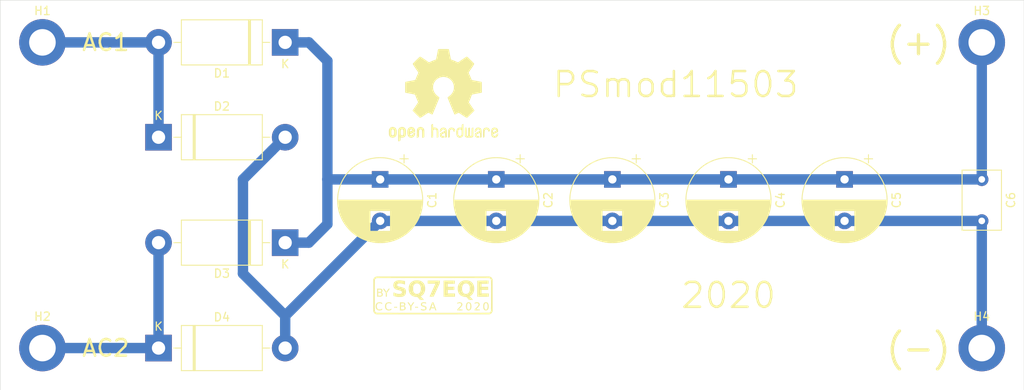
<source format=kicad_pcb>
(kicad_pcb (version 20171130) (host pcbnew 5.1.5+dfsg1-2build2)

  (general
    (thickness 1.6)
    (drawings 14)
    (tracks 22)
    (zones 0)
    (modules 16)
    (nets 5)
  )

  (page A4)
  (title_block
    (title "PSmod11503 PCB")
    (date 2020-11-02)
    (rev 1.0)
    (company "MSc Paweł Sobótka")
    (comment 1 "CC-BY-SA 4.0")
    (comment 2 "by SQ7EQE")
  )

  (layers
    (0 F.Cu signal)
    (31 B.Cu signal)
    (32 B.Adhes user)
    (33 F.Adhes user)
    (34 B.Paste user)
    (35 F.Paste user)
    (36 B.SilkS user)
    (37 F.SilkS user)
    (38 B.Mask user)
    (39 F.Mask user)
    (40 Dwgs.User user)
    (41 Cmts.User user)
    (42 Eco1.User user)
    (43 Eco2.User user)
    (44 Edge.Cuts user)
    (45 Margin user)
    (46 B.CrtYd user)
    (47 F.CrtYd user)
    (48 B.Fab user)
    (49 F.Fab user)
  )

  (setup
    (last_trace_width 1.25)
    (trace_clearance 0.6)
    (zone_clearance 0.508)
    (zone_45_only no)
    (trace_min 0.2)
    (via_size 0.8)
    (via_drill 0.4)
    (via_min_size 0.4)
    (via_min_drill 0.3)
    (uvia_size 0.3)
    (uvia_drill 0.1)
    (uvias_allowed no)
    (uvia_min_size 0.2)
    (uvia_min_drill 0.1)
    (edge_width 0.05)
    (segment_width 0.2)
    (pcb_text_width 0.3)
    (pcb_text_size 1.5 1.5)
    (mod_edge_width 0.12)
    (mod_text_size 1 1)
    (mod_text_width 0.15)
    (pad_size 1.524 1.524)
    (pad_drill 0.762)
    (pad_to_mask_clearance 0.051)
    (solder_mask_min_width 0.25)
    (aux_axis_origin 0 0)
    (visible_elements FFFFFF7F)
    (pcbplotparams
      (layerselection 0x010fc_ffffffff)
      (usegerberextensions false)
      (usegerberattributes false)
      (usegerberadvancedattributes false)
      (creategerberjobfile false)
      (excludeedgelayer true)
      (linewidth 0.150000)
      (plotframeref false)
      (viasonmask false)
      (mode 1)
      (useauxorigin false)
      (hpglpennumber 1)
      (hpglpenspeed 20)
      (hpglpendiameter 15.000000)
      (psnegative false)
      (psa4output false)
      (plotreference true)
      (plotvalue true)
      (plotinvisibletext false)
      (padsonsilk false)
      (subtractmaskfromsilk false)
      (outputformat 1)
      (mirror false)
      (drillshape 1)
      (scaleselection 1)
      (outputdirectory ""))
  )

  (net 0 "")
  (net 1 "Net-(C1-Pad1)")
  (net 2 "Net-(C1-Pad2)")
  (net 3 "Net-(D1-Pad2)")
  (net 4 "Net-(D3-Pad2)")

  (net_class Default "To jest domyślna klasa połączeń."
    (clearance 0.6)
    (trace_width 1.25)
    (via_dia 0.8)
    (via_drill 0.4)
    (uvia_dia 0.3)
    (uvia_drill 0.1)
    (add_net "Net-(C1-Pad1)")
    (add_net "Net-(C1-Pad2)")
    (add_net "Net-(D1-Pad2)")
    (add_net "Net-(D3-Pad2)")
  )

  (module Capacitor_THT:CP_Radial_D10.0mm_P5.00mm (layer F.Cu) (tedit 5AE50EF1) (tstamp 5FA063E7)
    (at 116.84 118.11 270)
    (descr "CP, Radial series, Radial, pin pitch=5.00mm, , diameter=10mm, Electrolytic Capacitor")
    (tags "CP Radial series Radial pin pitch 5.00mm  diameter 10mm Electrolytic Capacitor")
    (path /5FA008A4)
    (fp_text reference C1 (at 2.5 -6.25 90) (layer F.SilkS)
      (effects (font (size 1 1) (thickness 0.15)))
    )
    (fp_text value 470u (at 2.5 6.25 90) (layer F.Fab)
      (effects (font (size 1 1) (thickness 0.15)))
    )
    (fp_circle (center 2.5 0) (end 7.5 0) (layer F.Fab) (width 0.1))
    (fp_circle (center 2.5 0) (end 7.62 0) (layer F.SilkS) (width 0.12))
    (fp_circle (center 2.5 0) (end 7.75 0) (layer F.CrtYd) (width 0.05))
    (fp_line (start -1.788861 -2.1875) (end -0.788861 -2.1875) (layer F.Fab) (width 0.1))
    (fp_line (start -1.288861 -2.6875) (end -1.288861 -1.6875) (layer F.Fab) (width 0.1))
    (fp_line (start 2.5 -5.08) (end 2.5 5.08) (layer F.SilkS) (width 0.12))
    (fp_line (start 2.54 -5.08) (end 2.54 5.08) (layer F.SilkS) (width 0.12))
    (fp_line (start 2.58 -5.08) (end 2.58 5.08) (layer F.SilkS) (width 0.12))
    (fp_line (start 2.62 -5.079) (end 2.62 5.079) (layer F.SilkS) (width 0.12))
    (fp_line (start 2.66 -5.078) (end 2.66 5.078) (layer F.SilkS) (width 0.12))
    (fp_line (start 2.7 -5.077) (end 2.7 5.077) (layer F.SilkS) (width 0.12))
    (fp_line (start 2.74 -5.075) (end 2.74 5.075) (layer F.SilkS) (width 0.12))
    (fp_line (start 2.78 -5.073) (end 2.78 5.073) (layer F.SilkS) (width 0.12))
    (fp_line (start 2.82 -5.07) (end 2.82 5.07) (layer F.SilkS) (width 0.12))
    (fp_line (start 2.86 -5.068) (end 2.86 5.068) (layer F.SilkS) (width 0.12))
    (fp_line (start 2.9 -5.065) (end 2.9 5.065) (layer F.SilkS) (width 0.12))
    (fp_line (start 2.94 -5.062) (end 2.94 5.062) (layer F.SilkS) (width 0.12))
    (fp_line (start 2.98 -5.058) (end 2.98 5.058) (layer F.SilkS) (width 0.12))
    (fp_line (start 3.02 -5.054) (end 3.02 5.054) (layer F.SilkS) (width 0.12))
    (fp_line (start 3.06 -5.05) (end 3.06 5.05) (layer F.SilkS) (width 0.12))
    (fp_line (start 3.1 -5.045) (end 3.1 5.045) (layer F.SilkS) (width 0.12))
    (fp_line (start 3.14 -5.04) (end 3.14 5.04) (layer F.SilkS) (width 0.12))
    (fp_line (start 3.18 -5.035) (end 3.18 5.035) (layer F.SilkS) (width 0.12))
    (fp_line (start 3.221 -5.03) (end 3.221 5.03) (layer F.SilkS) (width 0.12))
    (fp_line (start 3.261 -5.024) (end 3.261 5.024) (layer F.SilkS) (width 0.12))
    (fp_line (start 3.301 -5.018) (end 3.301 5.018) (layer F.SilkS) (width 0.12))
    (fp_line (start 3.341 -5.011) (end 3.341 5.011) (layer F.SilkS) (width 0.12))
    (fp_line (start 3.381 -5.004) (end 3.381 5.004) (layer F.SilkS) (width 0.12))
    (fp_line (start 3.421 -4.997) (end 3.421 4.997) (layer F.SilkS) (width 0.12))
    (fp_line (start 3.461 -4.99) (end 3.461 4.99) (layer F.SilkS) (width 0.12))
    (fp_line (start 3.501 -4.982) (end 3.501 4.982) (layer F.SilkS) (width 0.12))
    (fp_line (start 3.541 -4.974) (end 3.541 4.974) (layer F.SilkS) (width 0.12))
    (fp_line (start 3.581 -4.965) (end 3.581 4.965) (layer F.SilkS) (width 0.12))
    (fp_line (start 3.621 -4.956) (end 3.621 4.956) (layer F.SilkS) (width 0.12))
    (fp_line (start 3.661 -4.947) (end 3.661 4.947) (layer F.SilkS) (width 0.12))
    (fp_line (start 3.701 -4.938) (end 3.701 4.938) (layer F.SilkS) (width 0.12))
    (fp_line (start 3.741 -4.928) (end 3.741 4.928) (layer F.SilkS) (width 0.12))
    (fp_line (start 3.781 -4.918) (end 3.781 -1.241) (layer F.SilkS) (width 0.12))
    (fp_line (start 3.781 1.241) (end 3.781 4.918) (layer F.SilkS) (width 0.12))
    (fp_line (start 3.821 -4.907) (end 3.821 -1.241) (layer F.SilkS) (width 0.12))
    (fp_line (start 3.821 1.241) (end 3.821 4.907) (layer F.SilkS) (width 0.12))
    (fp_line (start 3.861 -4.897) (end 3.861 -1.241) (layer F.SilkS) (width 0.12))
    (fp_line (start 3.861 1.241) (end 3.861 4.897) (layer F.SilkS) (width 0.12))
    (fp_line (start 3.901 -4.885) (end 3.901 -1.241) (layer F.SilkS) (width 0.12))
    (fp_line (start 3.901 1.241) (end 3.901 4.885) (layer F.SilkS) (width 0.12))
    (fp_line (start 3.941 -4.874) (end 3.941 -1.241) (layer F.SilkS) (width 0.12))
    (fp_line (start 3.941 1.241) (end 3.941 4.874) (layer F.SilkS) (width 0.12))
    (fp_line (start 3.981 -4.862) (end 3.981 -1.241) (layer F.SilkS) (width 0.12))
    (fp_line (start 3.981 1.241) (end 3.981 4.862) (layer F.SilkS) (width 0.12))
    (fp_line (start 4.021 -4.85) (end 4.021 -1.241) (layer F.SilkS) (width 0.12))
    (fp_line (start 4.021 1.241) (end 4.021 4.85) (layer F.SilkS) (width 0.12))
    (fp_line (start 4.061 -4.837) (end 4.061 -1.241) (layer F.SilkS) (width 0.12))
    (fp_line (start 4.061 1.241) (end 4.061 4.837) (layer F.SilkS) (width 0.12))
    (fp_line (start 4.101 -4.824) (end 4.101 -1.241) (layer F.SilkS) (width 0.12))
    (fp_line (start 4.101 1.241) (end 4.101 4.824) (layer F.SilkS) (width 0.12))
    (fp_line (start 4.141 -4.811) (end 4.141 -1.241) (layer F.SilkS) (width 0.12))
    (fp_line (start 4.141 1.241) (end 4.141 4.811) (layer F.SilkS) (width 0.12))
    (fp_line (start 4.181 -4.797) (end 4.181 -1.241) (layer F.SilkS) (width 0.12))
    (fp_line (start 4.181 1.241) (end 4.181 4.797) (layer F.SilkS) (width 0.12))
    (fp_line (start 4.221 -4.783) (end 4.221 -1.241) (layer F.SilkS) (width 0.12))
    (fp_line (start 4.221 1.241) (end 4.221 4.783) (layer F.SilkS) (width 0.12))
    (fp_line (start 4.261 -4.768) (end 4.261 -1.241) (layer F.SilkS) (width 0.12))
    (fp_line (start 4.261 1.241) (end 4.261 4.768) (layer F.SilkS) (width 0.12))
    (fp_line (start 4.301 -4.754) (end 4.301 -1.241) (layer F.SilkS) (width 0.12))
    (fp_line (start 4.301 1.241) (end 4.301 4.754) (layer F.SilkS) (width 0.12))
    (fp_line (start 4.341 -4.738) (end 4.341 -1.241) (layer F.SilkS) (width 0.12))
    (fp_line (start 4.341 1.241) (end 4.341 4.738) (layer F.SilkS) (width 0.12))
    (fp_line (start 4.381 -4.723) (end 4.381 -1.241) (layer F.SilkS) (width 0.12))
    (fp_line (start 4.381 1.241) (end 4.381 4.723) (layer F.SilkS) (width 0.12))
    (fp_line (start 4.421 -4.707) (end 4.421 -1.241) (layer F.SilkS) (width 0.12))
    (fp_line (start 4.421 1.241) (end 4.421 4.707) (layer F.SilkS) (width 0.12))
    (fp_line (start 4.461 -4.69) (end 4.461 -1.241) (layer F.SilkS) (width 0.12))
    (fp_line (start 4.461 1.241) (end 4.461 4.69) (layer F.SilkS) (width 0.12))
    (fp_line (start 4.501 -4.674) (end 4.501 -1.241) (layer F.SilkS) (width 0.12))
    (fp_line (start 4.501 1.241) (end 4.501 4.674) (layer F.SilkS) (width 0.12))
    (fp_line (start 4.541 -4.657) (end 4.541 -1.241) (layer F.SilkS) (width 0.12))
    (fp_line (start 4.541 1.241) (end 4.541 4.657) (layer F.SilkS) (width 0.12))
    (fp_line (start 4.581 -4.639) (end 4.581 -1.241) (layer F.SilkS) (width 0.12))
    (fp_line (start 4.581 1.241) (end 4.581 4.639) (layer F.SilkS) (width 0.12))
    (fp_line (start 4.621 -4.621) (end 4.621 -1.241) (layer F.SilkS) (width 0.12))
    (fp_line (start 4.621 1.241) (end 4.621 4.621) (layer F.SilkS) (width 0.12))
    (fp_line (start 4.661 -4.603) (end 4.661 -1.241) (layer F.SilkS) (width 0.12))
    (fp_line (start 4.661 1.241) (end 4.661 4.603) (layer F.SilkS) (width 0.12))
    (fp_line (start 4.701 -4.584) (end 4.701 -1.241) (layer F.SilkS) (width 0.12))
    (fp_line (start 4.701 1.241) (end 4.701 4.584) (layer F.SilkS) (width 0.12))
    (fp_line (start 4.741 -4.564) (end 4.741 -1.241) (layer F.SilkS) (width 0.12))
    (fp_line (start 4.741 1.241) (end 4.741 4.564) (layer F.SilkS) (width 0.12))
    (fp_line (start 4.781 -4.545) (end 4.781 -1.241) (layer F.SilkS) (width 0.12))
    (fp_line (start 4.781 1.241) (end 4.781 4.545) (layer F.SilkS) (width 0.12))
    (fp_line (start 4.821 -4.525) (end 4.821 -1.241) (layer F.SilkS) (width 0.12))
    (fp_line (start 4.821 1.241) (end 4.821 4.525) (layer F.SilkS) (width 0.12))
    (fp_line (start 4.861 -4.504) (end 4.861 -1.241) (layer F.SilkS) (width 0.12))
    (fp_line (start 4.861 1.241) (end 4.861 4.504) (layer F.SilkS) (width 0.12))
    (fp_line (start 4.901 -4.483) (end 4.901 -1.241) (layer F.SilkS) (width 0.12))
    (fp_line (start 4.901 1.241) (end 4.901 4.483) (layer F.SilkS) (width 0.12))
    (fp_line (start 4.941 -4.462) (end 4.941 -1.241) (layer F.SilkS) (width 0.12))
    (fp_line (start 4.941 1.241) (end 4.941 4.462) (layer F.SilkS) (width 0.12))
    (fp_line (start 4.981 -4.44) (end 4.981 -1.241) (layer F.SilkS) (width 0.12))
    (fp_line (start 4.981 1.241) (end 4.981 4.44) (layer F.SilkS) (width 0.12))
    (fp_line (start 5.021 -4.417) (end 5.021 -1.241) (layer F.SilkS) (width 0.12))
    (fp_line (start 5.021 1.241) (end 5.021 4.417) (layer F.SilkS) (width 0.12))
    (fp_line (start 5.061 -4.395) (end 5.061 -1.241) (layer F.SilkS) (width 0.12))
    (fp_line (start 5.061 1.241) (end 5.061 4.395) (layer F.SilkS) (width 0.12))
    (fp_line (start 5.101 -4.371) (end 5.101 -1.241) (layer F.SilkS) (width 0.12))
    (fp_line (start 5.101 1.241) (end 5.101 4.371) (layer F.SilkS) (width 0.12))
    (fp_line (start 5.141 -4.347) (end 5.141 -1.241) (layer F.SilkS) (width 0.12))
    (fp_line (start 5.141 1.241) (end 5.141 4.347) (layer F.SilkS) (width 0.12))
    (fp_line (start 5.181 -4.323) (end 5.181 -1.241) (layer F.SilkS) (width 0.12))
    (fp_line (start 5.181 1.241) (end 5.181 4.323) (layer F.SilkS) (width 0.12))
    (fp_line (start 5.221 -4.298) (end 5.221 -1.241) (layer F.SilkS) (width 0.12))
    (fp_line (start 5.221 1.241) (end 5.221 4.298) (layer F.SilkS) (width 0.12))
    (fp_line (start 5.261 -4.273) (end 5.261 -1.241) (layer F.SilkS) (width 0.12))
    (fp_line (start 5.261 1.241) (end 5.261 4.273) (layer F.SilkS) (width 0.12))
    (fp_line (start 5.301 -4.247) (end 5.301 -1.241) (layer F.SilkS) (width 0.12))
    (fp_line (start 5.301 1.241) (end 5.301 4.247) (layer F.SilkS) (width 0.12))
    (fp_line (start 5.341 -4.221) (end 5.341 -1.241) (layer F.SilkS) (width 0.12))
    (fp_line (start 5.341 1.241) (end 5.341 4.221) (layer F.SilkS) (width 0.12))
    (fp_line (start 5.381 -4.194) (end 5.381 -1.241) (layer F.SilkS) (width 0.12))
    (fp_line (start 5.381 1.241) (end 5.381 4.194) (layer F.SilkS) (width 0.12))
    (fp_line (start 5.421 -4.166) (end 5.421 -1.241) (layer F.SilkS) (width 0.12))
    (fp_line (start 5.421 1.241) (end 5.421 4.166) (layer F.SilkS) (width 0.12))
    (fp_line (start 5.461 -4.138) (end 5.461 -1.241) (layer F.SilkS) (width 0.12))
    (fp_line (start 5.461 1.241) (end 5.461 4.138) (layer F.SilkS) (width 0.12))
    (fp_line (start 5.501 -4.11) (end 5.501 -1.241) (layer F.SilkS) (width 0.12))
    (fp_line (start 5.501 1.241) (end 5.501 4.11) (layer F.SilkS) (width 0.12))
    (fp_line (start 5.541 -4.08) (end 5.541 -1.241) (layer F.SilkS) (width 0.12))
    (fp_line (start 5.541 1.241) (end 5.541 4.08) (layer F.SilkS) (width 0.12))
    (fp_line (start 5.581 -4.05) (end 5.581 -1.241) (layer F.SilkS) (width 0.12))
    (fp_line (start 5.581 1.241) (end 5.581 4.05) (layer F.SilkS) (width 0.12))
    (fp_line (start 5.621 -4.02) (end 5.621 -1.241) (layer F.SilkS) (width 0.12))
    (fp_line (start 5.621 1.241) (end 5.621 4.02) (layer F.SilkS) (width 0.12))
    (fp_line (start 5.661 -3.989) (end 5.661 -1.241) (layer F.SilkS) (width 0.12))
    (fp_line (start 5.661 1.241) (end 5.661 3.989) (layer F.SilkS) (width 0.12))
    (fp_line (start 5.701 -3.957) (end 5.701 -1.241) (layer F.SilkS) (width 0.12))
    (fp_line (start 5.701 1.241) (end 5.701 3.957) (layer F.SilkS) (width 0.12))
    (fp_line (start 5.741 -3.925) (end 5.741 -1.241) (layer F.SilkS) (width 0.12))
    (fp_line (start 5.741 1.241) (end 5.741 3.925) (layer F.SilkS) (width 0.12))
    (fp_line (start 5.781 -3.892) (end 5.781 -1.241) (layer F.SilkS) (width 0.12))
    (fp_line (start 5.781 1.241) (end 5.781 3.892) (layer F.SilkS) (width 0.12))
    (fp_line (start 5.821 -3.858) (end 5.821 -1.241) (layer F.SilkS) (width 0.12))
    (fp_line (start 5.821 1.241) (end 5.821 3.858) (layer F.SilkS) (width 0.12))
    (fp_line (start 5.861 -3.824) (end 5.861 -1.241) (layer F.SilkS) (width 0.12))
    (fp_line (start 5.861 1.241) (end 5.861 3.824) (layer F.SilkS) (width 0.12))
    (fp_line (start 5.901 -3.789) (end 5.901 -1.241) (layer F.SilkS) (width 0.12))
    (fp_line (start 5.901 1.241) (end 5.901 3.789) (layer F.SilkS) (width 0.12))
    (fp_line (start 5.941 -3.753) (end 5.941 -1.241) (layer F.SilkS) (width 0.12))
    (fp_line (start 5.941 1.241) (end 5.941 3.753) (layer F.SilkS) (width 0.12))
    (fp_line (start 5.981 -3.716) (end 5.981 -1.241) (layer F.SilkS) (width 0.12))
    (fp_line (start 5.981 1.241) (end 5.981 3.716) (layer F.SilkS) (width 0.12))
    (fp_line (start 6.021 -3.679) (end 6.021 -1.241) (layer F.SilkS) (width 0.12))
    (fp_line (start 6.021 1.241) (end 6.021 3.679) (layer F.SilkS) (width 0.12))
    (fp_line (start 6.061 -3.64) (end 6.061 -1.241) (layer F.SilkS) (width 0.12))
    (fp_line (start 6.061 1.241) (end 6.061 3.64) (layer F.SilkS) (width 0.12))
    (fp_line (start 6.101 -3.601) (end 6.101 -1.241) (layer F.SilkS) (width 0.12))
    (fp_line (start 6.101 1.241) (end 6.101 3.601) (layer F.SilkS) (width 0.12))
    (fp_line (start 6.141 -3.561) (end 6.141 -1.241) (layer F.SilkS) (width 0.12))
    (fp_line (start 6.141 1.241) (end 6.141 3.561) (layer F.SilkS) (width 0.12))
    (fp_line (start 6.181 -3.52) (end 6.181 -1.241) (layer F.SilkS) (width 0.12))
    (fp_line (start 6.181 1.241) (end 6.181 3.52) (layer F.SilkS) (width 0.12))
    (fp_line (start 6.221 -3.478) (end 6.221 -1.241) (layer F.SilkS) (width 0.12))
    (fp_line (start 6.221 1.241) (end 6.221 3.478) (layer F.SilkS) (width 0.12))
    (fp_line (start 6.261 -3.436) (end 6.261 3.436) (layer F.SilkS) (width 0.12))
    (fp_line (start 6.301 -3.392) (end 6.301 3.392) (layer F.SilkS) (width 0.12))
    (fp_line (start 6.341 -3.347) (end 6.341 3.347) (layer F.SilkS) (width 0.12))
    (fp_line (start 6.381 -3.301) (end 6.381 3.301) (layer F.SilkS) (width 0.12))
    (fp_line (start 6.421 -3.254) (end 6.421 3.254) (layer F.SilkS) (width 0.12))
    (fp_line (start 6.461 -3.206) (end 6.461 3.206) (layer F.SilkS) (width 0.12))
    (fp_line (start 6.501 -3.156) (end 6.501 3.156) (layer F.SilkS) (width 0.12))
    (fp_line (start 6.541 -3.106) (end 6.541 3.106) (layer F.SilkS) (width 0.12))
    (fp_line (start 6.581 -3.054) (end 6.581 3.054) (layer F.SilkS) (width 0.12))
    (fp_line (start 6.621 -3) (end 6.621 3) (layer F.SilkS) (width 0.12))
    (fp_line (start 6.661 -2.945) (end 6.661 2.945) (layer F.SilkS) (width 0.12))
    (fp_line (start 6.701 -2.889) (end 6.701 2.889) (layer F.SilkS) (width 0.12))
    (fp_line (start 6.741 -2.83) (end 6.741 2.83) (layer F.SilkS) (width 0.12))
    (fp_line (start 6.781 -2.77) (end 6.781 2.77) (layer F.SilkS) (width 0.12))
    (fp_line (start 6.821 -2.709) (end 6.821 2.709) (layer F.SilkS) (width 0.12))
    (fp_line (start 6.861 -2.645) (end 6.861 2.645) (layer F.SilkS) (width 0.12))
    (fp_line (start 6.901 -2.579) (end 6.901 2.579) (layer F.SilkS) (width 0.12))
    (fp_line (start 6.941 -2.51) (end 6.941 2.51) (layer F.SilkS) (width 0.12))
    (fp_line (start 6.981 -2.439) (end 6.981 2.439) (layer F.SilkS) (width 0.12))
    (fp_line (start 7.021 -2.365) (end 7.021 2.365) (layer F.SilkS) (width 0.12))
    (fp_line (start 7.061 -2.289) (end 7.061 2.289) (layer F.SilkS) (width 0.12))
    (fp_line (start 7.101 -2.209) (end 7.101 2.209) (layer F.SilkS) (width 0.12))
    (fp_line (start 7.141 -2.125) (end 7.141 2.125) (layer F.SilkS) (width 0.12))
    (fp_line (start 7.181 -2.037) (end 7.181 2.037) (layer F.SilkS) (width 0.12))
    (fp_line (start 7.221 -1.944) (end 7.221 1.944) (layer F.SilkS) (width 0.12))
    (fp_line (start 7.261 -1.846) (end 7.261 1.846) (layer F.SilkS) (width 0.12))
    (fp_line (start 7.301 -1.742) (end 7.301 1.742) (layer F.SilkS) (width 0.12))
    (fp_line (start 7.341 -1.63) (end 7.341 1.63) (layer F.SilkS) (width 0.12))
    (fp_line (start 7.381 -1.51) (end 7.381 1.51) (layer F.SilkS) (width 0.12))
    (fp_line (start 7.421 -1.378) (end 7.421 1.378) (layer F.SilkS) (width 0.12))
    (fp_line (start 7.461 -1.23) (end 7.461 1.23) (layer F.SilkS) (width 0.12))
    (fp_line (start 7.501 -1.062) (end 7.501 1.062) (layer F.SilkS) (width 0.12))
    (fp_line (start 7.541 -0.862) (end 7.541 0.862) (layer F.SilkS) (width 0.12))
    (fp_line (start 7.581 -0.599) (end 7.581 0.599) (layer F.SilkS) (width 0.12))
    (fp_line (start -2.979646 -2.875) (end -1.979646 -2.875) (layer F.SilkS) (width 0.12))
    (fp_line (start -2.479646 -3.375) (end -2.479646 -2.375) (layer F.SilkS) (width 0.12))
    (fp_text user %R (at 2.5 0 90) (layer F.Fab)
      (effects (font (size 1 1) (thickness 0.15)))
    )
    (pad 1 thru_hole rect (at 0 0 270) (size 2 2) (drill 1) (layers *.Cu *.Mask)
      (net 1 "Net-(C1-Pad1)"))
    (pad 2 thru_hole circle (at 5 0 270) (size 2 2) (drill 1) (layers *.Cu *.Mask)
      (net 2 "Net-(C1-Pad2)"))
    (model ${KISYS3DMOD}/Capacitor_THT.3dshapes/CP_Radial_D10.0mm_P5.00mm.wrl
      (at (xyz 0 0 0))
      (scale (xyz 1 1 1))
      (rotate (xyz 0 0 0))
    )
  )

  (module Capacitor_THT:CP_Radial_D10.0mm_P5.00mm (layer F.Cu) (tedit 5AE50EF1) (tstamp 5FA064B3)
    (at 130.81 118.11 270)
    (descr "CP, Radial series, Radial, pin pitch=5.00mm, , diameter=10mm, Electrolytic Capacitor")
    (tags "CP Radial series Radial pin pitch 5.00mm  diameter 10mm Electrolytic Capacitor")
    (path /5FA04315)
    (fp_text reference C2 (at 2.5 -6.25 90) (layer F.SilkS)
      (effects (font (size 1 1) (thickness 0.15)))
    )
    (fp_text value 470u (at 2.5 6.25 90) (layer F.Fab)
      (effects (font (size 1 1) (thickness 0.15)))
    )
    (fp_text user %R (at 2.5 0 90) (layer F.Fab)
      (effects (font (size 1 1) (thickness 0.15)))
    )
    (fp_line (start -2.479646 -3.375) (end -2.479646 -2.375) (layer F.SilkS) (width 0.12))
    (fp_line (start -2.979646 -2.875) (end -1.979646 -2.875) (layer F.SilkS) (width 0.12))
    (fp_line (start 7.581 -0.599) (end 7.581 0.599) (layer F.SilkS) (width 0.12))
    (fp_line (start 7.541 -0.862) (end 7.541 0.862) (layer F.SilkS) (width 0.12))
    (fp_line (start 7.501 -1.062) (end 7.501 1.062) (layer F.SilkS) (width 0.12))
    (fp_line (start 7.461 -1.23) (end 7.461 1.23) (layer F.SilkS) (width 0.12))
    (fp_line (start 7.421 -1.378) (end 7.421 1.378) (layer F.SilkS) (width 0.12))
    (fp_line (start 7.381 -1.51) (end 7.381 1.51) (layer F.SilkS) (width 0.12))
    (fp_line (start 7.341 -1.63) (end 7.341 1.63) (layer F.SilkS) (width 0.12))
    (fp_line (start 7.301 -1.742) (end 7.301 1.742) (layer F.SilkS) (width 0.12))
    (fp_line (start 7.261 -1.846) (end 7.261 1.846) (layer F.SilkS) (width 0.12))
    (fp_line (start 7.221 -1.944) (end 7.221 1.944) (layer F.SilkS) (width 0.12))
    (fp_line (start 7.181 -2.037) (end 7.181 2.037) (layer F.SilkS) (width 0.12))
    (fp_line (start 7.141 -2.125) (end 7.141 2.125) (layer F.SilkS) (width 0.12))
    (fp_line (start 7.101 -2.209) (end 7.101 2.209) (layer F.SilkS) (width 0.12))
    (fp_line (start 7.061 -2.289) (end 7.061 2.289) (layer F.SilkS) (width 0.12))
    (fp_line (start 7.021 -2.365) (end 7.021 2.365) (layer F.SilkS) (width 0.12))
    (fp_line (start 6.981 -2.439) (end 6.981 2.439) (layer F.SilkS) (width 0.12))
    (fp_line (start 6.941 -2.51) (end 6.941 2.51) (layer F.SilkS) (width 0.12))
    (fp_line (start 6.901 -2.579) (end 6.901 2.579) (layer F.SilkS) (width 0.12))
    (fp_line (start 6.861 -2.645) (end 6.861 2.645) (layer F.SilkS) (width 0.12))
    (fp_line (start 6.821 -2.709) (end 6.821 2.709) (layer F.SilkS) (width 0.12))
    (fp_line (start 6.781 -2.77) (end 6.781 2.77) (layer F.SilkS) (width 0.12))
    (fp_line (start 6.741 -2.83) (end 6.741 2.83) (layer F.SilkS) (width 0.12))
    (fp_line (start 6.701 -2.889) (end 6.701 2.889) (layer F.SilkS) (width 0.12))
    (fp_line (start 6.661 -2.945) (end 6.661 2.945) (layer F.SilkS) (width 0.12))
    (fp_line (start 6.621 -3) (end 6.621 3) (layer F.SilkS) (width 0.12))
    (fp_line (start 6.581 -3.054) (end 6.581 3.054) (layer F.SilkS) (width 0.12))
    (fp_line (start 6.541 -3.106) (end 6.541 3.106) (layer F.SilkS) (width 0.12))
    (fp_line (start 6.501 -3.156) (end 6.501 3.156) (layer F.SilkS) (width 0.12))
    (fp_line (start 6.461 -3.206) (end 6.461 3.206) (layer F.SilkS) (width 0.12))
    (fp_line (start 6.421 -3.254) (end 6.421 3.254) (layer F.SilkS) (width 0.12))
    (fp_line (start 6.381 -3.301) (end 6.381 3.301) (layer F.SilkS) (width 0.12))
    (fp_line (start 6.341 -3.347) (end 6.341 3.347) (layer F.SilkS) (width 0.12))
    (fp_line (start 6.301 -3.392) (end 6.301 3.392) (layer F.SilkS) (width 0.12))
    (fp_line (start 6.261 -3.436) (end 6.261 3.436) (layer F.SilkS) (width 0.12))
    (fp_line (start 6.221 1.241) (end 6.221 3.478) (layer F.SilkS) (width 0.12))
    (fp_line (start 6.221 -3.478) (end 6.221 -1.241) (layer F.SilkS) (width 0.12))
    (fp_line (start 6.181 1.241) (end 6.181 3.52) (layer F.SilkS) (width 0.12))
    (fp_line (start 6.181 -3.52) (end 6.181 -1.241) (layer F.SilkS) (width 0.12))
    (fp_line (start 6.141 1.241) (end 6.141 3.561) (layer F.SilkS) (width 0.12))
    (fp_line (start 6.141 -3.561) (end 6.141 -1.241) (layer F.SilkS) (width 0.12))
    (fp_line (start 6.101 1.241) (end 6.101 3.601) (layer F.SilkS) (width 0.12))
    (fp_line (start 6.101 -3.601) (end 6.101 -1.241) (layer F.SilkS) (width 0.12))
    (fp_line (start 6.061 1.241) (end 6.061 3.64) (layer F.SilkS) (width 0.12))
    (fp_line (start 6.061 -3.64) (end 6.061 -1.241) (layer F.SilkS) (width 0.12))
    (fp_line (start 6.021 1.241) (end 6.021 3.679) (layer F.SilkS) (width 0.12))
    (fp_line (start 6.021 -3.679) (end 6.021 -1.241) (layer F.SilkS) (width 0.12))
    (fp_line (start 5.981 1.241) (end 5.981 3.716) (layer F.SilkS) (width 0.12))
    (fp_line (start 5.981 -3.716) (end 5.981 -1.241) (layer F.SilkS) (width 0.12))
    (fp_line (start 5.941 1.241) (end 5.941 3.753) (layer F.SilkS) (width 0.12))
    (fp_line (start 5.941 -3.753) (end 5.941 -1.241) (layer F.SilkS) (width 0.12))
    (fp_line (start 5.901 1.241) (end 5.901 3.789) (layer F.SilkS) (width 0.12))
    (fp_line (start 5.901 -3.789) (end 5.901 -1.241) (layer F.SilkS) (width 0.12))
    (fp_line (start 5.861 1.241) (end 5.861 3.824) (layer F.SilkS) (width 0.12))
    (fp_line (start 5.861 -3.824) (end 5.861 -1.241) (layer F.SilkS) (width 0.12))
    (fp_line (start 5.821 1.241) (end 5.821 3.858) (layer F.SilkS) (width 0.12))
    (fp_line (start 5.821 -3.858) (end 5.821 -1.241) (layer F.SilkS) (width 0.12))
    (fp_line (start 5.781 1.241) (end 5.781 3.892) (layer F.SilkS) (width 0.12))
    (fp_line (start 5.781 -3.892) (end 5.781 -1.241) (layer F.SilkS) (width 0.12))
    (fp_line (start 5.741 1.241) (end 5.741 3.925) (layer F.SilkS) (width 0.12))
    (fp_line (start 5.741 -3.925) (end 5.741 -1.241) (layer F.SilkS) (width 0.12))
    (fp_line (start 5.701 1.241) (end 5.701 3.957) (layer F.SilkS) (width 0.12))
    (fp_line (start 5.701 -3.957) (end 5.701 -1.241) (layer F.SilkS) (width 0.12))
    (fp_line (start 5.661 1.241) (end 5.661 3.989) (layer F.SilkS) (width 0.12))
    (fp_line (start 5.661 -3.989) (end 5.661 -1.241) (layer F.SilkS) (width 0.12))
    (fp_line (start 5.621 1.241) (end 5.621 4.02) (layer F.SilkS) (width 0.12))
    (fp_line (start 5.621 -4.02) (end 5.621 -1.241) (layer F.SilkS) (width 0.12))
    (fp_line (start 5.581 1.241) (end 5.581 4.05) (layer F.SilkS) (width 0.12))
    (fp_line (start 5.581 -4.05) (end 5.581 -1.241) (layer F.SilkS) (width 0.12))
    (fp_line (start 5.541 1.241) (end 5.541 4.08) (layer F.SilkS) (width 0.12))
    (fp_line (start 5.541 -4.08) (end 5.541 -1.241) (layer F.SilkS) (width 0.12))
    (fp_line (start 5.501 1.241) (end 5.501 4.11) (layer F.SilkS) (width 0.12))
    (fp_line (start 5.501 -4.11) (end 5.501 -1.241) (layer F.SilkS) (width 0.12))
    (fp_line (start 5.461 1.241) (end 5.461 4.138) (layer F.SilkS) (width 0.12))
    (fp_line (start 5.461 -4.138) (end 5.461 -1.241) (layer F.SilkS) (width 0.12))
    (fp_line (start 5.421 1.241) (end 5.421 4.166) (layer F.SilkS) (width 0.12))
    (fp_line (start 5.421 -4.166) (end 5.421 -1.241) (layer F.SilkS) (width 0.12))
    (fp_line (start 5.381 1.241) (end 5.381 4.194) (layer F.SilkS) (width 0.12))
    (fp_line (start 5.381 -4.194) (end 5.381 -1.241) (layer F.SilkS) (width 0.12))
    (fp_line (start 5.341 1.241) (end 5.341 4.221) (layer F.SilkS) (width 0.12))
    (fp_line (start 5.341 -4.221) (end 5.341 -1.241) (layer F.SilkS) (width 0.12))
    (fp_line (start 5.301 1.241) (end 5.301 4.247) (layer F.SilkS) (width 0.12))
    (fp_line (start 5.301 -4.247) (end 5.301 -1.241) (layer F.SilkS) (width 0.12))
    (fp_line (start 5.261 1.241) (end 5.261 4.273) (layer F.SilkS) (width 0.12))
    (fp_line (start 5.261 -4.273) (end 5.261 -1.241) (layer F.SilkS) (width 0.12))
    (fp_line (start 5.221 1.241) (end 5.221 4.298) (layer F.SilkS) (width 0.12))
    (fp_line (start 5.221 -4.298) (end 5.221 -1.241) (layer F.SilkS) (width 0.12))
    (fp_line (start 5.181 1.241) (end 5.181 4.323) (layer F.SilkS) (width 0.12))
    (fp_line (start 5.181 -4.323) (end 5.181 -1.241) (layer F.SilkS) (width 0.12))
    (fp_line (start 5.141 1.241) (end 5.141 4.347) (layer F.SilkS) (width 0.12))
    (fp_line (start 5.141 -4.347) (end 5.141 -1.241) (layer F.SilkS) (width 0.12))
    (fp_line (start 5.101 1.241) (end 5.101 4.371) (layer F.SilkS) (width 0.12))
    (fp_line (start 5.101 -4.371) (end 5.101 -1.241) (layer F.SilkS) (width 0.12))
    (fp_line (start 5.061 1.241) (end 5.061 4.395) (layer F.SilkS) (width 0.12))
    (fp_line (start 5.061 -4.395) (end 5.061 -1.241) (layer F.SilkS) (width 0.12))
    (fp_line (start 5.021 1.241) (end 5.021 4.417) (layer F.SilkS) (width 0.12))
    (fp_line (start 5.021 -4.417) (end 5.021 -1.241) (layer F.SilkS) (width 0.12))
    (fp_line (start 4.981 1.241) (end 4.981 4.44) (layer F.SilkS) (width 0.12))
    (fp_line (start 4.981 -4.44) (end 4.981 -1.241) (layer F.SilkS) (width 0.12))
    (fp_line (start 4.941 1.241) (end 4.941 4.462) (layer F.SilkS) (width 0.12))
    (fp_line (start 4.941 -4.462) (end 4.941 -1.241) (layer F.SilkS) (width 0.12))
    (fp_line (start 4.901 1.241) (end 4.901 4.483) (layer F.SilkS) (width 0.12))
    (fp_line (start 4.901 -4.483) (end 4.901 -1.241) (layer F.SilkS) (width 0.12))
    (fp_line (start 4.861 1.241) (end 4.861 4.504) (layer F.SilkS) (width 0.12))
    (fp_line (start 4.861 -4.504) (end 4.861 -1.241) (layer F.SilkS) (width 0.12))
    (fp_line (start 4.821 1.241) (end 4.821 4.525) (layer F.SilkS) (width 0.12))
    (fp_line (start 4.821 -4.525) (end 4.821 -1.241) (layer F.SilkS) (width 0.12))
    (fp_line (start 4.781 1.241) (end 4.781 4.545) (layer F.SilkS) (width 0.12))
    (fp_line (start 4.781 -4.545) (end 4.781 -1.241) (layer F.SilkS) (width 0.12))
    (fp_line (start 4.741 1.241) (end 4.741 4.564) (layer F.SilkS) (width 0.12))
    (fp_line (start 4.741 -4.564) (end 4.741 -1.241) (layer F.SilkS) (width 0.12))
    (fp_line (start 4.701 1.241) (end 4.701 4.584) (layer F.SilkS) (width 0.12))
    (fp_line (start 4.701 -4.584) (end 4.701 -1.241) (layer F.SilkS) (width 0.12))
    (fp_line (start 4.661 1.241) (end 4.661 4.603) (layer F.SilkS) (width 0.12))
    (fp_line (start 4.661 -4.603) (end 4.661 -1.241) (layer F.SilkS) (width 0.12))
    (fp_line (start 4.621 1.241) (end 4.621 4.621) (layer F.SilkS) (width 0.12))
    (fp_line (start 4.621 -4.621) (end 4.621 -1.241) (layer F.SilkS) (width 0.12))
    (fp_line (start 4.581 1.241) (end 4.581 4.639) (layer F.SilkS) (width 0.12))
    (fp_line (start 4.581 -4.639) (end 4.581 -1.241) (layer F.SilkS) (width 0.12))
    (fp_line (start 4.541 1.241) (end 4.541 4.657) (layer F.SilkS) (width 0.12))
    (fp_line (start 4.541 -4.657) (end 4.541 -1.241) (layer F.SilkS) (width 0.12))
    (fp_line (start 4.501 1.241) (end 4.501 4.674) (layer F.SilkS) (width 0.12))
    (fp_line (start 4.501 -4.674) (end 4.501 -1.241) (layer F.SilkS) (width 0.12))
    (fp_line (start 4.461 1.241) (end 4.461 4.69) (layer F.SilkS) (width 0.12))
    (fp_line (start 4.461 -4.69) (end 4.461 -1.241) (layer F.SilkS) (width 0.12))
    (fp_line (start 4.421 1.241) (end 4.421 4.707) (layer F.SilkS) (width 0.12))
    (fp_line (start 4.421 -4.707) (end 4.421 -1.241) (layer F.SilkS) (width 0.12))
    (fp_line (start 4.381 1.241) (end 4.381 4.723) (layer F.SilkS) (width 0.12))
    (fp_line (start 4.381 -4.723) (end 4.381 -1.241) (layer F.SilkS) (width 0.12))
    (fp_line (start 4.341 1.241) (end 4.341 4.738) (layer F.SilkS) (width 0.12))
    (fp_line (start 4.341 -4.738) (end 4.341 -1.241) (layer F.SilkS) (width 0.12))
    (fp_line (start 4.301 1.241) (end 4.301 4.754) (layer F.SilkS) (width 0.12))
    (fp_line (start 4.301 -4.754) (end 4.301 -1.241) (layer F.SilkS) (width 0.12))
    (fp_line (start 4.261 1.241) (end 4.261 4.768) (layer F.SilkS) (width 0.12))
    (fp_line (start 4.261 -4.768) (end 4.261 -1.241) (layer F.SilkS) (width 0.12))
    (fp_line (start 4.221 1.241) (end 4.221 4.783) (layer F.SilkS) (width 0.12))
    (fp_line (start 4.221 -4.783) (end 4.221 -1.241) (layer F.SilkS) (width 0.12))
    (fp_line (start 4.181 1.241) (end 4.181 4.797) (layer F.SilkS) (width 0.12))
    (fp_line (start 4.181 -4.797) (end 4.181 -1.241) (layer F.SilkS) (width 0.12))
    (fp_line (start 4.141 1.241) (end 4.141 4.811) (layer F.SilkS) (width 0.12))
    (fp_line (start 4.141 -4.811) (end 4.141 -1.241) (layer F.SilkS) (width 0.12))
    (fp_line (start 4.101 1.241) (end 4.101 4.824) (layer F.SilkS) (width 0.12))
    (fp_line (start 4.101 -4.824) (end 4.101 -1.241) (layer F.SilkS) (width 0.12))
    (fp_line (start 4.061 1.241) (end 4.061 4.837) (layer F.SilkS) (width 0.12))
    (fp_line (start 4.061 -4.837) (end 4.061 -1.241) (layer F.SilkS) (width 0.12))
    (fp_line (start 4.021 1.241) (end 4.021 4.85) (layer F.SilkS) (width 0.12))
    (fp_line (start 4.021 -4.85) (end 4.021 -1.241) (layer F.SilkS) (width 0.12))
    (fp_line (start 3.981 1.241) (end 3.981 4.862) (layer F.SilkS) (width 0.12))
    (fp_line (start 3.981 -4.862) (end 3.981 -1.241) (layer F.SilkS) (width 0.12))
    (fp_line (start 3.941 1.241) (end 3.941 4.874) (layer F.SilkS) (width 0.12))
    (fp_line (start 3.941 -4.874) (end 3.941 -1.241) (layer F.SilkS) (width 0.12))
    (fp_line (start 3.901 1.241) (end 3.901 4.885) (layer F.SilkS) (width 0.12))
    (fp_line (start 3.901 -4.885) (end 3.901 -1.241) (layer F.SilkS) (width 0.12))
    (fp_line (start 3.861 1.241) (end 3.861 4.897) (layer F.SilkS) (width 0.12))
    (fp_line (start 3.861 -4.897) (end 3.861 -1.241) (layer F.SilkS) (width 0.12))
    (fp_line (start 3.821 1.241) (end 3.821 4.907) (layer F.SilkS) (width 0.12))
    (fp_line (start 3.821 -4.907) (end 3.821 -1.241) (layer F.SilkS) (width 0.12))
    (fp_line (start 3.781 1.241) (end 3.781 4.918) (layer F.SilkS) (width 0.12))
    (fp_line (start 3.781 -4.918) (end 3.781 -1.241) (layer F.SilkS) (width 0.12))
    (fp_line (start 3.741 -4.928) (end 3.741 4.928) (layer F.SilkS) (width 0.12))
    (fp_line (start 3.701 -4.938) (end 3.701 4.938) (layer F.SilkS) (width 0.12))
    (fp_line (start 3.661 -4.947) (end 3.661 4.947) (layer F.SilkS) (width 0.12))
    (fp_line (start 3.621 -4.956) (end 3.621 4.956) (layer F.SilkS) (width 0.12))
    (fp_line (start 3.581 -4.965) (end 3.581 4.965) (layer F.SilkS) (width 0.12))
    (fp_line (start 3.541 -4.974) (end 3.541 4.974) (layer F.SilkS) (width 0.12))
    (fp_line (start 3.501 -4.982) (end 3.501 4.982) (layer F.SilkS) (width 0.12))
    (fp_line (start 3.461 -4.99) (end 3.461 4.99) (layer F.SilkS) (width 0.12))
    (fp_line (start 3.421 -4.997) (end 3.421 4.997) (layer F.SilkS) (width 0.12))
    (fp_line (start 3.381 -5.004) (end 3.381 5.004) (layer F.SilkS) (width 0.12))
    (fp_line (start 3.341 -5.011) (end 3.341 5.011) (layer F.SilkS) (width 0.12))
    (fp_line (start 3.301 -5.018) (end 3.301 5.018) (layer F.SilkS) (width 0.12))
    (fp_line (start 3.261 -5.024) (end 3.261 5.024) (layer F.SilkS) (width 0.12))
    (fp_line (start 3.221 -5.03) (end 3.221 5.03) (layer F.SilkS) (width 0.12))
    (fp_line (start 3.18 -5.035) (end 3.18 5.035) (layer F.SilkS) (width 0.12))
    (fp_line (start 3.14 -5.04) (end 3.14 5.04) (layer F.SilkS) (width 0.12))
    (fp_line (start 3.1 -5.045) (end 3.1 5.045) (layer F.SilkS) (width 0.12))
    (fp_line (start 3.06 -5.05) (end 3.06 5.05) (layer F.SilkS) (width 0.12))
    (fp_line (start 3.02 -5.054) (end 3.02 5.054) (layer F.SilkS) (width 0.12))
    (fp_line (start 2.98 -5.058) (end 2.98 5.058) (layer F.SilkS) (width 0.12))
    (fp_line (start 2.94 -5.062) (end 2.94 5.062) (layer F.SilkS) (width 0.12))
    (fp_line (start 2.9 -5.065) (end 2.9 5.065) (layer F.SilkS) (width 0.12))
    (fp_line (start 2.86 -5.068) (end 2.86 5.068) (layer F.SilkS) (width 0.12))
    (fp_line (start 2.82 -5.07) (end 2.82 5.07) (layer F.SilkS) (width 0.12))
    (fp_line (start 2.78 -5.073) (end 2.78 5.073) (layer F.SilkS) (width 0.12))
    (fp_line (start 2.74 -5.075) (end 2.74 5.075) (layer F.SilkS) (width 0.12))
    (fp_line (start 2.7 -5.077) (end 2.7 5.077) (layer F.SilkS) (width 0.12))
    (fp_line (start 2.66 -5.078) (end 2.66 5.078) (layer F.SilkS) (width 0.12))
    (fp_line (start 2.62 -5.079) (end 2.62 5.079) (layer F.SilkS) (width 0.12))
    (fp_line (start 2.58 -5.08) (end 2.58 5.08) (layer F.SilkS) (width 0.12))
    (fp_line (start 2.54 -5.08) (end 2.54 5.08) (layer F.SilkS) (width 0.12))
    (fp_line (start 2.5 -5.08) (end 2.5 5.08) (layer F.SilkS) (width 0.12))
    (fp_line (start -1.288861 -2.6875) (end -1.288861 -1.6875) (layer F.Fab) (width 0.1))
    (fp_line (start -1.788861 -2.1875) (end -0.788861 -2.1875) (layer F.Fab) (width 0.1))
    (fp_circle (center 2.5 0) (end 7.75 0) (layer F.CrtYd) (width 0.05))
    (fp_circle (center 2.5 0) (end 7.62 0) (layer F.SilkS) (width 0.12))
    (fp_circle (center 2.5 0) (end 7.5 0) (layer F.Fab) (width 0.1))
    (pad 2 thru_hole circle (at 5 0 270) (size 2 2) (drill 1) (layers *.Cu *.Mask)
      (net 2 "Net-(C1-Pad2)"))
    (pad 1 thru_hole rect (at 0 0 270) (size 2 2) (drill 1) (layers *.Cu *.Mask)
      (net 1 "Net-(C1-Pad1)"))
    (model ${KISYS3DMOD}/Capacitor_THT.3dshapes/CP_Radial_D10.0mm_P5.00mm.wrl
      (at (xyz 0 0 0))
      (scale (xyz 1 1 1))
      (rotate (xyz 0 0 0))
    )
  )

  (module Capacitor_THT:CP_Radial_D10.0mm_P5.00mm (layer F.Cu) (tedit 5AE50EF1) (tstamp 5FA0657F)
    (at 144.78 118.11 270)
    (descr "CP, Radial series, Radial, pin pitch=5.00mm, , diameter=10mm, Electrolytic Capacitor")
    (tags "CP Radial series Radial pin pitch 5.00mm  diameter 10mm Electrolytic Capacitor")
    (path /5FA04530)
    (fp_text reference C3 (at 2.5 -6.25 90) (layer F.SilkS)
      (effects (font (size 1 1) (thickness 0.15)))
    )
    (fp_text value 470u (at 2.5 6.25 90) (layer F.Fab)
      (effects (font (size 1 1) (thickness 0.15)))
    )
    (fp_circle (center 2.5 0) (end 7.5 0) (layer F.Fab) (width 0.1))
    (fp_circle (center 2.5 0) (end 7.62 0) (layer F.SilkS) (width 0.12))
    (fp_circle (center 2.5 0) (end 7.75 0) (layer F.CrtYd) (width 0.05))
    (fp_line (start -1.788861 -2.1875) (end -0.788861 -2.1875) (layer F.Fab) (width 0.1))
    (fp_line (start -1.288861 -2.6875) (end -1.288861 -1.6875) (layer F.Fab) (width 0.1))
    (fp_line (start 2.5 -5.08) (end 2.5 5.08) (layer F.SilkS) (width 0.12))
    (fp_line (start 2.54 -5.08) (end 2.54 5.08) (layer F.SilkS) (width 0.12))
    (fp_line (start 2.58 -5.08) (end 2.58 5.08) (layer F.SilkS) (width 0.12))
    (fp_line (start 2.62 -5.079) (end 2.62 5.079) (layer F.SilkS) (width 0.12))
    (fp_line (start 2.66 -5.078) (end 2.66 5.078) (layer F.SilkS) (width 0.12))
    (fp_line (start 2.7 -5.077) (end 2.7 5.077) (layer F.SilkS) (width 0.12))
    (fp_line (start 2.74 -5.075) (end 2.74 5.075) (layer F.SilkS) (width 0.12))
    (fp_line (start 2.78 -5.073) (end 2.78 5.073) (layer F.SilkS) (width 0.12))
    (fp_line (start 2.82 -5.07) (end 2.82 5.07) (layer F.SilkS) (width 0.12))
    (fp_line (start 2.86 -5.068) (end 2.86 5.068) (layer F.SilkS) (width 0.12))
    (fp_line (start 2.9 -5.065) (end 2.9 5.065) (layer F.SilkS) (width 0.12))
    (fp_line (start 2.94 -5.062) (end 2.94 5.062) (layer F.SilkS) (width 0.12))
    (fp_line (start 2.98 -5.058) (end 2.98 5.058) (layer F.SilkS) (width 0.12))
    (fp_line (start 3.02 -5.054) (end 3.02 5.054) (layer F.SilkS) (width 0.12))
    (fp_line (start 3.06 -5.05) (end 3.06 5.05) (layer F.SilkS) (width 0.12))
    (fp_line (start 3.1 -5.045) (end 3.1 5.045) (layer F.SilkS) (width 0.12))
    (fp_line (start 3.14 -5.04) (end 3.14 5.04) (layer F.SilkS) (width 0.12))
    (fp_line (start 3.18 -5.035) (end 3.18 5.035) (layer F.SilkS) (width 0.12))
    (fp_line (start 3.221 -5.03) (end 3.221 5.03) (layer F.SilkS) (width 0.12))
    (fp_line (start 3.261 -5.024) (end 3.261 5.024) (layer F.SilkS) (width 0.12))
    (fp_line (start 3.301 -5.018) (end 3.301 5.018) (layer F.SilkS) (width 0.12))
    (fp_line (start 3.341 -5.011) (end 3.341 5.011) (layer F.SilkS) (width 0.12))
    (fp_line (start 3.381 -5.004) (end 3.381 5.004) (layer F.SilkS) (width 0.12))
    (fp_line (start 3.421 -4.997) (end 3.421 4.997) (layer F.SilkS) (width 0.12))
    (fp_line (start 3.461 -4.99) (end 3.461 4.99) (layer F.SilkS) (width 0.12))
    (fp_line (start 3.501 -4.982) (end 3.501 4.982) (layer F.SilkS) (width 0.12))
    (fp_line (start 3.541 -4.974) (end 3.541 4.974) (layer F.SilkS) (width 0.12))
    (fp_line (start 3.581 -4.965) (end 3.581 4.965) (layer F.SilkS) (width 0.12))
    (fp_line (start 3.621 -4.956) (end 3.621 4.956) (layer F.SilkS) (width 0.12))
    (fp_line (start 3.661 -4.947) (end 3.661 4.947) (layer F.SilkS) (width 0.12))
    (fp_line (start 3.701 -4.938) (end 3.701 4.938) (layer F.SilkS) (width 0.12))
    (fp_line (start 3.741 -4.928) (end 3.741 4.928) (layer F.SilkS) (width 0.12))
    (fp_line (start 3.781 -4.918) (end 3.781 -1.241) (layer F.SilkS) (width 0.12))
    (fp_line (start 3.781 1.241) (end 3.781 4.918) (layer F.SilkS) (width 0.12))
    (fp_line (start 3.821 -4.907) (end 3.821 -1.241) (layer F.SilkS) (width 0.12))
    (fp_line (start 3.821 1.241) (end 3.821 4.907) (layer F.SilkS) (width 0.12))
    (fp_line (start 3.861 -4.897) (end 3.861 -1.241) (layer F.SilkS) (width 0.12))
    (fp_line (start 3.861 1.241) (end 3.861 4.897) (layer F.SilkS) (width 0.12))
    (fp_line (start 3.901 -4.885) (end 3.901 -1.241) (layer F.SilkS) (width 0.12))
    (fp_line (start 3.901 1.241) (end 3.901 4.885) (layer F.SilkS) (width 0.12))
    (fp_line (start 3.941 -4.874) (end 3.941 -1.241) (layer F.SilkS) (width 0.12))
    (fp_line (start 3.941 1.241) (end 3.941 4.874) (layer F.SilkS) (width 0.12))
    (fp_line (start 3.981 -4.862) (end 3.981 -1.241) (layer F.SilkS) (width 0.12))
    (fp_line (start 3.981 1.241) (end 3.981 4.862) (layer F.SilkS) (width 0.12))
    (fp_line (start 4.021 -4.85) (end 4.021 -1.241) (layer F.SilkS) (width 0.12))
    (fp_line (start 4.021 1.241) (end 4.021 4.85) (layer F.SilkS) (width 0.12))
    (fp_line (start 4.061 -4.837) (end 4.061 -1.241) (layer F.SilkS) (width 0.12))
    (fp_line (start 4.061 1.241) (end 4.061 4.837) (layer F.SilkS) (width 0.12))
    (fp_line (start 4.101 -4.824) (end 4.101 -1.241) (layer F.SilkS) (width 0.12))
    (fp_line (start 4.101 1.241) (end 4.101 4.824) (layer F.SilkS) (width 0.12))
    (fp_line (start 4.141 -4.811) (end 4.141 -1.241) (layer F.SilkS) (width 0.12))
    (fp_line (start 4.141 1.241) (end 4.141 4.811) (layer F.SilkS) (width 0.12))
    (fp_line (start 4.181 -4.797) (end 4.181 -1.241) (layer F.SilkS) (width 0.12))
    (fp_line (start 4.181 1.241) (end 4.181 4.797) (layer F.SilkS) (width 0.12))
    (fp_line (start 4.221 -4.783) (end 4.221 -1.241) (layer F.SilkS) (width 0.12))
    (fp_line (start 4.221 1.241) (end 4.221 4.783) (layer F.SilkS) (width 0.12))
    (fp_line (start 4.261 -4.768) (end 4.261 -1.241) (layer F.SilkS) (width 0.12))
    (fp_line (start 4.261 1.241) (end 4.261 4.768) (layer F.SilkS) (width 0.12))
    (fp_line (start 4.301 -4.754) (end 4.301 -1.241) (layer F.SilkS) (width 0.12))
    (fp_line (start 4.301 1.241) (end 4.301 4.754) (layer F.SilkS) (width 0.12))
    (fp_line (start 4.341 -4.738) (end 4.341 -1.241) (layer F.SilkS) (width 0.12))
    (fp_line (start 4.341 1.241) (end 4.341 4.738) (layer F.SilkS) (width 0.12))
    (fp_line (start 4.381 -4.723) (end 4.381 -1.241) (layer F.SilkS) (width 0.12))
    (fp_line (start 4.381 1.241) (end 4.381 4.723) (layer F.SilkS) (width 0.12))
    (fp_line (start 4.421 -4.707) (end 4.421 -1.241) (layer F.SilkS) (width 0.12))
    (fp_line (start 4.421 1.241) (end 4.421 4.707) (layer F.SilkS) (width 0.12))
    (fp_line (start 4.461 -4.69) (end 4.461 -1.241) (layer F.SilkS) (width 0.12))
    (fp_line (start 4.461 1.241) (end 4.461 4.69) (layer F.SilkS) (width 0.12))
    (fp_line (start 4.501 -4.674) (end 4.501 -1.241) (layer F.SilkS) (width 0.12))
    (fp_line (start 4.501 1.241) (end 4.501 4.674) (layer F.SilkS) (width 0.12))
    (fp_line (start 4.541 -4.657) (end 4.541 -1.241) (layer F.SilkS) (width 0.12))
    (fp_line (start 4.541 1.241) (end 4.541 4.657) (layer F.SilkS) (width 0.12))
    (fp_line (start 4.581 -4.639) (end 4.581 -1.241) (layer F.SilkS) (width 0.12))
    (fp_line (start 4.581 1.241) (end 4.581 4.639) (layer F.SilkS) (width 0.12))
    (fp_line (start 4.621 -4.621) (end 4.621 -1.241) (layer F.SilkS) (width 0.12))
    (fp_line (start 4.621 1.241) (end 4.621 4.621) (layer F.SilkS) (width 0.12))
    (fp_line (start 4.661 -4.603) (end 4.661 -1.241) (layer F.SilkS) (width 0.12))
    (fp_line (start 4.661 1.241) (end 4.661 4.603) (layer F.SilkS) (width 0.12))
    (fp_line (start 4.701 -4.584) (end 4.701 -1.241) (layer F.SilkS) (width 0.12))
    (fp_line (start 4.701 1.241) (end 4.701 4.584) (layer F.SilkS) (width 0.12))
    (fp_line (start 4.741 -4.564) (end 4.741 -1.241) (layer F.SilkS) (width 0.12))
    (fp_line (start 4.741 1.241) (end 4.741 4.564) (layer F.SilkS) (width 0.12))
    (fp_line (start 4.781 -4.545) (end 4.781 -1.241) (layer F.SilkS) (width 0.12))
    (fp_line (start 4.781 1.241) (end 4.781 4.545) (layer F.SilkS) (width 0.12))
    (fp_line (start 4.821 -4.525) (end 4.821 -1.241) (layer F.SilkS) (width 0.12))
    (fp_line (start 4.821 1.241) (end 4.821 4.525) (layer F.SilkS) (width 0.12))
    (fp_line (start 4.861 -4.504) (end 4.861 -1.241) (layer F.SilkS) (width 0.12))
    (fp_line (start 4.861 1.241) (end 4.861 4.504) (layer F.SilkS) (width 0.12))
    (fp_line (start 4.901 -4.483) (end 4.901 -1.241) (layer F.SilkS) (width 0.12))
    (fp_line (start 4.901 1.241) (end 4.901 4.483) (layer F.SilkS) (width 0.12))
    (fp_line (start 4.941 -4.462) (end 4.941 -1.241) (layer F.SilkS) (width 0.12))
    (fp_line (start 4.941 1.241) (end 4.941 4.462) (layer F.SilkS) (width 0.12))
    (fp_line (start 4.981 -4.44) (end 4.981 -1.241) (layer F.SilkS) (width 0.12))
    (fp_line (start 4.981 1.241) (end 4.981 4.44) (layer F.SilkS) (width 0.12))
    (fp_line (start 5.021 -4.417) (end 5.021 -1.241) (layer F.SilkS) (width 0.12))
    (fp_line (start 5.021 1.241) (end 5.021 4.417) (layer F.SilkS) (width 0.12))
    (fp_line (start 5.061 -4.395) (end 5.061 -1.241) (layer F.SilkS) (width 0.12))
    (fp_line (start 5.061 1.241) (end 5.061 4.395) (layer F.SilkS) (width 0.12))
    (fp_line (start 5.101 -4.371) (end 5.101 -1.241) (layer F.SilkS) (width 0.12))
    (fp_line (start 5.101 1.241) (end 5.101 4.371) (layer F.SilkS) (width 0.12))
    (fp_line (start 5.141 -4.347) (end 5.141 -1.241) (layer F.SilkS) (width 0.12))
    (fp_line (start 5.141 1.241) (end 5.141 4.347) (layer F.SilkS) (width 0.12))
    (fp_line (start 5.181 -4.323) (end 5.181 -1.241) (layer F.SilkS) (width 0.12))
    (fp_line (start 5.181 1.241) (end 5.181 4.323) (layer F.SilkS) (width 0.12))
    (fp_line (start 5.221 -4.298) (end 5.221 -1.241) (layer F.SilkS) (width 0.12))
    (fp_line (start 5.221 1.241) (end 5.221 4.298) (layer F.SilkS) (width 0.12))
    (fp_line (start 5.261 -4.273) (end 5.261 -1.241) (layer F.SilkS) (width 0.12))
    (fp_line (start 5.261 1.241) (end 5.261 4.273) (layer F.SilkS) (width 0.12))
    (fp_line (start 5.301 -4.247) (end 5.301 -1.241) (layer F.SilkS) (width 0.12))
    (fp_line (start 5.301 1.241) (end 5.301 4.247) (layer F.SilkS) (width 0.12))
    (fp_line (start 5.341 -4.221) (end 5.341 -1.241) (layer F.SilkS) (width 0.12))
    (fp_line (start 5.341 1.241) (end 5.341 4.221) (layer F.SilkS) (width 0.12))
    (fp_line (start 5.381 -4.194) (end 5.381 -1.241) (layer F.SilkS) (width 0.12))
    (fp_line (start 5.381 1.241) (end 5.381 4.194) (layer F.SilkS) (width 0.12))
    (fp_line (start 5.421 -4.166) (end 5.421 -1.241) (layer F.SilkS) (width 0.12))
    (fp_line (start 5.421 1.241) (end 5.421 4.166) (layer F.SilkS) (width 0.12))
    (fp_line (start 5.461 -4.138) (end 5.461 -1.241) (layer F.SilkS) (width 0.12))
    (fp_line (start 5.461 1.241) (end 5.461 4.138) (layer F.SilkS) (width 0.12))
    (fp_line (start 5.501 -4.11) (end 5.501 -1.241) (layer F.SilkS) (width 0.12))
    (fp_line (start 5.501 1.241) (end 5.501 4.11) (layer F.SilkS) (width 0.12))
    (fp_line (start 5.541 -4.08) (end 5.541 -1.241) (layer F.SilkS) (width 0.12))
    (fp_line (start 5.541 1.241) (end 5.541 4.08) (layer F.SilkS) (width 0.12))
    (fp_line (start 5.581 -4.05) (end 5.581 -1.241) (layer F.SilkS) (width 0.12))
    (fp_line (start 5.581 1.241) (end 5.581 4.05) (layer F.SilkS) (width 0.12))
    (fp_line (start 5.621 -4.02) (end 5.621 -1.241) (layer F.SilkS) (width 0.12))
    (fp_line (start 5.621 1.241) (end 5.621 4.02) (layer F.SilkS) (width 0.12))
    (fp_line (start 5.661 -3.989) (end 5.661 -1.241) (layer F.SilkS) (width 0.12))
    (fp_line (start 5.661 1.241) (end 5.661 3.989) (layer F.SilkS) (width 0.12))
    (fp_line (start 5.701 -3.957) (end 5.701 -1.241) (layer F.SilkS) (width 0.12))
    (fp_line (start 5.701 1.241) (end 5.701 3.957) (layer F.SilkS) (width 0.12))
    (fp_line (start 5.741 -3.925) (end 5.741 -1.241) (layer F.SilkS) (width 0.12))
    (fp_line (start 5.741 1.241) (end 5.741 3.925) (layer F.SilkS) (width 0.12))
    (fp_line (start 5.781 -3.892) (end 5.781 -1.241) (layer F.SilkS) (width 0.12))
    (fp_line (start 5.781 1.241) (end 5.781 3.892) (layer F.SilkS) (width 0.12))
    (fp_line (start 5.821 -3.858) (end 5.821 -1.241) (layer F.SilkS) (width 0.12))
    (fp_line (start 5.821 1.241) (end 5.821 3.858) (layer F.SilkS) (width 0.12))
    (fp_line (start 5.861 -3.824) (end 5.861 -1.241) (layer F.SilkS) (width 0.12))
    (fp_line (start 5.861 1.241) (end 5.861 3.824) (layer F.SilkS) (width 0.12))
    (fp_line (start 5.901 -3.789) (end 5.901 -1.241) (layer F.SilkS) (width 0.12))
    (fp_line (start 5.901 1.241) (end 5.901 3.789) (layer F.SilkS) (width 0.12))
    (fp_line (start 5.941 -3.753) (end 5.941 -1.241) (layer F.SilkS) (width 0.12))
    (fp_line (start 5.941 1.241) (end 5.941 3.753) (layer F.SilkS) (width 0.12))
    (fp_line (start 5.981 -3.716) (end 5.981 -1.241) (layer F.SilkS) (width 0.12))
    (fp_line (start 5.981 1.241) (end 5.981 3.716) (layer F.SilkS) (width 0.12))
    (fp_line (start 6.021 -3.679) (end 6.021 -1.241) (layer F.SilkS) (width 0.12))
    (fp_line (start 6.021 1.241) (end 6.021 3.679) (layer F.SilkS) (width 0.12))
    (fp_line (start 6.061 -3.64) (end 6.061 -1.241) (layer F.SilkS) (width 0.12))
    (fp_line (start 6.061 1.241) (end 6.061 3.64) (layer F.SilkS) (width 0.12))
    (fp_line (start 6.101 -3.601) (end 6.101 -1.241) (layer F.SilkS) (width 0.12))
    (fp_line (start 6.101 1.241) (end 6.101 3.601) (layer F.SilkS) (width 0.12))
    (fp_line (start 6.141 -3.561) (end 6.141 -1.241) (layer F.SilkS) (width 0.12))
    (fp_line (start 6.141 1.241) (end 6.141 3.561) (layer F.SilkS) (width 0.12))
    (fp_line (start 6.181 -3.52) (end 6.181 -1.241) (layer F.SilkS) (width 0.12))
    (fp_line (start 6.181 1.241) (end 6.181 3.52) (layer F.SilkS) (width 0.12))
    (fp_line (start 6.221 -3.478) (end 6.221 -1.241) (layer F.SilkS) (width 0.12))
    (fp_line (start 6.221 1.241) (end 6.221 3.478) (layer F.SilkS) (width 0.12))
    (fp_line (start 6.261 -3.436) (end 6.261 3.436) (layer F.SilkS) (width 0.12))
    (fp_line (start 6.301 -3.392) (end 6.301 3.392) (layer F.SilkS) (width 0.12))
    (fp_line (start 6.341 -3.347) (end 6.341 3.347) (layer F.SilkS) (width 0.12))
    (fp_line (start 6.381 -3.301) (end 6.381 3.301) (layer F.SilkS) (width 0.12))
    (fp_line (start 6.421 -3.254) (end 6.421 3.254) (layer F.SilkS) (width 0.12))
    (fp_line (start 6.461 -3.206) (end 6.461 3.206) (layer F.SilkS) (width 0.12))
    (fp_line (start 6.501 -3.156) (end 6.501 3.156) (layer F.SilkS) (width 0.12))
    (fp_line (start 6.541 -3.106) (end 6.541 3.106) (layer F.SilkS) (width 0.12))
    (fp_line (start 6.581 -3.054) (end 6.581 3.054) (layer F.SilkS) (width 0.12))
    (fp_line (start 6.621 -3) (end 6.621 3) (layer F.SilkS) (width 0.12))
    (fp_line (start 6.661 -2.945) (end 6.661 2.945) (layer F.SilkS) (width 0.12))
    (fp_line (start 6.701 -2.889) (end 6.701 2.889) (layer F.SilkS) (width 0.12))
    (fp_line (start 6.741 -2.83) (end 6.741 2.83) (layer F.SilkS) (width 0.12))
    (fp_line (start 6.781 -2.77) (end 6.781 2.77) (layer F.SilkS) (width 0.12))
    (fp_line (start 6.821 -2.709) (end 6.821 2.709) (layer F.SilkS) (width 0.12))
    (fp_line (start 6.861 -2.645) (end 6.861 2.645) (layer F.SilkS) (width 0.12))
    (fp_line (start 6.901 -2.579) (end 6.901 2.579) (layer F.SilkS) (width 0.12))
    (fp_line (start 6.941 -2.51) (end 6.941 2.51) (layer F.SilkS) (width 0.12))
    (fp_line (start 6.981 -2.439) (end 6.981 2.439) (layer F.SilkS) (width 0.12))
    (fp_line (start 7.021 -2.365) (end 7.021 2.365) (layer F.SilkS) (width 0.12))
    (fp_line (start 7.061 -2.289) (end 7.061 2.289) (layer F.SilkS) (width 0.12))
    (fp_line (start 7.101 -2.209) (end 7.101 2.209) (layer F.SilkS) (width 0.12))
    (fp_line (start 7.141 -2.125) (end 7.141 2.125) (layer F.SilkS) (width 0.12))
    (fp_line (start 7.181 -2.037) (end 7.181 2.037) (layer F.SilkS) (width 0.12))
    (fp_line (start 7.221 -1.944) (end 7.221 1.944) (layer F.SilkS) (width 0.12))
    (fp_line (start 7.261 -1.846) (end 7.261 1.846) (layer F.SilkS) (width 0.12))
    (fp_line (start 7.301 -1.742) (end 7.301 1.742) (layer F.SilkS) (width 0.12))
    (fp_line (start 7.341 -1.63) (end 7.341 1.63) (layer F.SilkS) (width 0.12))
    (fp_line (start 7.381 -1.51) (end 7.381 1.51) (layer F.SilkS) (width 0.12))
    (fp_line (start 7.421 -1.378) (end 7.421 1.378) (layer F.SilkS) (width 0.12))
    (fp_line (start 7.461 -1.23) (end 7.461 1.23) (layer F.SilkS) (width 0.12))
    (fp_line (start 7.501 -1.062) (end 7.501 1.062) (layer F.SilkS) (width 0.12))
    (fp_line (start 7.541 -0.862) (end 7.541 0.862) (layer F.SilkS) (width 0.12))
    (fp_line (start 7.581 -0.599) (end 7.581 0.599) (layer F.SilkS) (width 0.12))
    (fp_line (start -2.979646 -2.875) (end -1.979646 -2.875) (layer F.SilkS) (width 0.12))
    (fp_line (start -2.479646 -3.375) (end -2.479646 -2.375) (layer F.SilkS) (width 0.12))
    (fp_text user %R (at 2.5 0 90) (layer F.Fab)
      (effects (font (size 1 1) (thickness 0.15)))
    )
    (pad 1 thru_hole rect (at 0 0 270) (size 2 2) (drill 1) (layers *.Cu *.Mask)
      (net 1 "Net-(C1-Pad1)"))
    (pad 2 thru_hole circle (at 5 0 270) (size 2 2) (drill 1) (layers *.Cu *.Mask)
      (net 2 "Net-(C1-Pad2)"))
    (model ${KISYS3DMOD}/Capacitor_THT.3dshapes/CP_Radial_D10.0mm_P5.00mm.wrl
      (at (xyz 0 0 0))
      (scale (xyz 1 1 1))
      (rotate (xyz 0 0 0))
    )
  )

  (module Capacitor_THT:CP_Radial_D10.0mm_P5.00mm (layer F.Cu) (tedit 5AE50EF1) (tstamp 5FA0664B)
    (at 158.75 118.11 270)
    (descr "CP, Radial series, Radial, pin pitch=5.00mm, , diameter=10mm, Electrolytic Capacitor")
    (tags "CP Radial series Radial pin pitch 5.00mm  diameter 10mm Electrolytic Capacitor")
    (path /5FA04815)
    (fp_text reference C4 (at 2.5 -6.25 90) (layer F.SilkS)
      (effects (font (size 1 1) (thickness 0.15)))
    )
    (fp_text value 470u (at 2.5 6.25 90) (layer F.Fab)
      (effects (font (size 1 1) (thickness 0.15)))
    )
    (fp_text user %R (at 2.5 0 90) (layer F.Fab)
      (effects (font (size 1 1) (thickness 0.15)))
    )
    (fp_line (start -2.479646 -3.375) (end -2.479646 -2.375) (layer F.SilkS) (width 0.12))
    (fp_line (start -2.979646 -2.875) (end -1.979646 -2.875) (layer F.SilkS) (width 0.12))
    (fp_line (start 7.581 -0.599) (end 7.581 0.599) (layer F.SilkS) (width 0.12))
    (fp_line (start 7.541 -0.862) (end 7.541 0.862) (layer F.SilkS) (width 0.12))
    (fp_line (start 7.501 -1.062) (end 7.501 1.062) (layer F.SilkS) (width 0.12))
    (fp_line (start 7.461 -1.23) (end 7.461 1.23) (layer F.SilkS) (width 0.12))
    (fp_line (start 7.421 -1.378) (end 7.421 1.378) (layer F.SilkS) (width 0.12))
    (fp_line (start 7.381 -1.51) (end 7.381 1.51) (layer F.SilkS) (width 0.12))
    (fp_line (start 7.341 -1.63) (end 7.341 1.63) (layer F.SilkS) (width 0.12))
    (fp_line (start 7.301 -1.742) (end 7.301 1.742) (layer F.SilkS) (width 0.12))
    (fp_line (start 7.261 -1.846) (end 7.261 1.846) (layer F.SilkS) (width 0.12))
    (fp_line (start 7.221 -1.944) (end 7.221 1.944) (layer F.SilkS) (width 0.12))
    (fp_line (start 7.181 -2.037) (end 7.181 2.037) (layer F.SilkS) (width 0.12))
    (fp_line (start 7.141 -2.125) (end 7.141 2.125) (layer F.SilkS) (width 0.12))
    (fp_line (start 7.101 -2.209) (end 7.101 2.209) (layer F.SilkS) (width 0.12))
    (fp_line (start 7.061 -2.289) (end 7.061 2.289) (layer F.SilkS) (width 0.12))
    (fp_line (start 7.021 -2.365) (end 7.021 2.365) (layer F.SilkS) (width 0.12))
    (fp_line (start 6.981 -2.439) (end 6.981 2.439) (layer F.SilkS) (width 0.12))
    (fp_line (start 6.941 -2.51) (end 6.941 2.51) (layer F.SilkS) (width 0.12))
    (fp_line (start 6.901 -2.579) (end 6.901 2.579) (layer F.SilkS) (width 0.12))
    (fp_line (start 6.861 -2.645) (end 6.861 2.645) (layer F.SilkS) (width 0.12))
    (fp_line (start 6.821 -2.709) (end 6.821 2.709) (layer F.SilkS) (width 0.12))
    (fp_line (start 6.781 -2.77) (end 6.781 2.77) (layer F.SilkS) (width 0.12))
    (fp_line (start 6.741 -2.83) (end 6.741 2.83) (layer F.SilkS) (width 0.12))
    (fp_line (start 6.701 -2.889) (end 6.701 2.889) (layer F.SilkS) (width 0.12))
    (fp_line (start 6.661 -2.945) (end 6.661 2.945) (layer F.SilkS) (width 0.12))
    (fp_line (start 6.621 -3) (end 6.621 3) (layer F.SilkS) (width 0.12))
    (fp_line (start 6.581 -3.054) (end 6.581 3.054) (layer F.SilkS) (width 0.12))
    (fp_line (start 6.541 -3.106) (end 6.541 3.106) (layer F.SilkS) (width 0.12))
    (fp_line (start 6.501 -3.156) (end 6.501 3.156) (layer F.SilkS) (width 0.12))
    (fp_line (start 6.461 -3.206) (end 6.461 3.206) (layer F.SilkS) (width 0.12))
    (fp_line (start 6.421 -3.254) (end 6.421 3.254) (layer F.SilkS) (width 0.12))
    (fp_line (start 6.381 -3.301) (end 6.381 3.301) (layer F.SilkS) (width 0.12))
    (fp_line (start 6.341 -3.347) (end 6.341 3.347) (layer F.SilkS) (width 0.12))
    (fp_line (start 6.301 -3.392) (end 6.301 3.392) (layer F.SilkS) (width 0.12))
    (fp_line (start 6.261 -3.436) (end 6.261 3.436) (layer F.SilkS) (width 0.12))
    (fp_line (start 6.221 1.241) (end 6.221 3.478) (layer F.SilkS) (width 0.12))
    (fp_line (start 6.221 -3.478) (end 6.221 -1.241) (layer F.SilkS) (width 0.12))
    (fp_line (start 6.181 1.241) (end 6.181 3.52) (layer F.SilkS) (width 0.12))
    (fp_line (start 6.181 -3.52) (end 6.181 -1.241) (layer F.SilkS) (width 0.12))
    (fp_line (start 6.141 1.241) (end 6.141 3.561) (layer F.SilkS) (width 0.12))
    (fp_line (start 6.141 -3.561) (end 6.141 -1.241) (layer F.SilkS) (width 0.12))
    (fp_line (start 6.101 1.241) (end 6.101 3.601) (layer F.SilkS) (width 0.12))
    (fp_line (start 6.101 -3.601) (end 6.101 -1.241) (layer F.SilkS) (width 0.12))
    (fp_line (start 6.061 1.241) (end 6.061 3.64) (layer F.SilkS) (width 0.12))
    (fp_line (start 6.061 -3.64) (end 6.061 -1.241) (layer F.SilkS) (width 0.12))
    (fp_line (start 6.021 1.241) (end 6.021 3.679) (layer F.SilkS) (width 0.12))
    (fp_line (start 6.021 -3.679) (end 6.021 -1.241) (layer F.SilkS) (width 0.12))
    (fp_line (start 5.981 1.241) (end 5.981 3.716) (layer F.SilkS) (width 0.12))
    (fp_line (start 5.981 -3.716) (end 5.981 -1.241) (layer F.SilkS) (width 0.12))
    (fp_line (start 5.941 1.241) (end 5.941 3.753) (layer F.SilkS) (width 0.12))
    (fp_line (start 5.941 -3.753) (end 5.941 -1.241) (layer F.SilkS) (width 0.12))
    (fp_line (start 5.901 1.241) (end 5.901 3.789) (layer F.SilkS) (width 0.12))
    (fp_line (start 5.901 -3.789) (end 5.901 -1.241) (layer F.SilkS) (width 0.12))
    (fp_line (start 5.861 1.241) (end 5.861 3.824) (layer F.SilkS) (width 0.12))
    (fp_line (start 5.861 -3.824) (end 5.861 -1.241) (layer F.SilkS) (width 0.12))
    (fp_line (start 5.821 1.241) (end 5.821 3.858) (layer F.SilkS) (width 0.12))
    (fp_line (start 5.821 -3.858) (end 5.821 -1.241) (layer F.SilkS) (width 0.12))
    (fp_line (start 5.781 1.241) (end 5.781 3.892) (layer F.SilkS) (width 0.12))
    (fp_line (start 5.781 -3.892) (end 5.781 -1.241) (layer F.SilkS) (width 0.12))
    (fp_line (start 5.741 1.241) (end 5.741 3.925) (layer F.SilkS) (width 0.12))
    (fp_line (start 5.741 -3.925) (end 5.741 -1.241) (layer F.SilkS) (width 0.12))
    (fp_line (start 5.701 1.241) (end 5.701 3.957) (layer F.SilkS) (width 0.12))
    (fp_line (start 5.701 -3.957) (end 5.701 -1.241) (layer F.SilkS) (width 0.12))
    (fp_line (start 5.661 1.241) (end 5.661 3.989) (layer F.SilkS) (width 0.12))
    (fp_line (start 5.661 -3.989) (end 5.661 -1.241) (layer F.SilkS) (width 0.12))
    (fp_line (start 5.621 1.241) (end 5.621 4.02) (layer F.SilkS) (width 0.12))
    (fp_line (start 5.621 -4.02) (end 5.621 -1.241) (layer F.SilkS) (width 0.12))
    (fp_line (start 5.581 1.241) (end 5.581 4.05) (layer F.SilkS) (width 0.12))
    (fp_line (start 5.581 -4.05) (end 5.581 -1.241) (layer F.SilkS) (width 0.12))
    (fp_line (start 5.541 1.241) (end 5.541 4.08) (layer F.SilkS) (width 0.12))
    (fp_line (start 5.541 -4.08) (end 5.541 -1.241) (layer F.SilkS) (width 0.12))
    (fp_line (start 5.501 1.241) (end 5.501 4.11) (layer F.SilkS) (width 0.12))
    (fp_line (start 5.501 -4.11) (end 5.501 -1.241) (layer F.SilkS) (width 0.12))
    (fp_line (start 5.461 1.241) (end 5.461 4.138) (layer F.SilkS) (width 0.12))
    (fp_line (start 5.461 -4.138) (end 5.461 -1.241) (layer F.SilkS) (width 0.12))
    (fp_line (start 5.421 1.241) (end 5.421 4.166) (layer F.SilkS) (width 0.12))
    (fp_line (start 5.421 -4.166) (end 5.421 -1.241) (layer F.SilkS) (width 0.12))
    (fp_line (start 5.381 1.241) (end 5.381 4.194) (layer F.SilkS) (width 0.12))
    (fp_line (start 5.381 -4.194) (end 5.381 -1.241) (layer F.SilkS) (width 0.12))
    (fp_line (start 5.341 1.241) (end 5.341 4.221) (layer F.SilkS) (width 0.12))
    (fp_line (start 5.341 -4.221) (end 5.341 -1.241) (layer F.SilkS) (width 0.12))
    (fp_line (start 5.301 1.241) (end 5.301 4.247) (layer F.SilkS) (width 0.12))
    (fp_line (start 5.301 -4.247) (end 5.301 -1.241) (layer F.SilkS) (width 0.12))
    (fp_line (start 5.261 1.241) (end 5.261 4.273) (layer F.SilkS) (width 0.12))
    (fp_line (start 5.261 -4.273) (end 5.261 -1.241) (layer F.SilkS) (width 0.12))
    (fp_line (start 5.221 1.241) (end 5.221 4.298) (layer F.SilkS) (width 0.12))
    (fp_line (start 5.221 -4.298) (end 5.221 -1.241) (layer F.SilkS) (width 0.12))
    (fp_line (start 5.181 1.241) (end 5.181 4.323) (layer F.SilkS) (width 0.12))
    (fp_line (start 5.181 -4.323) (end 5.181 -1.241) (layer F.SilkS) (width 0.12))
    (fp_line (start 5.141 1.241) (end 5.141 4.347) (layer F.SilkS) (width 0.12))
    (fp_line (start 5.141 -4.347) (end 5.141 -1.241) (layer F.SilkS) (width 0.12))
    (fp_line (start 5.101 1.241) (end 5.101 4.371) (layer F.SilkS) (width 0.12))
    (fp_line (start 5.101 -4.371) (end 5.101 -1.241) (layer F.SilkS) (width 0.12))
    (fp_line (start 5.061 1.241) (end 5.061 4.395) (layer F.SilkS) (width 0.12))
    (fp_line (start 5.061 -4.395) (end 5.061 -1.241) (layer F.SilkS) (width 0.12))
    (fp_line (start 5.021 1.241) (end 5.021 4.417) (layer F.SilkS) (width 0.12))
    (fp_line (start 5.021 -4.417) (end 5.021 -1.241) (layer F.SilkS) (width 0.12))
    (fp_line (start 4.981 1.241) (end 4.981 4.44) (layer F.SilkS) (width 0.12))
    (fp_line (start 4.981 -4.44) (end 4.981 -1.241) (layer F.SilkS) (width 0.12))
    (fp_line (start 4.941 1.241) (end 4.941 4.462) (layer F.SilkS) (width 0.12))
    (fp_line (start 4.941 -4.462) (end 4.941 -1.241) (layer F.SilkS) (width 0.12))
    (fp_line (start 4.901 1.241) (end 4.901 4.483) (layer F.SilkS) (width 0.12))
    (fp_line (start 4.901 -4.483) (end 4.901 -1.241) (layer F.SilkS) (width 0.12))
    (fp_line (start 4.861 1.241) (end 4.861 4.504) (layer F.SilkS) (width 0.12))
    (fp_line (start 4.861 -4.504) (end 4.861 -1.241) (layer F.SilkS) (width 0.12))
    (fp_line (start 4.821 1.241) (end 4.821 4.525) (layer F.SilkS) (width 0.12))
    (fp_line (start 4.821 -4.525) (end 4.821 -1.241) (layer F.SilkS) (width 0.12))
    (fp_line (start 4.781 1.241) (end 4.781 4.545) (layer F.SilkS) (width 0.12))
    (fp_line (start 4.781 -4.545) (end 4.781 -1.241) (layer F.SilkS) (width 0.12))
    (fp_line (start 4.741 1.241) (end 4.741 4.564) (layer F.SilkS) (width 0.12))
    (fp_line (start 4.741 -4.564) (end 4.741 -1.241) (layer F.SilkS) (width 0.12))
    (fp_line (start 4.701 1.241) (end 4.701 4.584) (layer F.SilkS) (width 0.12))
    (fp_line (start 4.701 -4.584) (end 4.701 -1.241) (layer F.SilkS) (width 0.12))
    (fp_line (start 4.661 1.241) (end 4.661 4.603) (layer F.SilkS) (width 0.12))
    (fp_line (start 4.661 -4.603) (end 4.661 -1.241) (layer F.SilkS) (width 0.12))
    (fp_line (start 4.621 1.241) (end 4.621 4.621) (layer F.SilkS) (width 0.12))
    (fp_line (start 4.621 -4.621) (end 4.621 -1.241) (layer F.SilkS) (width 0.12))
    (fp_line (start 4.581 1.241) (end 4.581 4.639) (layer F.SilkS) (width 0.12))
    (fp_line (start 4.581 -4.639) (end 4.581 -1.241) (layer F.SilkS) (width 0.12))
    (fp_line (start 4.541 1.241) (end 4.541 4.657) (layer F.SilkS) (width 0.12))
    (fp_line (start 4.541 -4.657) (end 4.541 -1.241) (layer F.SilkS) (width 0.12))
    (fp_line (start 4.501 1.241) (end 4.501 4.674) (layer F.SilkS) (width 0.12))
    (fp_line (start 4.501 -4.674) (end 4.501 -1.241) (layer F.SilkS) (width 0.12))
    (fp_line (start 4.461 1.241) (end 4.461 4.69) (layer F.SilkS) (width 0.12))
    (fp_line (start 4.461 -4.69) (end 4.461 -1.241) (layer F.SilkS) (width 0.12))
    (fp_line (start 4.421 1.241) (end 4.421 4.707) (layer F.SilkS) (width 0.12))
    (fp_line (start 4.421 -4.707) (end 4.421 -1.241) (layer F.SilkS) (width 0.12))
    (fp_line (start 4.381 1.241) (end 4.381 4.723) (layer F.SilkS) (width 0.12))
    (fp_line (start 4.381 -4.723) (end 4.381 -1.241) (layer F.SilkS) (width 0.12))
    (fp_line (start 4.341 1.241) (end 4.341 4.738) (layer F.SilkS) (width 0.12))
    (fp_line (start 4.341 -4.738) (end 4.341 -1.241) (layer F.SilkS) (width 0.12))
    (fp_line (start 4.301 1.241) (end 4.301 4.754) (layer F.SilkS) (width 0.12))
    (fp_line (start 4.301 -4.754) (end 4.301 -1.241) (layer F.SilkS) (width 0.12))
    (fp_line (start 4.261 1.241) (end 4.261 4.768) (layer F.SilkS) (width 0.12))
    (fp_line (start 4.261 -4.768) (end 4.261 -1.241) (layer F.SilkS) (width 0.12))
    (fp_line (start 4.221 1.241) (end 4.221 4.783) (layer F.SilkS) (width 0.12))
    (fp_line (start 4.221 -4.783) (end 4.221 -1.241) (layer F.SilkS) (width 0.12))
    (fp_line (start 4.181 1.241) (end 4.181 4.797) (layer F.SilkS) (width 0.12))
    (fp_line (start 4.181 -4.797) (end 4.181 -1.241) (layer F.SilkS) (width 0.12))
    (fp_line (start 4.141 1.241) (end 4.141 4.811) (layer F.SilkS) (width 0.12))
    (fp_line (start 4.141 -4.811) (end 4.141 -1.241) (layer F.SilkS) (width 0.12))
    (fp_line (start 4.101 1.241) (end 4.101 4.824) (layer F.SilkS) (width 0.12))
    (fp_line (start 4.101 -4.824) (end 4.101 -1.241) (layer F.SilkS) (width 0.12))
    (fp_line (start 4.061 1.241) (end 4.061 4.837) (layer F.SilkS) (width 0.12))
    (fp_line (start 4.061 -4.837) (end 4.061 -1.241) (layer F.SilkS) (width 0.12))
    (fp_line (start 4.021 1.241) (end 4.021 4.85) (layer F.SilkS) (width 0.12))
    (fp_line (start 4.021 -4.85) (end 4.021 -1.241) (layer F.SilkS) (width 0.12))
    (fp_line (start 3.981 1.241) (end 3.981 4.862) (layer F.SilkS) (width 0.12))
    (fp_line (start 3.981 -4.862) (end 3.981 -1.241) (layer F.SilkS) (width 0.12))
    (fp_line (start 3.941 1.241) (end 3.941 4.874) (layer F.SilkS) (width 0.12))
    (fp_line (start 3.941 -4.874) (end 3.941 -1.241) (layer F.SilkS) (width 0.12))
    (fp_line (start 3.901 1.241) (end 3.901 4.885) (layer F.SilkS) (width 0.12))
    (fp_line (start 3.901 -4.885) (end 3.901 -1.241) (layer F.SilkS) (width 0.12))
    (fp_line (start 3.861 1.241) (end 3.861 4.897) (layer F.SilkS) (width 0.12))
    (fp_line (start 3.861 -4.897) (end 3.861 -1.241) (layer F.SilkS) (width 0.12))
    (fp_line (start 3.821 1.241) (end 3.821 4.907) (layer F.SilkS) (width 0.12))
    (fp_line (start 3.821 -4.907) (end 3.821 -1.241) (layer F.SilkS) (width 0.12))
    (fp_line (start 3.781 1.241) (end 3.781 4.918) (layer F.SilkS) (width 0.12))
    (fp_line (start 3.781 -4.918) (end 3.781 -1.241) (layer F.SilkS) (width 0.12))
    (fp_line (start 3.741 -4.928) (end 3.741 4.928) (layer F.SilkS) (width 0.12))
    (fp_line (start 3.701 -4.938) (end 3.701 4.938) (layer F.SilkS) (width 0.12))
    (fp_line (start 3.661 -4.947) (end 3.661 4.947) (layer F.SilkS) (width 0.12))
    (fp_line (start 3.621 -4.956) (end 3.621 4.956) (layer F.SilkS) (width 0.12))
    (fp_line (start 3.581 -4.965) (end 3.581 4.965) (layer F.SilkS) (width 0.12))
    (fp_line (start 3.541 -4.974) (end 3.541 4.974) (layer F.SilkS) (width 0.12))
    (fp_line (start 3.501 -4.982) (end 3.501 4.982) (layer F.SilkS) (width 0.12))
    (fp_line (start 3.461 -4.99) (end 3.461 4.99) (layer F.SilkS) (width 0.12))
    (fp_line (start 3.421 -4.997) (end 3.421 4.997) (layer F.SilkS) (width 0.12))
    (fp_line (start 3.381 -5.004) (end 3.381 5.004) (layer F.SilkS) (width 0.12))
    (fp_line (start 3.341 -5.011) (end 3.341 5.011) (layer F.SilkS) (width 0.12))
    (fp_line (start 3.301 -5.018) (end 3.301 5.018) (layer F.SilkS) (width 0.12))
    (fp_line (start 3.261 -5.024) (end 3.261 5.024) (layer F.SilkS) (width 0.12))
    (fp_line (start 3.221 -5.03) (end 3.221 5.03) (layer F.SilkS) (width 0.12))
    (fp_line (start 3.18 -5.035) (end 3.18 5.035) (layer F.SilkS) (width 0.12))
    (fp_line (start 3.14 -5.04) (end 3.14 5.04) (layer F.SilkS) (width 0.12))
    (fp_line (start 3.1 -5.045) (end 3.1 5.045) (layer F.SilkS) (width 0.12))
    (fp_line (start 3.06 -5.05) (end 3.06 5.05) (layer F.SilkS) (width 0.12))
    (fp_line (start 3.02 -5.054) (end 3.02 5.054) (layer F.SilkS) (width 0.12))
    (fp_line (start 2.98 -5.058) (end 2.98 5.058) (layer F.SilkS) (width 0.12))
    (fp_line (start 2.94 -5.062) (end 2.94 5.062) (layer F.SilkS) (width 0.12))
    (fp_line (start 2.9 -5.065) (end 2.9 5.065) (layer F.SilkS) (width 0.12))
    (fp_line (start 2.86 -5.068) (end 2.86 5.068) (layer F.SilkS) (width 0.12))
    (fp_line (start 2.82 -5.07) (end 2.82 5.07) (layer F.SilkS) (width 0.12))
    (fp_line (start 2.78 -5.073) (end 2.78 5.073) (layer F.SilkS) (width 0.12))
    (fp_line (start 2.74 -5.075) (end 2.74 5.075) (layer F.SilkS) (width 0.12))
    (fp_line (start 2.7 -5.077) (end 2.7 5.077) (layer F.SilkS) (width 0.12))
    (fp_line (start 2.66 -5.078) (end 2.66 5.078) (layer F.SilkS) (width 0.12))
    (fp_line (start 2.62 -5.079) (end 2.62 5.079) (layer F.SilkS) (width 0.12))
    (fp_line (start 2.58 -5.08) (end 2.58 5.08) (layer F.SilkS) (width 0.12))
    (fp_line (start 2.54 -5.08) (end 2.54 5.08) (layer F.SilkS) (width 0.12))
    (fp_line (start 2.5 -5.08) (end 2.5 5.08) (layer F.SilkS) (width 0.12))
    (fp_line (start -1.288861 -2.6875) (end -1.288861 -1.6875) (layer F.Fab) (width 0.1))
    (fp_line (start -1.788861 -2.1875) (end -0.788861 -2.1875) (layer F.Fab) (width 0.1))
    (fp_circle (center 2.5 0) (end 7.75 0) (layer F.CrtYd) (width 0.05))
    (fp_circle (center 2.5 0) (end 7.62 0) (layer F.SilkS) (width 0.12))
    (fp_circle (center 2.5 0) (end 7.5 0) (layer F.Fab) (width 0.1))
    (pad 2 thru_hole circle (at 5 0 270) (size 2 2) (drill 1) (layers *.Cu *.Mask)
      (net 2 "Net-(C1-Pad2)"))
    (pad 1 thru_hole rect (at 0 0 270) (size 2 2) (drill 1) (layers *.Cu *.Mask)
      (net 1 "Net-(C1-Pad1)"))
    (model ${KISYS3DMOD}/Capacitor_THT.3dshapes/CP_Radial_D10.0mm_P5.00mm.wrl
      (at (xyz 0 0 0))
      (scale (xyz 1 1 1))
      (rotate (xyz 0 0 0))
    )
  )

  (module Capacitor_THT:CP_Radial_D10.0mm_P5.00mm (layer F.Cu) (tedit 5AE50EF1) (tstamp 5FA06717)
    (at 172.72 118.11 270)
    (descr "CP, Radial series, Radial, pin pitch=5.00mm, , diameter=10mm, Electrolytic Capacitor")
    (tags "CP Radial series Radial pin pitch 5.00mm  diameter 10mm Electrolytic Capacitor")
    (path /5FA04B16)
    (fp_text reference C5 (at 2.5 -6.25 90) (layer F.SilkS)
      (effects (font (size 1 1) (thickness 0.15)))
    )
    (fp_text value 470u (at 2.5 6.25 90) (layer F.Fab)
      (effects (font (size 1 1) (thickness 0.15)))
    )
    (fp_circle (center 2.5 0) (end 7.5 0) (layer F.Fab) (width 0.1))
    (fp_circle (center 2.5 0) (end 7.62 0) (layer F.SilkS) (width 0.12))
    (fp_circle (center 2.5 0) (end 7.75 0) (layer F.CrtYd) (width 0.05))
    (fp_line (start -1.788861 -2.1875) (end -0.788861 -2.1875) (layer F.Fab) (width 0.1))
    (fp_line (start -1.288861 -2.6875) (end -1.288861 -1.6875) (layer F.Fab) (width 0.1))
    (fp_line (start 2.5 -5.08) (end 2.5 5.08) (layer F.SilkS) (width 0.12))
    (fp_line (start 2.54 -5.08) (end 2.54 5.08) (layer F.SilkS) (width 0.12))
    (fp_line (start 2.58 -5.08) (end 2.58 5.08) (layer F.SilkS) (width 0.12))
    (fp_line (start 2.62 -5.079) (end 2.62 5.079) (layer F.SilkS) (width 0.12))
    (fp_line (start 2.66 -5.078) (end 2.66 5.078) (layer F.SilkS) (width 0.12))
    (fp_line (start 2.7 -5.077) (end 2.7 5.077) (layer F.SilkS) (width 0.12))
    (fp_line (start 2.74 -5.075) (end 2.74 5.075) (layer F.SilkS) (width 0.12))
    (fp_line (start 2.78 -5.073) (end 2.78 5.073) (layer F.SilkS) (width 0.12))
    (fp_line (start 2.82 -5.07) (end 2.82 5.07) (layer F.SilkS) (width 0.12))
    (fp_line (start 2.86 -5.068) (end 2.86 5.068) (layer F.SilkS) (width 0.12))
    (fp_line (start 2.9 -5.065) (end 2.9 5.065) (layer F.SilkS) (width 0.12))
    (fp_line (start 2.94 -5.062) (end 2.94 5.062) (layer F.SilkS) (width 0.12))
    (fp_line (start 2.98 -5.058) (end 2.98 5.058) (layer F.SilkS) (width 0.12))
    (fp_line (start 3.02 -5.054) (end 3.02 5.054) (layer F.SilkS) (width 0.12))
    (fp_line (start 3.06 -5.05) (end 3.06 5.05) (layer F.SilkS) (width 0.12))
    (fp_line (start 3.1 -5.045) (end 3.1 5.045) (layer F.SilkS) (width 0.12))
    (fp_line (start 3.14 -5.04) (end 3.14 5.04) (layer F.SilkS) (width 0.12))
    (fp_line (start 3.18 -5.035) (end 3.18 5.035) (layer F.SilkS) (width 0.12))
    (fp_line (start 3.221 -5.03) (end 3.221 5.03) (layer F.SilkS) (width 0.12))
    (fp_line (start 3.261 -5.024) (end 3.261 5.024) (layer F.SilkS) (width 0.12))
    (fp_line (start 3.301 -5.018) (end 3.301 5.018) (layer F.SilkS) (width 0.12))
    (fp_line (start 3.341 -5.011) (end 3.341 5.011) (layer F.SilkS) (width 0.12))
    (fp_line (start 3.381 -5.004) (end 3.381 5.004) (layer F.SilkS) (width 0.12))
    (fp_line (start 3.421 -4.997) (end 3.421 4.997) (layer F.SilkS) (width 0.12))
    (fp_line (start 3.461 -4.99) (end 3.461 4.99) (layer F.SilkS) (width 0.12))
    (fp_line (start 3.501 -4.982) (end 3.501 4.982) (layer F.SilkS) (width 0.12))
    (fp_line (start 3.541 -4.974) (end 3.541 4.974) (layer F.SilkS) (width 0.12))
    (fp_line (start 3.581 -4.965) (end 3.581 4.965) (layer F.SilkS) (width 0.12))
    (fp_line (start 3.621 -4.956) (end 3.621 4.956) (layer F.SilkS) (width 0.12))
    (fp_line (start 3.661 -4.947) (end 3.661 4.947) (layer F.SilkS) (width 0.12))
    (fp_line (start 3.701 -4.938) (end 3.701 4.938) (layer F.SilkS) (width 0.12))
    (fp_line (start 3.741 -4.928) (end 3.741 4.928) (layer F.SilkS) (width 0.12))
    (fp_line (start 3.781 -4.918) (end 3.781 -1.241) (layer F.SilkS) (width 0.12))
    (fp_line (start 3.781 1.241) (end 3.781 4.918) (layer F.SilkS) (width 0.12))
    (fp_line (start 3.821 -4.907) (end 3.821 -1.241) (layer F.SilkS) (width 0.12))
    (fp_line (start 3.821 1.241) (end 3.821 4.907) (layer F.SilkS) (width 0.12))
    (fp_line (start 3.861 -4.897) (end 3.861 -1.241) (layer F.SilkS) (width 0.12))
    (fp_line (start 3.861 1.241) (end 3.861 4.897) (layer F.SilkS) (width 0.12))
    (fp_line (start 3.901 -4.885) (end 3.901 -1.241) (layer F.SilkS) (width 0.12))
    (fp_line (start 3.901 1.241) (end 3.901 4.885) (layer F.SilkS) (width 0.12))
    (fp_line (start 3.941 -4.874) (end 3.941 -1.241) (layer F.SilkS) (width 0.12))
    (fp_line (start 3.941 1.241) (end 3.941 4.874) (layer F.SilkS) (width 0.12))
    (fp_line (start 3.981 -4.862) (end 3.981 -1.241) (layer F.SilkS) (width 0.12))
    (fp_line (start 3.981 1.241) (end 3.981 4.862) (layer F.SilkS) (width 0.12))
    (fp_line (start 4.021 -4.85) (end 4.021 -1.241) (layer F.SilkS) (width 0.12))
    (fp_line (start 4.021 1.241) (end 4.021 4.85) (layer F.SilkS) (width 0.12))
    (fp_line (start 4.061 -4.837) (end 4.061 -1.241) (layer F.SilkS) (width 0.12))
    (fp_line (start 4.061 1.241) (end 4.061 4.837) (layer F.SilkS) (width 0.12))
    (fp_line (start 4.101 -4.824) (end 4.101 -1.241) (layer F.SilkS) (width 0.12))
    (fp_line (start 4.101 1.241) (end 4.101 4.824) (layer F.SilkS) (width 0.12))
    (fp_line (start 4.141 -4.811) (end 4.141 -1.241) (layer F.SilkS) (width 0.12))
    (fp_line (start 4.141 1.241) (end 4.141 4.811) (layer F.SilkS) (width 0.12))
    (fp_line (start 4.181 -4.797) (end 4.181 -1.241) (layer F.SilkS) (width 0.12))
    (fp_line (start 4.181 1.241) (end 4.181 4.797) (layer F.SilkS) (width 0.12))
    (fp_line (start 4.221 -4.783) (end 4.221 -1.241) (layer F.SilkS) (width 0.12))
    (fp_line (start 4.221 1.241) (end 4.221 4.783) (layer F.SilkS) (width 0.12))
    (fp_line (start 4.261 -4.768) (end 4.261 -1.241) (layer F.SilkS) (width 0.12))
    (fp_line (start 4.261 1.241) (end 4.261 4.768) (layer F.SilkS) (width 0.12))
    (fp_line (start 4.301 -4.754) (end 4.301 -1.241) (layer F.SilkS) (width 0.12))
    (fp_line (start 4.301 1.241) (end 4.301 4.754) (layer F.SilkS) (width 0.12))
    (fp_line (start 4.341 -4.738) (end 4.341 -1.241) (layer F.SilkS) (width 0.12))
    (fp_line (start 4.341 1.241) (end 4.341 4.738) (layer F.SilkS) (width 0.12))
    (fp_line (start 4.381 -4.723) (end 4.381 -1.241) (layer F.SilkS) (width 0.12))
    (fp_line (start 4.381 1.241) (end 4.381 4.723) (layer F.SilkS) (width 0.12))
    (fp_line (start 4.421 -4.707) (end 4.421 -1.241) (layer F.SilkS) (width 0.12))
    (fp_line (start 4.421 1.241) (end 4.421 4.707) (layer F.SilkS) (width 0.12))
    (fp_line (start 4.461 -4.69) (end 4.461 -1.241) (layer F.SilkS) (width 0.12))
    (fp_line (start 4.461 1.241) (end 4.461 4.69) (layer F.SilkS) (width 0.12))
    (fp_line (start 4.501 -4.674) (end 4.501 -1.241) (layer F.SilkS) (width 0.12))
    (fp_line (start 4.501 1.241) (end 4.501 4.674) (layer F.SilkS) (width 0.12))
    (fp_line (start 4.541 -4.657) (end 4.541 -1.241) (layer F.SilkS) (width 0.12))
    (fp_line (start 4.541 1.241) (end 4.541 4.657) (layer F.SilkS) (width 0.12))
    (fp_line (start 4.581 -4.639) (end 4.581 -1.241) (layer F.SilkS) (width 0.12))
    (fp_line (start 4.581 1.241) (end 4.581 4.639) (layer F.SilkS) (width 0.12))
    (fp_line (start 4.621 -4.621) (end 4.621 -1.241) (layer F.SilkS) (width 0.12))
    (fp_line (start 4.621 1.241) (end 4.621 4.621) (layer F.SilkS) (width 0.12))
    (fp_line (start 4.661 -4.603) (end 4.661 -1.241) (layer F.SilkS) (width 0.12))
    (fp_line (start 4.661 1.241) (end 4.661 4.603) (layer F.SilkS) (width 0.12))
    (fp_line (start 4.701 -4.584) (end 4.701 -1.241) (layer F.SilkS) (width 0.12))
    (fp_line (start 4.701 1.241) (end 4.701 4.584) (layer F.SilkS) (width 0.12))
    (fp_line (start 4.741 -4.564) (end 4.741 -1.241) (layer F.SilkS) (width 0.12))
    (fp_line (start 4.741 1.241) (end 4.741 4.564) (layer F.SilkS) (width 0.12))
    (fp_line (start 4.781 -4.545) (end 4.781 -1.241) (layer F.SilkS) (width 0.12))
    (fp_line (start 4.781 1.241) (end 4.781 4.545) (layer F.SilkS) (width 0.12))
    (fp_line (start 4.821 -4.525) (end 4.821 -1.241) (layer F.SilkS) (width 0.12))
    (fp_line (start 4.821 1.241) (end 4.821 4.525) (layer F.SilkS) (width 0.12))
    (fp_line (start 4.861 -4.504) (end 4.861 -1.241) (layer F.SilkS) (width 0.12))
    (fp_line (start 4.861 1.241) (end 4.861 4.504) (layer F.SilkS) (width 0.12))
    (fp_line (start 4.901 -4.483) (end 4.901 -1.241) (layer F.SilkS) (width 0.12))
    (fp_line (start 4.901 1.241) (end 4.901 4.483) (layer F.SilkS) (width 0.12))
    (fp_line (start 4.941 -4.462) (end 4.941 -1.241) (layer F.SilkS) (width 0.12))
    (fp_line (start 4.941 1.241) (end 4.941 4.462) (layer F.SilkS) (width 0.12))
    (fp_line (start 4.981 -4.44) (end 4.981 -1.241) (layer F.SilkS) (width 0.12))
    (fp_line (start 4.981 1.241) (end 4.981 4.44) (layer F.SilkS) (width 0.12))
    (fp_line (start 5.021 -4.417) (end 5.021 -1.241) (layer F.SilkS) (width 0.12))
    (fp_line (start 5.021 1.241) (end 5.021 4.417) (layer F.SilkS) (width 0.12))
    (fp_line (start 5.061 -4.395) (end 5.061 -1.241) (layer F.SilkS) (width 0.12))
    (fp_line (start 5.061 1.241) (end 5.061 4.395) (layer F.SilkS) (width 0.12))
    (fp_line (start 5.101 -4.371) (end 5.101 -1.241) (layer F.SilkS) (width 0.12))
    (fp_line (start 5.101 1.241) (end 5.101 4.371) (layer F.SilkS) (width 0.12))
    (fp_line (start 5.141 -4.347) (end 5.141 -1.241) (layer F.SilkS) (width 0.12))
    (fp_line (start 5.141 1.241) (end 5.141 4.347) (layer F.SilkS) (width 0.12))
    (fp_line (start 5.181 -4.323) (end 5.181 -1.241) (layer F.SilkS) (width 0.12))
    (fp_line (start 5.181 1.241) (end 5.181 4.323) (layer F.SilkS) (width 0.12))
    (fp_line (start 5.221 -4.298) (end 5.221 -1.241) (layer F.SilkS) (width 0.12))
    (fp_line (start 5.221 1.241) (end 5.221 4.298) (layer F.SilkS) (width 0.12))
    (fp_line (start 5.261 -4.273) (end 5.261 -1.241) (layer F.SilkS) (width 0.12))
    (fp_line (start 5.261 1.241) (end 5.261 4.273) (layer F.SilkS) (width 0.12))
    (fp_line (start 5.301 -4.247) (end 5.301 -1.241) (layer F.SilkS) (width 0.12))
    (fp_line (start 5.301 1.241) (end 5.301 4.247) (layer F.SilkS) (width 0.12))
    (fp_line (start 5.341 -4.221) (end 5.341 -1.241) (layer F.SilkS) (width 0.12))
    (fp_line (start 5.341 1.241) (end 5.341 4.221) (layer F.SilkS) (width 0.12))
    (fp_line (start 5.381 -4.194) (end 5.381 -1.241) (layer F.SilkS) (width 0.12))
    (fp_line (start 5.381 1.241) (end 5.381 4.194) (layer F.SilkS) (width 0.12))
    (fp_line (start 5.421 -4.166) (end 5.421 -1.241) (layer F.SilkS) (width 0.12))
    (fp_line (start 5.421 1.241) (end 5.421 4.166) (layer F.SilkS) (width 0.12))
    (fp_line (start 5.461 -4.138) (end 5.461 -1.241) (layer F.SilkS) (width 0.12))
    (fp_line (start 5.461 1.241) (end 5.461 4.138) (layer F.SilkS) (width 0.12))
    (fp_line (start 5.501 -4.11) (end 5.501 -1.241) (layer F.SilkS) (width 0.12))
    (fp_line (start 5.501 1.241) (end 5.501 4.11) (layer F.SilkS) (width 0.12))
    (fp_line (start 5.541 -4.08) (end 5.541 -1.241) (layer F.SilkS) (width 0.12))
    (fp_line (start 5.541 1.241) (end 5.541 4.08) (layer F.SilkS) (width 0.12))
    (fp_line (start 5.581 -4.05) (end 5.581 -1.241) (layer F.SilkS) (width 0.12))
    (fp_line (start 5.581 1.241) (end 5.581 4.05) (layer F.SilkS) (width 0.12))
    (fp_line (start 5.621 -4.02) (end 5.621 -1.241) (layer F.SilkS) (width 0.12))
    (fp_line (start 5.621 1.241) (end 5.621 4.02) (layer F.SilkS) (width 0.12))
    (fp_line (start 5.661 -3.989) (end 5.661 -1.241) (layer F.SilkS) (width 0.12))
    (fp_line (start 5.661 1.241) (end 5.661 3.989) (layer F.SilkS) (width 0.12))
    (fp_line (start 5.701 -3.957) (end 5.701 -1.241) (layer F.SilkS) (width 0.12))
    (fp_line (start 5.701 1.241) (end 5.701 3.957) (layer F.SilkS) (width 0.12))
    (fp_line (start 5.741 -3.925) (end 5.741 -1.241) (layer F.SilkS) (width 0.12))
    (fp_line (start 5.741 1.241) (end 5.741 3.925) (layer F.SilkS) (width 0.12))
    (fp_line (start 5.781 -3.892) (end 5.781 -1.241) (layer F.SilkS) (width 0.12))
    (fp_line (start 5.781 1.241) (end 5.781 3.892) (layer F.SilkS) (width 0.12))
    (fp_line (start 5.821 -3.858) (end 5.821 -1.241) (layer F.SilkS) (width 0.12))
    (fp_line (start 5.821 1.241) (end 5.821 3.858) (layer F.SilkS) (width 0.12))
    (fp_line (start 5.861 -3.824) (end 5.861 -1.241) (layer F.SilkS) (width 0.12))
    (fp_line (start 5.861 1.241) (end 5.861 3.824) (layer F.SilkS) (width 0.12))
    (fp_line (start 5.901 -3.789) (end 5.901 -1.241) (layer F.SilkS) (width 0.12))
    (fp_line (start 5.901 1.241) (end 5.901 3.789) (layer F.SilkS) (width 0.12))
    (fp_line (start 5.941 -3.753) (end 5.941 -1.241) (layer F.SilkS) (width 0.12))
    (fp_line (start 5.941 1.241) (end 5.941 3.753) (layer F.SilkS) (width 0.12))
    (fp_line (start 5.981 -3.716) (end 5.981 -1.241) (layer F.SilkS) (width 0.12))
    (fp_line (start 5.981 1.241) (end 5.981 3.716) (layer F.SilkS) (width 0.12))
    (fp_line (start 6.021 -3.679) (end 6.021 -1.241) (layer F.SilkS) (width 0.12))
    (fp_line (start 6.021 1.241) (end 6.021 3.679) (layer F.SilkS) (width 0.12))
    (fp_line (start 6.061 -3.64) (end 6.061 -1.241) (layer F.SilkS) (width 0.12))
    (fp_line (start 6.061 1.241) (end 6.061 3.64) (layer F.SilkS) (width 0.12))
    (fp_line (start 6.101 -3.601) (end 6.101 -1.241) (layer F.SilkS) (width 0.12))
    (fp_line (start 6.101 1.241) (end 6.101 3.601) (layer F.SilkS) (width 0.12))
    (fp_line (start 6.141 -3.561) (end 6.141 -1.241) (layer F.SilkS) (width 0.12))
    (fp_line (start 6.141 1.241) (end 6.141 3.561) (layer F.SilkS) (width 0.12))
    (fp_line (start 6.181 -3.52) (end 6.181 -1.241) (layer F.SilkS) (width 0.12))
    (fp_line (start 6.181 1.241) (end 6.181 3.52) (layer F.SilkS) (width 0.12))
    (fp_line (start 6.221 -3.478) (end 6.221 -1.241) (layer F.SilkS) (width 0.12))
    (fp_line (start 6.221 1.241) (end 6.221 3.478) (layer F.SilkS) (width 0.12))
    (fp_line (start 6.261 -3.436) (end 6.261 3.436) (layer F.SilkS) (width 0.12))
    (fp_line (start 6.301 -3.392) (end 6.301 3.392) (layer F.SilkS) (width 0.12))
    (fp_line (start 6.341 -3.347) (end 6.341 3.347) (layer F.SilkS) (width 0.12))
    (fp_line (start 6.381 -3.301) (end 6.381 3.301) (layer F.SilkS) (width 0.12))
    (fp_line (start 6.421 -3.254) (end 6.421 3.254) (layer F.SilkS) (width 0.12))
    (fp_line (start 6.461 -3.206) (end 6.461 3.206) (layer F.SilkS) (width 0.12))
    (fp_line (start 6.501 -3.156) (end 6.501 3.156) (layer F.SilkS) (width 0.12))
    (fp_line (start 6.541 -3.106) (end 6.541 3.106) (layer F.SilkS) (width 0.12))
    (fp_line (start 6.581 -3.054) (end 6.581 3.054) (layer F.SilkS) (width 0.12))
    (fp_line (start 6.621 -3) (end 6.621 3) (layer F.SilkS) (width 0.12))
    (fp_line (start 6.661 -2.945) (end 6.661 2.945) (layer F.SilkS) (width 0.12))
    (fp_line (start 6.701 -2.889) (end 6.701 2.889) (layer F.SilkS) (width 0.12))
    (fp_line (start 6.741 -2.83) (end 6.741 2.83) (layer F.SilkS) (width 0.12))
    (fp_line (start 6.781 -2.77) (end 6.781 2.77) (layer F.SilkS) (width 0.12))
    (fp_line (start 6.821 -2.709) (end 6.821 2.709) (layer F.SilkS) (width 0.12))
    (fp_line (start 6.861 -2.645) (end 6.861 2.645) (layer F.SilkS) (width 0.12))
    (fp_line (start 6.901 -2.579) (end 6.901 2.579) (layer F.SilkS) (width 0.12))
    (fp_line (start 6.941 -2.51) (end 6.941 2.51) (layer F.SilkS) (width 0.12))
    (fp_line (start 6.981 -2.439) (end 6.981 2.439) (layer F.SilkS) (width 0.12))
    (fp_line (start 7.021 -2.365) (end 7.021 2.365) (layer F.SilkS) (width 0.12))
    (fp_line (start 7.061 -2.289) (end 7.061 2.289) (layer F.SilkS) (width 0.12))
    (fp_line (start 7.101 -2.209) (end 7.101 2.209) (layer F.SilkS) (width 0.12))
    (fp_line (start 7.141 -2.125) (end 7.141 2.125) (layer F.SilkS) (width 0.12))
    (fp_line (start 7.181 -2.037) (end 7.181 2.037) (layer F.SilkS) (width 0.12))
    (fp_line (start 7.221 -1.944) (end 7.221 1.944) (layer F.SilkS) (width 0.12))
    (fp_line (start 7.261 -1.846) (end 7.261 1.846) (layer F.SilkS) (width 0.12))
    (fp_line (start 7.301 -1.742) (end 7.301 1.742) (layer F.SilkS) (width 0.12))
    (fp_line (start 7.341 -1.63) (end 7.341 1.63) (layer F.SilkS) (width 0.12))
    (fp_line (start 7.381 -1.51) (end 7.381 1.51) (layer F.SilkS) (width 0.12))
    (fp_line (start 7.421 -1.378) (end 7.421 1.378) (layer F.SilkS) (width 0.12))
    (fp_line (start 7.461 -1.23) (end 7.461 1.23) (layer F.SilkS) (width 0.12))
    (fp_line (start 7.501 -1.062) (end 7.501 1.062) (layer F.SilkS) (width 0.12))
    (fp_line (start 7.541 -0.862) (end 7.541 0.862) (layer F.SilkS) (width 0.12))
    (fp_line (start 7.581 -0.599) (end 7.581 0.599) (layer F.SilkS) (width 0.12))
    (fp_line (start -2.979646 -2.875) (end -1.979646 -2.875) (layer F.SilkS) (width 0.12))
    (fp_line (start -2.479646 -3.375) (end -2.479646 -2.375) (layer F.SilkS) (width 0.12))
    (fp_text user %R (at 2.5 0 90) (layer F.Fab)
      (effects (font (size 1 1) (thickness 0.15)))
    )
    (pad 1 thru_hole rect (at 0 0 270) (size 2 2) (drill 1) (layers *.Cu *.Mask)
      (net 1 "Net-(C1-Pad1)"))
    (pad 2 thru_hole circle (at 5 0 270) (size 2 2) (drill 1) (layers *.Cu *.Mask)
      (net 2 "Net-(C1-Pad2)"))
    (model ${KISYS3DMOD}/Capacitor_THT.3dshapes/CP_Radial_D10.0mm_P5.00mm.wrl
      (at (xyz 0 0 0))
      (scale (xyz 1 1 1))
      (rotate (xyz 0 0 0))
    )
  )

  (module Capacitor_THT:C_Rect_L7.0mm_W4.5mm_P5.00mm (layer F.Cu) (tedit 5AE50EF0) (tstamp 5FA0672A)
    (at 189.23 118.11 270)
    (descr "C, Rect series, Radial, pin pitch=5.00mm, , length*width=7*4.5mm^2, Capacitor")
    (tags "C Rect series Radial pin pitch 5.00mm  length 7mm width 4.5mm Capacitor")
    (path /5FA0BFEB)
    (fp_text reference C6 (at 2.5 -3.5 90) (layer F.SilkS)
      (effects (font (size 1 1) (thickness 0.15)))
    )
    (fp_text value 0.33u (at 2.5 3.5 90) (layer F.Fab)
      (effects (font (size 1 1) (thickness 0.15)))
    )
    (fp_line (start -1 -2.25) (end -1 2.25) (layer F.Fab) (width 0.1))
    (fp_line (start -1 2.25) (end 6 2.25) (layer F.Fab) (width 0.1))
    (fp_line (start 6 2.25) (end 6 -2.25) (layer F.Fab) (width 0.1))
    (fp_line (start 6 -2.25) (end -1 -2.25) (layer F.Fab) (width 0.1))
    (fp_line (start -1.12 -2.37) (end 6.12 -2.37) (layer F.SilkS) (width 0.12))
    (fp_line (start -1.12 2.37) (end 6.12 2.37) (layer F.SilkS) (width 0.12))
    (fp_line (start -1.12 -2.37) (end -1.12 2.37) (layer F.SilkS) (width 0.12))
    (fp_line (start 6.12 -2.37) (end 6.12 2.37) (layer F.SilkS) (width 0.12))
    (fp_line (start -1.25 -2.5) (end -1.25 2.5) (layer F.CrtYd) (width 0.05))
    (fp_line (start -1.25 2.5) (end 6.25 2.5) (layer F.CrtYd) (width 0.05))
    (fp_line (start 6.25 2.5) (end 6.25 -2.5) (layer F.CrtYd) (width 0.05))
    (fp_line (start 6.25 -2.5) (end -1.25 -2.5) (layer F.CrtYd) (width 0.05))
    (fp_text user %R (at 2.5 0 90) (layer F.Fab)
      (effects (font (size 1 1) (thickness 0.15)))
    )
    (pad 1 thru_hole circle (at 0 0 270) (size 1.6 1.6) (drill 0.8) (layers *.Cu *.Mask)
      (net 1 "Net-(C1-Pad1)"))
    (pad 2 thru_hole circle (at 5 0 270) (size 1.6 1.6) (drill 0.8) (layers *.Cu *.Mask)
      (net 2 "Net-(C1-Pad2)"))
    (model ${KISYS3DMOD}/Capacitor_THT.3dshapes/C_Rect_L7.0mm_W4.5mm_P5.00mm.wrl
      (at (xyz 0 0 0))
      (scale (xyz 1 1 1))
      (rotate (xyz 0 0 0))
    )
  )

  (module Diode_THT:D_DO-201AD_P15.24mm_Horizontal (layer F.Cu) (tedit 5AE50CD5) (tstamp 5FA06749)
    (at 105.41 101.6 180)
    (descr "Diode, DO-201AD series, Axial, Horizontal, pin pitch=15.24mm, , length*diameter=9.5*5.2mm^2, , http://www.diodes.com/_files/packages/DO-201AD.pdf")
    (tags "Diode DO-201AD series Axial Horizontal pin pitch 15.24mm  length 9.5mm diameter 5.2mm")
    (path /5F9A5E75)
    (fp_text reference D1 (at 7.62 -3.72) (layer F.SilkS)
      (effects (font (size 1 1) (thickness 0.15)))
    )
    (fp_text value 1N5400 (at 7.62 3.72) (layer F.Fab)
      (effects (font (size 1 1) (thickness 0.15)))
    )
    (fp_line (start 2.87 -2.6) (end 2.87 2.6) (layer F.Fab) (width 0.1))
    (fp_line (start 2.87 2.6) (end 12.37 2.6) (layer F.Fab) (width 0.1))
    (fp_line (start 12.37 2.6) (end 12.37 -2.6) (layer F.Fab) (width 0.1))
    (fp_line (start 12.37 -2.6) (end 2.87 -2.6) (layer F.Fab) (width 0.1))
    (fp_line (start 0 0) (end 2.87 0) (layer F.Fab) (width 0.1))
    (fp_line (start 15.24 0) (end 12.37 0) (layer F.Fab) (width 0.1))
    (fp_line (start 4.295 -2.6) (end 4.295 2.6) (layer F.Fab) (width 0.1))
    (fp_line (start 4.395 -2.6) (end 4.395 2.6) (layer F.Fab) (width 0.1))
    (fp_line (start 4.195 -2.6) (end 4.195 2.6) (layer F.Fab) (width 0.1))
    (fp_line (start 2.75 -2.72) (end 2.75 2.72) (layer F.SilkS) (width 0.12))
    (fp_line (start 2.75 2.72) (end 12.49 2.72) (layer F.SilkS) (width 0.12))
    (fp_line (start 12.49 2.72) (end 12.49 -2.72) (layer F.SilkS) (width 0.12))
    (fp_line (start 12.49 -2.72) (end 2.75 -2.72) (layer F.SilkS) (width 0.12))
    (fp_line (start 1.84 0) (end 2.75 0) (layer F.SilkS) (width 0.12))
    (fp_line (start 13.4 0) (end 12.49 0) (layer F.SilkS) (width 0.12))
    (fp_line (start 4.295 -2.72) (end 4.295 2.72) (layer F.SilkS) (width 0.12))
    (fp_line (start 4.415 -2.72) (end 4.415 2.72) (layer F.SilkS) (width 0.12))
    (fp_line (start 4.175 -2.72) (end 4.175 2.72) (layer F.SilkS) (width 0.12))
    (fp_line (start -1.85 -2.85) (end -1.85 2.85) (layer F.CrtYd) (width 0.05))
    (fp_line (start -1.85 2.85) (end 17.09 2.85) (layer F.CrtYd) (width 0.05))
    (fp_line (start 17.09 2.85) (end 17.09 -2.85) (layer F.CrtYd) (width 0.05))
    (fp_line (start 17.09 -2.85) (end -1.85 -2.85) (layer F.CrtYd) (width 0.05))
    (fp_text user %R (at 8.3325 0) (layer F.Fab)
      (effects (font (size 1 1) (thickness 0.15)))
    )
    (fp_text user K (at 0 -2.6) (layer F.Fab)
      (effects (font (size 1 1) (thickness 0.15)))
    )
    (fp_text user K (at 0 -2.6) (layer F.SilkS)
      (effects (font (size 1 1) (thickness 0.15)))
    )
    (pad 1 thru_hole rect (at 0 0 180) (size 3.2 3.2) (drill 1.6) (layers *.Cu *.Mask)
      (net 1 "Net-(C1-Pad1)"))
    (pad 2 thru_hole oval (at 15.24 0 180) (size 3.2 3.2) (drill 1.6) (layers *.Cu *.Mask)
      (net 3 "Net-(D1-Pad2)"))
    (model ${KISYS3DMOD}/Diode_THT.3dshapes/D_DO-201AD_P15.24mm_Horizontal.wrl
      (at (xyz 0 0 0))
      (scale (xyz 1 1 1))
      (rotate (xyz 0 0 0))
    )
  )

  (module Diode_THT:D_DO-201AD_P15.24mm_Horizontal (layer F.Cu) (tedit 5AE50CD5) (tstamp 5FA06768)
    (at 90.17 113.03)
    (descr "Diode, DO-201AD series, Axial, Horizontal, pin pitch=15.24mm, , length*diameter=9.5*5.2mm^2, , http://www.diodes.com/_files/packages/DO-201AD.pdf")
    (tags "Diode DO-201AD series Axial Horizontal pin pitch 15.24mm  length 9.5mm diameter 5.2mm")
    (path /5F9A5F8C)
    (fp_text reference D2 (at 7.62 -3.72) (layer F.SilkS)
      (effects (font (size 1 1) (thickness 0.15)))
    )
    (fp_text value 1N5400 (at 7.62 3.72) (layer F.Fab)
      (effects (font (size 1 1) (thickness 0.15)))
    )
    (fp_text user K (at 0 -2.6) (layer F.SilkS)
      (effects (font (size 1 1) (thickness 0.15)))
    )
    (fp_text user K (at 0 -2.6) (layer F.Fab)
      (effects (font (size 1 1) (thickness 0.15)))
    )
    (fp_text user %R (at 8.3325 0) (layer F.Fab)
      (effects (font (size 1 1) (thickness 0.15)))
    )
    (fp_line (start 17.09 -2.85) (end -1.85 -2.85) (layer F.CrtYd) (width 0.05))
    (fp_line (start 17.09 2.85) (end 17.09 -2.85) (layer F.CrtYd) (width 0.05))
    (fp_line (start -1.85 2.85) (end 17.09 2.85) (layer F.CrtYd) (width 0.05))
    (fp_line (start -1.85 -2.85) (end -1.85 2.85) (layer F.CrtYd) (width 0.05))
    (fp_line (start 4.175 -2.72) (end 4.175 2.72) (layer F.SilkS) (width 0.12))
    (fp_line (start 4.415 -2.72) (end 4.415 2.72) (layer F.SilkS) (width 0.12))
    (fp_line (start 4.295 -2.72) (end 4.295 2.72) (layer F.SilkS) (width 0.12))
    (fp_line (start 13.4 0) (end 12.49 0) (layer F.SilkS) (width 0.12))
    (fp_line (start 1.84 0) (end 2.75 0) (layer F.SilkS) (width 0.12))
    (fp_line (start 12.49 -2.72) (end 2.75 -2.72) (layer F.SilkS) (width 0.12))
    (fp_line (start 12.49 2.72) (end 12.49 -2.72) (layer F.SilkS) (width 0.12))
    (fp_line (start 2.75 2.72) (end 12.49 2.72) (layer F.SilkS) (width 0.12))
    (fp_line (start 2.75 -2.72) (end 2.75 2.72) (layer F.SilkS) (width 0.12))
    (fp_line (start 4.195 -2.6) (end 4.195 2.6) (layer F.Fab) (width 0.1))
    (fp_line (start 4.395 -2.6) (end 4.395 2.6) (layer F.Fab) (width 0.1))
    (fp_line (start 4.295 -2.6) (end 4.295 2.6) (layer F.Fab) (width 0.1))
    (fp_line (start 15.24 0) (end 12.37 0) (layer F.Fab) (width 0.1))
    (fp_line (start 0 0) (end 2.87 0) (layer F.Fab) (width 0.1))
    (fp_line (start 12.37 -2.6) (end 2.87 -2.6) (layer F.Fab) (width 0.1))
    (fp_line (start 12.37 2.6) (end 12.37 -2.6) (layer F.Fab) (width 0.1))
    (fp_line (start 2.87 2.6) (end 12.37 2.6) (layer F.Fab) (width 0.1))
    (fp_line (start 2.87 -2.6) (end 2.87 2.6) (layer F.Fab) (width 0.1))
    (pad 2 thru_hole oval (at 15.24 0) (size 3.2 3.2) (drill 1.6) (layers *.Cu *.Mask)
      (net 2 "Net-(C1-Pad2)"))
    (pad 1 thru_hole rect (at 0 0) (size 3.2 3.2) (drill 1.6) (layers *.Cu *.Mask)
      (net 3 "Net-(D1-Pad2)"))
    (model ${KISYS3DMOD}/Diode_THT.3dshapes/D_DO-201AD_P15.24mm_Horizontal.wrl
      (at (xyz 0 0 0))
      (scale (xyz 1 1 1))
      (rotate (xyz 0 0 0))
    )
  )

  (module Diode_THT:D_DO-201AD_P15.24mm_Horizontal (layer F.Cu) (tedit 5AE50CD5) (tstamp 5FA06787)
    (at 105.41 125.73 180)
    (descr "Diode, DO-201AD series, Axial, Horizontal, pin pitch=15.24mm, , length*diameter=9.5*5.2mm^2, , http://www.diodes.com/_files/packages/DO-201AD.pdf")
    (tags "Diode DO-201AD series Axial Horizontal pin pitch 15.24mm  length 9.5mm diameter 5.2mm")
    (path /5F9A656A)
    (fp_text reference D3 (at 7.62 -3.72) (layer F.SilkS)
      (effects (font (size 1 1) (thickness 0.15)))
    )
    (fp_text value 1N5400 (at 7.62 3.72) (layer F.Fab)
      (effects (font (size 1 1) (thickness 0.15)))
    )
    (fp_line (start 2.87 -2.6) (end 2.87 2.6) (layer F.Fab) (width 0.1))
    (fp_line (start 2.87 2.6) (end 12.37 2.6) (layer F.Fab) (width 0.1))
    (fp_line (start 12.37 2.6) (end 12.37 -2.6) (layer F.Fab) (width 0.1))
    (fp_line (start 12.37 -2.6) (end 2.87 -2.6) (layer F.Fab) (width 0.1))
    (fp_line (start 0 0) (end 2.87 0) (layer F.Fab) (width 0.1))
    (fp_line (start 15.24 0) (end 12.37 0) (layer F.Fab) (width 0.1))
    (fp_line (start 4.295 -2.6) (end 4.295 2.6) (layer F.Fab) (width 0.1))
    (fp_line (start 4.395 -2.6) (end 4.395 2.6) (layer F.Fab) (width 0.1))
    (fp_line (start 4.195 -2.6) (end 4.195 2.6) (layer F.Fab) (width 0.1))
    (fp_line (start 2.75 -2.72) (end 2.75 2.72) (layer F.SilkS) (width 0.12))
    (fp_line (start 2.75 2.72) (end 12.49 2.72) (layer F.SilkS) (width 0.12))
    (fp_line (start 12.49 2.72) (end 12.49 -2.72) (layer F.SilkS) (width 0.12))
    (fp_line (start 12.49 -2.72) (end 2.75 -2.72) (layer F.SilkS) (width 0.12))
    (fp_line (start 1.84 0) (end 2.75 0) (layer F.SilkS) (width 0.12))
    (fp_line (start 13.4 0) (end 12.49 0) (layer F.SilkS) (width 0.12))
    (fp_line (start 4.295 -2.72) (end 4.295 2.72) (layer F.SilkS) (width 0.12))
    (fp_line (start 4.415 -2.72) (end 4.415 2.72) (layer F.SilkS) (width 0.12))
    (fp_line (start 4.175 -2.72) (end 4.175 2.72) (layer F.SilkS) (width 0.12))
    (fp_line (start -1.85 -2.85) (end -1.85 2.85) (layer F.CrtYd) (width 0.05))
    (fp_line (start -1.85 2.85) (end 17.09 2.85) (layer F.CrtYd) (width 0.05))
    (fp_line (start 17.09 2.85) (end 17.09 -2.85) (layer F.CrtYd) (width 0.05))
    (fp_line (start 17.09 -2.85) (end -1.85 -2.85) (layer F.CrtYd) (width 0.05))
    (fp_text user %R (at 8.3325 0) (layer F.Fab)
      (effects (font (size 1 1) (thickness 0.15)))
    )
    (fp_text user K (at 0 -2.6) (layer F.Fab)
      (effects (font (size 1 1) (thickness 0.15)))
    )
    (fp_text user K (at 0 -2.6) (layer F.SilkS)
      (effects (font (size 1 1) (thickness 0.15)))
    )
    (pad 1 thru_hole rect (at 0 0 180) (size 3.2 3.2) (drill 1.6) (layers *.Cu *.Mask)
      (net 1 "Net-(C1-Pad1)"))
    (pad 2 thru_hole oval (at 15.24 0 180) (size 3.2 3.2) (drill 1.6) (layers *.Cu *.Mask)
      (net 4 "Net-(D3-Pad2)"))
    (model ${KISYS3DMOD}/Diode_THT.3dshapes/D_DO-201AD_P15.24mm_Horizontal.wrl
      (at (xyz 0 0 0))
      (scale (xyz 1 1 1))
      (rotate (xyz 0 0 0))
    )
  )

  (module Diode_THT:D_DO-201AD_P15.24mm_Horizontal (layer F.Cu) (tedit 5AE50CD5) (tstamp 5FA067A6)
    (at 90.17 138.43)
    (descr "Diode, DO-201AD series, Axial, Horizontal, pin pitch=15.24mm, , length*diameter=9.5*5.2mm^2, , http://www.diodes.com/_files/packages/DO-201AD.pdf")
    (tags "Diode DO-201AD series Axial Horizontal pin pitch 15.24mm  length 9.5mm diameter 5.2mm")
    (path /5F9A6A22)
    (fp_text reference D4 (at 7.62 -3.72) (layer F.SilkS)
      (effects (font (size 1 1) (thickness 0.15)))
    )
    (fp_text value 1N5400 (at 7.62 3.72) (layer F.Fab)
      (effects (font (size 1 1) (thickness 0.15)))
    )
    (fp_text user K (at 0 -2.6) (layer F.SilkS)
      (effects (font (size 1 1) (thickness 0.15)))
    )
    (fp_text user K (at 0 -2.6) (layer F.Fab)
      (effects (font (size 1 1) (thickness 0.15)))
    )
    (fp_text user %R (at 8.3325 0) (layer F.Fab)
      (effects (font (size 1 1) (thickness 0.15)))
    )
    (fp_line (start 17.09 -2.85) (end -1.85 -2.85) (layer F.CrtYd) (width 0.05))
    (fp_line (start 17.09 2.85) (end 17.09 -2.85) (layer F.CrtYd) (width 0.05))
    (fp_line (start -1.85 2.85) (end 17.09 2.85) (layer F.CrtYd) (width 0.05))
    (fp_line (start -1.85 -2.85) (end -1.85 2.85) (layer F.CrtYd) (width 0.05))
    (fp_line (start 4.175 -2.72) (end 4.175 2.72) (layer F.SilkS) (width 0.12))
    (fp_line (start 4.415 -2.72) (end 4.415 2.72) (layer F.SilkS) (width 0.12))
    (fp_line (start 4.295 -2.72) (end 4.295 2.72) (layer F.SilkS) (width 0.12))
    (fp_line (start 13.4 0) (end 12.49 0) (layer F.SilkS) (width 0.12))
    (fp_line (start 1.84 0) (end 2.75 0) (layer F.SilkS) (width 0.12))
    (fp_line (start 12.49 -2.72) (end 2.75 -2.72) (layer F.SilkS) (width 0.12))
    (fp_line (start 12.49 2.72) (end 12.49 -2.72) (layer F.SilkS) (width 0.12))
    (fp_line (start 2.75 2.72) (end 12.49 2.72) (layer F.SilkS) (width 0.12))
    (fp_line (start 2.75 -2.72) (end 2.75 2.72) (layer F.SilkS) (width 0.12))
    (fp_line (start 4.195 -2.6) (end 4.195 2.6) (layer F.Fab) (width 0.1))
    (fp_line (start 4.395 -2.6) (end 4.395 2.6) (layer F.Fab) (width 0.1))
    (fp_line (start 4.295 -2.6) (end 4.295 2.6) (layer F.Fab) (width 0.1))
    (fp_line (start 15.24 0) (end 12.37 0) (layer F.Fab) (width 0.1))
    (fp_line (start 0 0) (end 2.87 0) (layer F.Fab) (width 0.1))
    (fp_line (start 12.37 -2.6) (end 2.87 -2.6) (layer F.Fab) (width 0.1))
    (fp_line (start 12.37 2.6) (end 12.37 -2.6) (layer F.Fab) (width 0.1))
    (fp_line (start 2.87 2.6) (end 12.37 2.6) (layer F.Fab) (width 0.1))
    (fp_line (start 2.87 -2.6) (end 2.87 2.6) (layer F.Fab) (width 0.1))
    (pad 2 thru_hole oval (at 15.24 0) (size 3.2 3.2) (drill 1.6) (layers *.Cu *.Mask)
      (net 2 "Net-(C1-Pad2)"))
    (pad 1 thru_hole rect (at 0 0) (size 3.2 3.2) (drill 1.6) (layers *.Cu *.Mask)
      (net 4 "Net-(D3-Pad2)"))
    (model ${KISYS3DMOD}/Diode_THT.3dshapes/D_DO-201AD_P15.24mm_Horizontal.wrl
      (at (xyz 0 0 0))
      (scale (xyz 1 1 1))
      (rotate (xyz 0 0 0))
    )
  )

  (module PSmod11503:cc-by-sa (layer F.Cu) (tedit 0) (tstamp 5FA067BF)
    (at 123.19 132.08)
    (path /5F9B3336)
    (fp_text reference G1 (at 0 0) (layer F.SilkS) hide
      (effects (font (size 1.524 1.524) (thickness 0.3)))
    )
    (fp_text value CC-BY-SA (at 0.75 0) (layer F.SilkS) hide
      (effects (font (size 1.524 1.524) (thickness 0.3)))
    )
    (fp_poly (pts (xy 6.918328 -2.221579) (xy 7.004848 -2.169067) (xy 7.070501 -2.105317) (xy 7.123874 -2.021369)
      (xy 7.13812 -1.992313) (xy 7.175189 -1.912938) (xy 7.175189 1.928812) (xy 7.13812 2.008187)
      (xy 7.086683 2.099579) (xy 7.02543 2.168204) (xy 6.945771 2.223023) (xy 6.918328 2.237453)
      (xy 6.821178 2.286) (xy -6.821179 2.286) (xy -6.918329 2.237453) (xy -7.004849 2.184941)
      (xy -7.070502 2.121191) (xy -7.123875 2.037243) (xy -7.138121 2.008187) (xy -7.17519 1.928812)
      (xy -7.17519 0.838471) (xy -6.998817 0.838471) (xy -6.99865 1.033975) (xy -6.998319 1.213267)
      (xy -6.997829 1.374238) (xy -6.997187 1.514781) (xy -6.996397 1.632787) (xy -6.995465 1.726147)
      (xy -6.994397 1.792755) (xy -6.993198 1.830501) (xy -6.992723 1.83673) (xy -6.967832 1.929836)
      (xy -6.919429 2.007544) (xy -6.851566 2.065002) (xy -6.776676 2.095513) (xy -6.75728 2.096376)
      (xy -6.707176 2.097213) (xy -6.627404 2.098022) (xy -6.519006 2.098802) (xy -6.383023 2.099551)
      (xy -6.220497 2.100267) (xy -6.032468 2.100949) (xy -5.819978 2.101596) (xy -5.584069 2.102206)
      (xy -5.32578 2.102777) (xy -5.046155 2.103308) (xy -4.746234 2.103796) (xy -4.427058 2.104242)
      (xy -4.089668 2.104642) (xy -3.735107 2.104995) (xy -3.364414 2.105301) (xy -2.978632 2.105556)
      (xy -2.578802 2.10576) (xy -2.165965 2.105912) (xy -1.741162 2.106008) (xy -1.305434 2.106049)
      (xy -0.859823 2.106032) (xy -0.405371 2.105956) (xy 0.03175 2.105827) (xy 0.584527 2.105627)
      (xy 1.106445 2.105425) (xy 1.598392 2.105217) (xy 2.061258 2.105001) (xy 2.495934 2.104771)
      (xy 2.903309 2.104525) (xy 3.284272 2.104258) (xy 3.639714 2.103966) (xy 3.970525 2.103646)
      (xy 4.277593 2.103293) (xy 4.56181 2.102904) (xy 4.824064 2.102475) (xy 5.065246 2.102001)
      (xy 5.286245 2.10148) (xy 5.487952 2.100908) (xy 5.671255 2.100279) (xy 5.837045 2.099591)
      (xy 5.986211 2.09884) (xy 6.119644 2.098022) (xy 6.238233 2.097132) (xy 6.342868 2.096167)
      (xy 6.434439 2.095124) (xy 6.513835 2.093998) (xy 6.581947 2.092785) (xy 6.639663 2.091482)
      (xy 6.687875 2.090085) (xy 6.727471 2.088589) (xy 6.759342 2.086991) (xy 6.784377 2.085288)
      (xy 6.803466 2.083474) (xy 6.817499 2.081547) (xy 6.827366 2.079502) (xy 6.833956 2.077336)
      (xy 6.836265 2.076226) (xy 6.892935 2.034482) (xy 6.94295 1.979044) (xy 6.976336 1.921519)
      (xy 6.981035 1.907745) (xy 6.982571 1.886645) (xy 6.984048 1.83581) (xy 6.985456 1.757258)
      (xy 6.986781 1.653005) (xy 6.98801 1.525065) (xy 6.989132 1.375456) (xy 6.990134 1.206194)
      (xy 6.991003 1.019294) (xy 6.991727 0.816773) (xy 6.992293 0.600646) (xy 6.992689 0.37293)
      (xy 6.992902 0.135641) (xy 6.992937 -0.007938) (xy 6.992914 -0.29226) (xy 6.992827 -0.546553)
      (xy 6.992654 -0.772537) (xy 6.992368 -0.971934) (xy 6.991947 -1.146464) (xy 6.991365 -1.297848)
      (xy 6.990599 -1.427806) (xy 6.989624 -1.53806) (xy 6.988415 -1.63033) (xy 6.986948 -1.706338)
      (xy 6.9852 -1.767803) (xy 6.983144 -1.816446) (xy 6.980758 -1.853989) (xy 6.978017 -1.882153)
      (xy 6.974897 -1.902657) (xy 6.971372 -1.917222) (xy 6.967419 -1.927571) (xy 6.965726 -1.930891)
      (xy 6.923982 -1.987561) (xy 6.868544 -2.037576) (xy 6.811019 -2.070962) (xy 6.797245 -2.075661)
      (xy 6.778276 -2.07657) (xy 6.728818 -2.077441) (xy 6.650131 -2.078276) (xy 6.543475 -2.079074)
      (xy 6.410112 -2.079835) (xy 6.251302 -2.080559) (xy 6.068305 -2.081247) (xy 5.862382 -2.081897)
      (xy 5.634793 -2.082511) (xy 5.3868 -2.083089) (xy 5.119662 -2.083629) (xy 4.83464 -2.084133)
      (xy 4.532995 -2.084599) (xy 4.215988 -2.085029) (xy 3.884878 -2.085423) (xy 3.540926 -2.085779)
      (xy 3.185394 -2.086099) (xy 2.819541 -2.086381) (xy 2.444628 -2.086627) (xy 2.061916 -2.086837)
      (xy 1.672664 -2.087009) (xy 1.278135 -2.087145) (xy 0.879588 -2.087244) (xy 0.478284 -2.087306)
      (xy 0.075483 -2.087331) (xy -0.327554 -2.087319) (xy -0.729566 -2.087271) (xy -1.129293 -2.087186)
      (xy -1.525475 -2.087064) (xy -1.91685 -2.086906) (xy -2.302159 -2.08671) (xy -2.68014 -2.086478)
      (xy -3.049533 -2.086209) (xy -3.409078 -2.085903) (xy -3.757514 -2.08556) (xy -4.093581 -2.085181)
      (xy -4.416017 -2.084765) (xy -4.723562 -2.084312) (xy -5.014957 -2.083822) (xy -5.288939 -2.083295)
      (xy -5.54425 -2.082732) (xy -5.779627 -2.082132) (xy -5.993811 -2.081495) (xy -6.18554 -2.080821)
      (xy -6.353556 -2.08011) (xy -6.496596 -2.079363) (xy -6.6134 -2.078579) (xy -6.702708 -2.077758)
      (xy -6.763259 -2.0769) (xy -6.793793 -2.076006) (xy -6.797246 -2.075661) (xy -6.853424 -2.04819)
      (xy -6.910513 -2.001514) (xy -6.956905 -1.945607) (xy -6.965727 -1.930891) (xy -6.969922 -1.921548)
      (xy -6.973678 -1.908518) (xy -6.977024 -1.890054) (xy -6.979992 -1.86441) (xy -6.98261 -1.829838)
      (xy -6.984909 -1.784592) (xy -6.986918 -1.726924) (xy -6.988668 -1.65509) (xy -6.990189 -1.56734)
      (xy -6.99151 -1.46193) (xy -6.992661 -1.337111) (xy -6.993673 -1.191138) (xy -6.994574 -1.022263)
      (xy -6.995396 -0.82874) (xy -6.996168 -0.608821) (xy -6.996921 -0.360761) (xy -6.997683 -0.082812)
      (xy -6.997734 -0.0635) (xy -6.998278 0.175769) (xy -6.998637 0.40726) (xy -6.998815 0.628864)
      (xy -6.998817 0.838471) (xy -7.17519 0.838471) (xy -7.17519 -1.912938) (xy -7.138121 -1.992313)
      (xy -7.086684 -2.083705) (xy -7.025431 -2.15233) (xy -6.945772 -2.207149) (xy -6.918329 -2.221579)
      (xy -6.821179 -2.270125) (xy 6.821178 -2.270125) (xy 6.918328 -2.221579)) (layer F.SilkS) (width 0.01))
    (fp_poly (pts (xy -6.352673 0.834671) (xy -6.297532 0.839536) (xy -6.253819 0.849781) (xy -6.211403 0.867151)
      (xy -6.199188 0.873125) (xy -6.153414 0.897792) (xy -6.129055 0.919218) (xy -6.118511 0.947058)
      (xy -6.114936 0.98019) (xy -6.110059 1.047567) (xy -6.192907 0.996066) (xy -6.242716 0.967959)
      (xy -6.287984 0.951371) (xy -6.341772 0.942667) (xy -6.397746 0.939025) (xy -6.502341 0.942805)
      (xy -6.584959 0.966013) (xy -6.650066 1.010498) (xy -6.691225 1.060645) (xy -6.731686 1.146055)
      (xy -6.753347 1.245634) (xy -6.756632 1.351082) (xy -6.741967 1.454096) (xy -6.709775 1.546375)
      (xy -6.662774 1.617158) (xy -6.592276 1.671569) (xy -6.505636 1.7037) (xy -6.409687 1.713185)
      (xy -6.311264 1.699657) (xy -6.217199 1.662748) (xy -6.184489 1.642835) (xy -6.147788 1.618938)
      (xy -6.123377 1.604915) (xy -6.119108 1.603375) (xy -6.114602 1.617486) (xy -6.112074 1.652789)
      (xy -6.111875 1.667753) (xy -6.113489 1.704396) (xy -6.122942 1.727958) (xy -6.147153 1.746802)
      (xy -6.193041 1.769288) (xy -6.197634 1.771392) (xy -6.283389 1.800026) (xy -6.382041 1.816617)
      (xy -6.478996 1.819447) (xy -6.5405 1.811796) (xy -6.644769 1.774333) (xy -6.736586 1.712704)
      (xy -6.81019 1.632095) (xy -6.85982 1.53769) (xy -6.866012 1.5188) (xy -6.883537 1.429847)
      (xy -6.889602 1.328431) (xy -6.884416 1.227079) (xy -6.86819 1.138314) (xy -6.859169 1.110482)
      (xy -6.814068 1.016446) (xy -6.756238 0.945156) (xy -6.678501 0.888093) (xy -6.665441 0.880655)
      (xy -6.621883 0.858117) (xy -6.583776 0.844139) (xy -6.541073 0.836713) (xy -6.48373 0.833829)
      (xy -6.429375 0.833437) (xy -6.352673 0.834671)) (layer F.SilkS) (width 0.01))
    (fp_poly (pts (xy -5.173998 0.84017) (xy -5.082126 0.866906) (xy -5.076032 0.86954) (xy -5.031733 0.890929)
      (xy -5.009394 0.910168) (xy -5.001529 0.936982) (xy -5.000625 0.967482) (xy -5.002211 1.007594)
      (xy -5.006176 1.030105) (xy -5.007858 1.031875) (xy -5.024199 1.023763) (xy -5.056875 1.003332)
      (xy -5.072955 0.992607) (xy -5.132767 0.96006) (xy -5.199007 0.942162) (xy -5.28083 0.937092)
      (xy -5.340361 0.939396) (xy -5.436143 0.957378) (xy -5.51227 0.999269) (xy -5.57237 1.067392)
      (xy -5.591562 1.100263) (xy -5.609119 1.139612) (xy -5.619878 1.182303) (xy -5.625369 1.237696)
      (xy -5.627124 1.315154) (xy -5.627134 1.317625) (xy -5.626121 1.394999) (xy -5.621323 1.450696)
      (xy -5.611108 1.494713) (xy -5.593844 1.537051) (xy -5.590046 1.544891) (xy -5.536165 1.621225)
      (xy -5.463499 1.675457) (xy -5.376865 1.706718) (xy -5.281085 1.714141) (xy -5.180975 1.696856)
      (xy -5.081357 1.653996) (xy -5.059202 1.640545) (xy -4.998716 1.60166) (xy -5.00364 1.669986)
      (xy -5.008951 1.711716) (xy -5.022586 1.737992) (xy -5.052557 1.759525) (xy -5.082059 1.774794)
      (xy -5.155339 1.800234) (xy -5.245496 1.81582) (xy -5.338815 1.820208) (xy -5.421584 1.812052)
      (xy -5.433735 1.809292) (xy -5.541906 1.767449) (xy -5.630712 1.700894) (xy -5.701246 1.60869)
      (xy -5.728047 1.556987) (xy -5.756039 1.467758) (xy -5.769276 1.361863) (xy -5.767449 1.25091)
      (xy -5.750243 1.146508) (xy -5.740023 1.112176) (xy -5.69344 1.020179) (xy -5.623882 0.939176)
      (xy -5.539087 0.876919) (xy -5.477959 0.849672) (xy -5.385558 0.830879) (xy -5.27969 0.827936)
      (xy -5.173998 0.84017)) (layer F.SilkS) (width 0.01))
    (fp_poly (pts (xy -1.038823 0.829878) (xy -0.957797 0.836938) (xy -0.912813 0.8457) (xy -0.866226 0.859585)
      (xy -0.842106 0.874338) (xy -0.832139 0.898594) (xy -0.828578 0.933171) (xy -0.823718 0.999249)
      (xy -0.883034 0.974465) (xy -0.974079 0.945607) (xy -1.065838 0.932668) (xy -1.151461 0.93529)
      (xy -1.2241 0.953112) (xy -1.276906 0.985775) (xy -1.285734 0.995613) (xy -1.311349 1.048315)
      (xy -1.315874 1.106466) (xy -1.299241 1.157956) (xy -1.286713 1.173912) (xy -1.251728 1.197267)
      (xy -1.202516 1.217499) (xy -1.187494 1.221737) (xy -1.088927 1.246421) (xy -1.01586 1.265834)
      (xy -0.962902 1.28204) (xy -0.92466 1.297101) (xy -0.895743 1.31308) (xy -0.870759 1.33204)
      (xy -0.849753 1.350953) (xy -0.785813 1.410596) (xy -0.785813 1.669153) (xy -0.850652 1.729634)
      (xy -0.92385 1.778596) (xy -1.016265 1.811191) (xy -1.118824 1.825463) (xy -1.222455 1.819457)
      (xy -1.246188 1.814846) (xy -1.279331 1.806605) (xy -1.329215 1.793324) (xy -1.361282 1.784494)
      (xy -1.409093 1.770141) (xy -1.433875 1.756268) (xy -1.443196 1.734884) (xy -1.444625 1.697995)
      (xy -1.444625 1.696483) (xy -1.442769 1.656001) (xy -1.434875 1.640553) (xy -1.417457 1.643523)
      (xy -1.416844 1.643787) (xy -1.303537 1.684745) (xy -1.198755 1.706931) (xy -1.105522 1.711113)
      (xy -1.02686 1.698061) (xy -0.965791 1.668542) (xy -0.925337 1.623325) (xy -0.90852 1.563179)
      (xy -0.91189 1.5154) (xy -0.930649 1.466466) (xy -0.968895 1.428201) (xy -1.030627 1.3979)
      (xy -1.119848 1.372859) (xy -1.124222 1.37189) (xy -1.240497 1.340509) (xy -1.327919 1.302689)
      (xy -1.38911 1.256178) (xy -1.42669 1.198722) (xy -1.443279 1.128068) (xy -1.444625 1.096434)
      (xy -1.431661 1.005488) (xy -1.392327 0.931883) (xy -1.333221 0.878993) (xy -1.295087 0.856564)
      (xy -1.256939 0.842585) (xy -1.208621 0.834598) (xy -1.139976 0.830146) (xy -1.129565 0.829719)
      (xy -1.038823 0.829878)) (layer F.SilkS) (width 0.01))
    (fp_poly (pts (xy 4.374985 0.834127) (xy 4.454852 0.86409) (xy 4.51878 0.920366) (xy 4.560444 0.985472)
      (xy 4.600661 1.088937) (xy 4.624414 1.204651) (xy 4.632148 1.325807) (xy 4.624308 1.445594)
      (xy 4.60134 1.557204) (xy 4.563688 1.653827) (xy 4.511863 1.728586) (xy 4.434706 1.788269)
      (xy 4.346135 1.818748) (xy 4.248478 1.819441) (xy 4.19507 1.80789) (xy 4.124405 1.771377)
      (xy 4.06385 1.707188) (xy 4.016026 1.6185) (xy 3.998978 1.570201) (xy 3.977309 1.46807)
      (xy 3.971227 1.391767) (xy 4.098558 1.391767) (xy 4.112178 1.507525) (xy 4.140751 1.598818)
      (xy 4.183768 1.664486) (xy 4.240722 1.703367) (xy 4.302105 1.7145) (xy 4.354126 1.708749)
      (xy 4.39311 1.686557) (xy 4.412816 1.667338) (xy 4.444097 1.622032) (xy 4.46995 1.564704)
      (xy 4.476146 1.544307) (xy 4.486442 1.482384) (xy 4.49261 1.400895) (xy 4.494615 1.310418)
      (xy 4.492425 1.221533) (xy 4.486008 1.144819) (xy 4.477529 1.098269) (xy 4.444943 1.020537)
      (xy 4.398359 0.965252) (xy 4.34291 0.933276) (xy 4.283729 0.925472) (xy 4.225949 0.942702)
      (xy 4.174704 0.985829) (xy 4.140903 1.041702) (xy 4.120344 1.10756) (xy 4.105578 1.195548)
      (xy 4.100398 1.252708) (xy 4.098558 1.391767) (xy 3.971227 1.391767) (xy 3.968141 1.353063)
      (xy 3.971103 1.235281) (xy 3.985826 1.124827) (xy 4.011938 1.031804) (xy 4.019349 1.014301)
      (xy 4.069585 0.928873) (xy 4.13103 0.871368) (xy 4.207908 0.838734) (xy 4.276249 0.828862)
      (xy 4.374985 0.834127)) (layer F.SilkS) (width 0.01))
    (fp_poly (pts (xy 6.457557 0.833937) (xy 6.538086 0.865471) (xy 6.603233 0.924142) (xy 6.639368 0.979129)
      (xy 6.678784 1.077808) (xy 6.702959 1.195343) (xy 6.7115 1.322527) (xy 6.704014 1.450153)
      (xy 6.68011 1.569012) (xy 6.666303 1.610866) (xy 6.617376 1.701305) (xy 6.549273 1.768067)
      (xy 6.465954 1.809156) (xy 6.371378 1.822578) (xy 6.275025 1.807976) (xy 6.216922 1.777728)
      (xy 6.159984 1.725118) (xy 6.112231 1.658787) (xy 6.087525 1.605959) (xy 6.07041 1.537508)
      (xy 6.058321 1.448505) (xy 6.053045 1.368715) (xy 6.179689 1.368715) (xy 6.188037 1.469951)
      (xy 6.2065 1.557789) (xy 6.216258 1.58586) (xy 6.242165 1.63488) (xy 6.27406 1.675469)
      (xy 6.282545 1.683047) (xy 6.338873 1.70905) (xy 6.404161 1.712537) (xy 6.465017 1.693541)
      (xy 6.481587 1.682548) (xy 6.524367 1.629628) (xy 6.554732 1.548585) (xy 6.57235 1.440661)
      (xy 6.577051 1.325562) (xy 6.573147 1.210691) (xy 6.561325 1.121369) (xy 6.540336 1.052104)
      (xy 6.508933 0.997404) (xy 6.499965 0.986138) (xy 6.445025 0.942072) (xy 6.382776 0.925686)
      (xy 6.320437 0.93643) (xy 6.265227 0.973752) (xy 6.24017 1.005966) (xy 6.211695 1.072706)
      (xy 6.191881 1.161283) (xy 6.181091 1.262889) (xy 6.179689 1.368715) (xy 6.053045 1.368715)
      (xy 6.051796 1.349832) (xy 6.051373 1.252369) (xy 6.057593 1.166997) (xy 6.063935 1.129609)
      (xy 6.097699 1.01755) (xy 6.144056 0.933366) (xy 6.205031 0.874991) (xy 6.282647 0.84036)
      (xy 6.359318 0.828283) (xy 6.457557 0.833937)) (layer F.SilkS) (width 0.01))
    (fp_poly (pts (xy -3.726657 0.843918) (xy -3.616147 0.847631) (xy -3.532374 0.854378) (xy -3.470349 0.865962)
      (xy -3.425081 0.884185) (xy -3.391583 0.91085) (xy -3.364864 0.94776) (xy -3.347377 0.980957)
      (xy -3.325053 1.05749) (xy -3.328948 1.133015) (xy -3.357006 1.20026) (xy -3.40717 1.251953)
      (xy -3.427423 1.263955) (xy -3.448028 1.276116) (xy -3.448253 1.287005) (xy -3.425192 1.303596)
      (xy -3.406192 1.314928) (xy -3.342198 1.365081) (xy -3.304168 1.427201) (xy -3.28951 1.506566)
      (xy -3.289967 1.551505) (xy -3.295755 1.611799) (xy -3.307676 1.652706) (xy -3.330072 1.686538)
      (xy -3.342423 1.700304) (xy -3.379207 1.735129) (xy -3.418443 1.760997) (xy -3.46579 1.779436)
      (xy -3.526905 1.791976) (xy -3.607445 1.800144) (xy -3.713068 1.805468) (xy -3.734594 1.806222)
      (xy -3.96875 1.814064) (xy -3.96875 1.349375) (xy -3.84175 1.349375) (xy -3.84175 1.698625)
      (xy -3.706303 1.698625) (xy -3.625761 1.695576) (xy -3.55832 1.687205) (xy -3.517081 1.676156)
      (xy -3.463223 1.640804) (xy -3.433203 1.587777) (xy -3.424671 1.520031) (xy -3.435805 1.445055)
      (xy -3.468304 1.390966) (xy -3.502929 1.367003) (xy -3.535618 1.359206) (xy -3.59055 1.353174)
      (xy -3.658232 1.349794) (xy -3.691685 1.349375) (xy -3.84175 1.349375) (xy -3.96875 1.349375)
      (xy -3.96875 0.9525) (xy -3.84175 0.9525) (xy -3.84175 1.23825) (xy -3.717119 1.23825)
      (xy -3.649808 1.236001) (xy -3.588417 1.230073) (xy -3.545197 1.221695) (xy -3.542159 1.220705)
      (xy -3.495682 1.195365) (xy -3.469925 1.155363) (xy -3.460906 1.093899) (xy -3.46075 1.081695)
      (xy -3.466646 1.031894) (xy -3.488623 0.997532) (xy -3.502579 0.985402) (xy -3.52756 0.969404)
      (xy -3.558176 0.95951) (xy -3.602324 0.954357) (xy -3.667903 0.952579) (xy -3.693079 0.9525)
      (xy -3.84175 0.9525) (xy -3.96875 0.9525) (xy -3.96875 0.838525) (xy -3.726657 0.843918)) (layer F.SilkS) (width 0.01))
    (fp_poly (pts (xy -2.794 1.031875) (xy -2.747908 1.099519) (xy -2.707577 1.156545) (xy -2.676434 1.19827)
      (xy -2.657905 1.220016) (xy -2.654781 1.222071) (xy -2.642382 1.209406) (xy -2.616177 1.174801)
      (xy -2.579569 1.122996) (xy -2.535963 1.058731) (xy -2.517965 1.031571) (xy -2.392741 0.841375)
      (xy -2.253742 0.841375) (xy -2.416715 1.083468) (xy -2.579688 1.325562) (xy -2.587625 1.563687)
      (xy -2.595563 1.801812) (xy -2.651693 1.806536) (xy -2.692147 1.80677) (xy -2.717575 1.80114)
      (xy -2.719162 1.799922) (xy -2.723201 1.78078) (xy -2.726606 1.735861) (xy -2.729094 1.671135)
      (xy -2.730383 1.592574) (xy -2.7305 1.559589) (xy -2.7305 1.330595) (xy -2.89793 1.085985)
      (xy -3.065359 0.841375) (xy -2.921627 0.841375) (xy -2.794 1.031875)) (layer F.SilkS) (width 0.01))
    (fp_poly (pts (xy 0.23433 1.313284) (xy 0.277953 1.428996) (xy 0.317716 1.535189) (xy 0.352277 1.628225)
      (xy 0.380296 1.704465) (xy 0.40043 1.76027) (xy 0.41134 1.792001) (xy 0.412924 1.797843)
      (xy 0.39873 1.805359) (xy 0.363563 1.809481) (xy 0.35039 1.80975) (xy 0.314843 1.808212)
      (xy 0.292716 1.798823) (xy 0.276176 1.774422) (xy 0.257388 1.727844) (xy 0.255605 1.723084)
      (xy 0.235743 1.667716) (xy 0.219504 1.618451) (xy 0.213056 1.596084) (xy 0.202933 1.55575)
      (xy -0.2355 1.55575) (xy -0.263198 1.631156) (xy -0.290899 1.706355) (xy -0.31093 1.756825)
      (xy -0.326979 1.787483) (xy -0.342736 1.803249) (xy -0.361888 1.809042) (xy -0.388126 1.809779)
      (xy -0.397135 1.80975) (xy -0.438268 1.807697) (xy -0.454663 1.799281) (xy -0.453476 1.781968)
      (xy -0.445713 1.760597) (xy -0.428087 1.713463) (xy -0.402071 1.64446) (xy -0.369138 1.557482)
      (xy -0.33076 1.456424) (xy -0.32232 1.434254) (xy -0.1905 1.434254) (xy -0.1757 1.438439)
      (xy -0.13559 1.441816) (xy -0.076608 1.443998) (xy -0.017521 1.444625) (xy 0.155458 1.444625)
      (xy 0.075361 1.226343) (xy 0.046277 1.148194) (xy 0.020388 1.080687) (xy -0.00009 1.029455)
      (xy -0.012936 1.000129) (xy -0.015499 0.995725) (xy -0.023472 1.006291) (xy -0.039988 1.040541)
      (xy -0.06261 1.092369) (xy -0.0889 1.155669) (xy -0.116423 1.224333) (xy -0.142741 1.292254)
      (xy -0.165416 1.353327) (xy -0.182013 1.401445) (xy -0.190095 1.430501) (xy -0.1905 1.434254)
      (xy -0.32232 1.434254) (xy -0.28841 1.34518) (xy -0.27185 1.30175) (xy -0.099264 0.849312)
      (xy -0.021851 0.844972) (xy 0.055562 0.840631) (xy 0.23433 1.313284)) (layer F.SilkS) (width 0.01))
    (fp_poly (pts (xy 3.347706 0.845727) (xy 3.42663 0.883406) (xy 3.48688 0.938552) (xy 3.525132 1.009439)
      (xy 3.538062 1.094345) (xy 3.537027 1.116638) (xy 3.530481 1.161287) (xy 3.516779 1.20444)
      (xy 3.493196 1.250103) (xy 3.457008 1.302283) (xy 3.405491 1.364985) (xy 3.335919 1.442214)
      (xy 3.262691 1.520031) (xy 3.092637 1.698625) (xy 3.540125 1.698625) (xy 3.540125 1.80975)
      (xy 2.936875 1.80975) (xy 2.936875 1.752386) (xy 2.938666 1.730158) (xy 2.946021 1.707618)
      (xy 2.961911 1.680856) (xy 2.989309 1.645961) (xy 3.031186 1.599023) (xy 3.090514 1.536133)
      (xy 3.141566 1.483063) (xy 3.216753 1.403127) (xy 3.282473 1.329216) (xy 3.334947 1.265814)
      (xy 3.370393 1.217405) (xy 3.38136 1.198592) (xy 3.406556 1.121009) (xy 3.401808 1.053537)
      (xy 3.367 0.995405) (xy 3.347867 0.977269) (xy 3.287194 0.945957) (xy 3.208406 0.935738)
      (xy 3.117148 0.946647) (xy 3.027313 0.975259) (xy 2.935189 1.01314) (xy 2.94 0.947579)
      (xy 2.944194 0.910208) (xy 2.954975 0.887729) (xy 2.980081 0.872345) (xy 3.027252 0.856253)
      (xy 3.032125 0.854729) (xy 3.147129 0.829664) (xy 3.253431 0.827238) (xy 3.347706 0.845727)) (layer F.SilkS) (width 0.01))
    (fp_poly (pts (xy 5.414518 0.840332) (xy 5.491743 0.868822) (xy 5.505684 0.877232) (xy 5.568258 0.936395)
      (xy 5.606721 1.01167) (xy 5.619643 1.096952) (xy 5.605596 1.186137) (xy 5.588219 1.229858)
      (xy 5.566808 1.262981) (xy 5.527515 1.313402) (xy 5.474772 1.37583) (xy 5.413009 1.444976)
      (xy 5.364628 1.496808) (xy 5.172567 1.698625) (xy 5.61975 1.698625) (xy 5.61975 1.80975)
      (xy 5.0165 1.80975) (xy 5.0165 1.751789) (xy 5.018193 1.729512) (xy 5.025265 1.707218)
      (xy 5.040707 1.681003) (xy 5.067508 1.646966) (xy 5.108658 1.601206) (xy 5.167146 1.53982)
      (xy 5.222692 1.482714) (xy 5.314782 1.386252) (xy 5.384938 1.307152) (xy 5.435308 1.242087)
      (xy 5.468044 1.187729) (xy 5.485294 1.140753) (xy 5.489209 1.097831) (xy 5.486428 1.074593)
      (xy 5.460282 1.010519) (xy 5.411693 0.965715) (xy 5.344122 0.941093) (xy 5.261031 0.937566)
      (xy 5.165882 0.956045) (xy 5.110558 0.975556) (xy 5.014748 1.014487) (xy 5.019592 0.94834)
      (xy 5.023444 0.911963) (xy 5.033199 0.889602) (xy 5.056207 0.874231) (xy 5.099815 0.858821)
      (xy 5.119687 0.85262) (xy 5.219299 0.831645) (xy 5.32064 0.827745) (xy 5.414518 0.840332)) (layer F.SilkS) (width 0.01))
    (fp_poly (pts (xy -4.318 1.49225) (xy -4.669262 1.49225) (xy -4.664288 1.440656) (xy -4.659313 1.389062)
      (xy -4.488657 1.384556) (xy -4.318 1.38005) (xy -4.318 1.49225)) (layer F.SilkS) (width 0.01))
    (fp_poly (pts (xy -1.801813 1.389062) (xy -1.796838 1.440656) (xy -1.791864 1.49225) (xy -2.143125 1.49225)
      (xy -2.143125 1.38005) (xy -1.801813 1.389062)) (layer F.SilkS) (width 0.01))
    (fp_poly (pts (xy -1.755001 -1.792265) (xy -1.604178 -1.767851) (xy -1.471404 -1.724952) (xy -1.351736 -1.661875)
      (xy -1.240232 -1.576926) (xy -1.217136 -1.555911) (xy -1.111612 -1.435933) (xy -1.031148 -1.2968)
      (xy -0.975693 -1.138365) (xy -0.945199 -0.960481) (xy -0.939613 -0.762999) (xy -0.940211 -0.747054)
      (xy -0.945877 -0.651672) (xy -0.955098 -0.575891) (xy -0.969945 -0.507594) (xy -0.992493 -0.434665)
      (xy -0.99481 -0.427924) (xy -1.062259 -0.273534) (xy -1.15007 -0.139003) (xy -1.255903 -0.027244)
      (xy -1.377417 0.058828) (xy -1.392047 0.066818) (xy -1.431782 0.090169) (xy -1.45648 0.109055)
      (xy -1.4605 0.115281) (xy -1.450405 0.130788) (xy -1.422647 0.165194) (xy -1.381019 0.213996)
      (xy -1.329317 0.272689) (xy -1.306715 0.29787) (xy -1.248911 0.361986) (xy -1.196332 0.420402)
      (xy -1.15382 0.46773) (xy -1.12622 0.498582) (xy -1.121385 0.504031) (xy -1.089841 0.53975)
      (xy -1.326765 0.539718) (xy -1.563688 0.539687) (xy -1.717467 0.367554) (xy -1.871245 0.19542)
      (xy -2.019092 0.185187) (xy -2.191282 0.163535) (xy -2.341209 0.122919) (xy -2.473361 0.061471)
      (xy -2.592229 -0.022674) (xy -2.652384 -0.078117) (xy -2.746756 -0.188402) (xy -2.818713 -0.309851)
      (xy -2.87003 -0.446873) (xy -2.902482 -0.603874) (xy -2.915068 -0.73025) (xy -2.914676 -0.809625)
      (xy -2.388706 -0.809625) (xy -2.387194 -0.687929) (xy -2.381223 -0.591604) (xy -2.369441 -0.514424)
      (xy -2.350495 -0.450162) (xy -2.323034 -0.392592) (xy -2.285775 -0.335583) (xy -2.211607 -0.25902)
      (xy -2.119422 -0.204893) (xy -2.014775 -0.174374) (xy -1.903225 -0.168632) (xy -1.790329 -0.188837)
      (xy -1.719198 -0.216277) (xy -1.663933 -0.248129) (xy -1.614047 -0.286013) (xy -1.593629 -0.306405)
      (xy -1.532046 -0.400994) (xy -1.48729 -0.515074) (xy -1.459275 -0.642492) (xy -1.44791 -0.777093)
      (xy -1.453107 -0.912723) (xy -1.474777 -1.043227) (xy -1.512831 -1.162452) (xy -1.56718 -1.264242)
      (xy -1.608204 -1.315048) (xy -1.691337 -1.38252) (xy -1.788532 -1.424099) (xy -1.890971 -1.441048)
      (xy -2.013447 -1.435427) (xy -2.123418 -1.401255) (xy -2.21839 -1.34011) (xy -2.295869 -1.253572)
      (xy -2.350713 -1.15) (xy -2.365335 -1.110276) (xy -2.375632 -1.072251) (xy -2.382362 -1.029137)
      (xy -2.386281 -0.974147) (xy -2.388148 -0.900493) (xy -2.388706 -0.809625) (xy -2.914676 -0.809625)
      (xy -2.914145 -0.916702) (xy -2.887781 -1.091387) (xy -2.837149 -1.251888) (xy -2.763418 -1.395787)
      (xy -2.667759 -1.520666) (xy -2.551344 -1.624107) (xy -2.45264 -1.685367) (xy -2.354133 -1.732201)
      (xy -2.260559 -1.765058) (xy -2.162716 -1.78595) (xy -2.051402 -1.796888) (xy -1.928813 -1.799889)
      (xy -1.755001 -1.792265)) (layer F.SilkS) (width 0.01))
    (fp_poly (pts (xy 4.087612 -1.797844) (xy 4.193582 -1.788715) (xy 4.279532 -1.77348) (xy 4.28625 -1.771726)
      (xy 4.451306 -1.712893) (xy 4.593578 -1.631958) (xy 4.71303 -1.528966) (xy 4.809628 -1.403963)
      (xy 4.883335 -1.256993) (xy 4.934118 -1.088103) (xy 4.961941 -0.897336) (xy 4.961973 -0.896938)
      (xy 4.963268 -0.711119) (xy 4.937256 -0.535334) (xy 4.885111 -0.372124) (xy 4.808004 -0.224033)
      (xy 4.70711 -0.093603) (xy 4.583599 0.016624) (xy 4.521234 0.058784) (xy 4.427854 0.116422)
      (xy 4.481065 0.173304) (xy 4.512428 0.207239) (xy 4.558864 0.257989) (xy 4.614192 0.318782)
      (xy 4.672235 0.382843) (xy 4.674156 0.384968) (xy 4.814034 0.53975) (xy 4.336267 0.53975)
      (xy 4.182172 0.367332) (xy 4.028078 0.194915) (xy 3.88332 0.185628) (xy 3.69886 0.160817)
      (xy 3.533275 0.111678) (xy 3.387517 0.038895) (xy 3.262542 -0.05685) (xy 3.159303 -0.174873)
      (xy 3.078754 -0.314491) (xy 3.038058 -0.419457) (xy 3.008383 -0.542476) (xy 2.99071 -0.683876)
      (xy 2.988832 -0.738448) (xy 3.497536 -0.738448) (xy 3.512708 -0.608851) (xy 3.543322 -0.488071)
      (xy 3.589299 -0.381928) (xy 3.650559 -0.296241) (xy 3.670206 -0.276917) (xy 3.76166 -0.214838)
      (xy 3.867457 -0.177492) (xy 3.980891 -0.165842) (xy 4.095255 -0.180853) (xy 4.167187 -0.205482)
      (xy 4.23743 -0.249857) (xy 4.305416 -0.317212) (xy 4.363816 -0.399184) (xy 4.398682 -0.469602)
      (xy 4.413496 -0.510047) (xy 4.423849 -0.548931) (xy 4.430537 -0.593243) (xy 4.434357 -0.649976)
      (xy 4.436107 -0.726122) (xy 4.436544 -0.801688) (xy 4.436283 -0.896989) (xy 4.434482 -0.967746)
      (xy 4.430326 -1.021157) (xy 4.423003 -1.06442) (xy 4.4117 -1.104733) (xy 4.397999 -1.143)
      (xy 4.3411 -1.254465) (xy 4.265067 -1.341164) (xy 4.171679 -1.401944) (xy 4.062713 -1.435649)
      (xy 3.939948 -1.441126) (xy 3.938845 -1.441048) (xy 3.82513 -1.420804) (xy 3.729674 -1.37654)
      (xy 3.656078 -1.315048) (xy 3.592852 -1.228642) (xy 3.545464 -1.12196) (xy 3.513835 -1.000822)
      (xy 3.497885 -0.871045) (xy 3.497536 -0.738448) (xy 2.988832 -0.738448) (xy 2.985596 -0.832424)
      (xy 2.993597 -0.976888) (xy 3.00616 -1.063625) (xy 3.052575 -1.230696) (xy 3.124735 -1.379817)
      (xy 3.221206 -1.509448) (xy 3.340552 -1.61805) (xy 3.481338 -1.704082) (xy 3.642129 -1.766004)
      (xy 3.667125 -1.772917) (xy 3.751378 -1.788405) (xy 3.85633 -1.797709) (xy 3.971802 -1.800849)
      (xy 4.087612 -1.797844)) (layer F.SilkS) (width 0.01))
    (fp_poly (pts (xy -3.856768 -1.79492) (xy -3.697368 -1.777273) (xy -3.535998 -1.749854) (xy -3.472657 -1.736304)
      (xy -3.3655 -1.711956) (xy -3.3655 -1.303968) (xy -3.490551 -1.349606) (xy -3.627449 -1.392503)
      (xy -3.765107 -1.42264) (xy -3.897804 -1.439572) (xy -4.01982 -1.442851) (xy -4.125433 -1.432029)
      (xy -4.208923 -1.406661) (xy -4.210597 -1.405875) (xy -4.267552 -1.364213) (xy -4.301901 -1.308664)
      (xy -4.312859 -1.246584) (xy -4.29964 -1.185328) (xy -4.261458 -1.132252) (xy -4.241488 -1.11659)
      (xy -4.199688 -1.095814) (xy -4.139082 -1.074343) (xy -4.072203 -1.056567) (xy -4.066863 -1.055416)
      (xy -3.899498 -1.018362) (xy -3.760475 -0.983585) (xy -3.646574 -0.949929) (xy -3.554573 -0.916238)
      (xy -3.481253 -0.881354) (xy -3.423391 -0.844121) (xy -3.384625 -0.810433) (xy -3.314511 -0.718244)
      (xy -3.268382 -0.607344) (xy -3.247045 -0.480722) (xy -3.251311 -0.341369) (xy -3.253401 -0.325218)
      (xy -3.284785 -0.188755) (xy -3.338378 -0.074408) (xy -3.41502 0.018692) (xy -3.515551 0.091415)
      (xy -3.640811 0.144629) (xy -3.729524 0.16784) (xy -3.785659 0.175867) (xy -3.864358 0.182087)
      (xy -3.956473 0.186296) (xy -4.05286 0.188289) (xy -4.144372 0.187863) (xy -4.221862 0.184813)
      (xy -4.270375 0.179925) (xy -4.348502 0.165574) (xy -4.442739 0.145287) (xy -4.53895 0.122333)
      (xy -4.623002 0.099978) (xy -4.647407 0.092755) (xy -4.746625 0.062224) (xy -4.746625 -0.145212)
      (xy -4.745924 -0.233289) (xy -4.743573 -0.293345) (xy -4.739205 -0.329083) (xy -4.732452 -0.344207)
      (xy -4.726782 -0.344807) (xy -4.704075 -0.335549) (xy -4.659732 -0.317257) (xy -4.601426 -0.293104)
      (xy -4.56882 -0.279563) (xy -4.420469 -0.224763) (xy -4.284205 -0.190067) (xy -4.149603 -0.173191)
      (xy -4.071938 -0.170674) (xy -3.951293 -0.177403) (xy -3.858001 -0.198919) (xy -3.790981 -0.235887)
      (xy -3.749148 -0.288971) (xy -3.73142 -0.358836) (xy -3.730625 -0.380148) (xy -3.737544 -0.442943)
      (xy -3.760113 -0.485932) (xy -3.762836 -0.488963) (xy -3.784128 -0.510106) (xy -3.807511 -0.528099)
      (xy -3.83707 -0.544365) (xy -3.876888 -0.560328) (xy -3.931052 -0.577411) (xy -4.003644 -0.597037)
      (xy -4.09875 -0.620632) (xy -4.220454 -0.649617) (xy -4.230688 -0.652029) (xy -4.386509 -0.697965)
      (xy -4.513679 -0.756253) (xy -4.613284 -0.828127) (xy -4.686411 -0.914819) (xy -4.734148 -1.017562)
      (xy -4.757583 -1.137588) (xy -4.759344 -1.251438) (xy -4.740951 -1.38711) (xy -4.699594 -1.502097)
      (xy -4.633903 -1.598174) (xy -4.542506 -1.677112) (xy -4.424033 -1.740686) (xy -4.362906 -1.764272)
      (xy -4.267267 -1.787471) (xy -4.147306 -1.800194) (xy -4.00861 -1.802619) (xy -3.856768 -1.79492)) (layer F.SilkS) (width 0.01))
    (fp_poly (pts (xy -6.480969 -0.806715) (xy -6.373205 -0.802568) (xy -6.291718 -0.795803) (xy -6.231058 -0.784911)
      (xy -6.185773 -0.768385) (xy -6.150409 -0.744716) (xy -6.119516 -0.712397) (xy -6.113694 -0.705145)
      (xy -6.079451 -0.640165) (xy -6.0679 -0.567735) (xy -6.077953 -0.496361) (xy -6.108522 -0.434547)
      (xy -6.153559 -0.393594) (xy -6.20932 -0.360695) (xy -6.150344 -0.327191) (xy -6.086407 -0.275748)
      (xy -6.04848 -0.207875) (xy -6.035603 -0.121583) (xy -6.036529 -0.091068) (xy -6.050675 -0.008265)
      (xy -6.083757 0.053613) (xy -6.140474 0.102015) (xy -6.168338 0.117973) (xy -6.197309 0.131076)
      (xy -6.230411 0.140547) (xy -6.273697 0.147144) (xy -6.333222 0.151628) (xy -6.415043 0.154757)
      (xy -6.473032 0.156206) (xy -6.715125 0.161599) (xy -6.715125 -0.301625) (xy -6.588125 -0.301625)
      (xy -6.588125 0.050515) (xy -6.421763 0.045101) (xy -6.346238 0.042089) (xy -6.295238 0.03784)
      (xy -6.261537 0.030722) (xy -6.237912 0.019106) (xy -6.21714 0.001365) (xy -6.213987 -0.001762)
      (xy -6.181102 -0.054216) (xy -6.169725 -0.117162) (xy -6.178255 -0.181601) (xy -6.205094 -0.238533)
      (xy -6.248645 -0.278962) (xy -6.264552 -0.286459) (xy -6.29832 -0.293358) (xy -6.353796 -0.298615)
      (xy -6.420951 -0.301393) (xy -6.446284 -0.301625) (xy -6.588125 -0.301625) (xy -6.715125 -0.301625)
      (xy -6.715125 -0.6985) (xy -6.588125 -0.6985) (xy -6.588125 -0.409775) (xy -6.431004 -0.415232)
      (xy -6.353676 -0.41906) (xy -6.301212 -0.425009) (xy -6.266736 -0.434369) (xy -6.243374 -0.448428)
      (xy -6.240504 -0.45093) (xy -6.216982 -0.49018) (xy -6.206369 -0.545749) (xy -6.210465 -0.604212)
      (xy -6.216987 -0.626352) (xy -6.245598 -0.66103) (xy -6.301106 -0.684257) (xy -6.384677 -0.696391)
      (xy -6.4524 -0.6985) (xy -6.588125 -0.6985) (xy -6.715125 -0.6985) (xy -6.715125 -0.813086)
      (xy -6.480969 -0.806715)) (layer F.SilkS) (width 0.01))
    (fp_poly (pts (xy -5.230603 -0.807809) (xy -5.208576 -0.803272) (xy -5.207 -0.801464) (xy -5.215403 -0.786323)
      (xy -5.238786 -0.749063) (xy -5.274418 -0.693914) (xy -5.319564 -0.625105) (xy -5.371491 -0.546865)
      (xy -5.373688 -0.543572) (xy -5.540375 -0.293843) (xy -5.540375 0.15875) (xy -5.667375 0.15875)
      (xy -5.667375 -0.302646) (xy -5.834063 -0.546581) (xy -5.886641 -0.624062) (xy -5.932406 -0.692528)
      (xy -5.96855 -0.747695) (xy -5.992267 -0.785279) (xy -6.00075 -0.800984) (xy -5.986669 -0.806346)
      (xy -5.951239 -0.80749) (xy -5.933282 -0.80657) (xy -5.906822 -0.803979) (xy -5.885329 -0.797899)
      (xy -5.864783 -0.784294) (xy -5.841163 -0.75913) (xy -5.81045 -0.718372) (xy -5.768623 -0.657985)
      (xy -5.73322 -0.605776) (xy -5.600628 -0.409864) (xy -5.467131 -0.609745) (xy -5.333634 -0.809625)
      (xy -5.270317 -0.809625) (xy -5.230603 -0.807809)) (layer F.SilkS) (width 0.01))
    (fp_poly (pts (xy 0.8255 -1.481033) (xy 0.453404 -0.66511) (xy 0.081309 0.150812) (xy -0.157783 0.155194)
      (xy -0.240817 0.156049) (xy -0.311325 0.155504) (xy -0.363833 0.153701) (xy -0.392869 0.150786)
      (xy -0.396875 0.148916) (xy -0.390494 0.132828) (xy -0.372165 0.090576) (xy -0.34311 0.024887)
      (xy -0.30455 -0.061512) (xy -0.257708 -0.165896) (xy -0.203804 -0.285537) (xy -0.144061 -0.41771)
      (xy -0.0797 -0.559687) (xy -0.053998 -0.616276) (xy 0.012073 -0.761733) (xy 0.074262 -0.89876)
      (xy 0.131311 -1.02458) (xy 0.181964 -1.136416) (xy 0.224963 -1.231489) (xy 0.259053 -1.307021)
      (xy 0.282975 -1.360236) (xy 0.295473 -1.388355) (xy 0.29695 -1.391842) (xy 0.294239 -1.398059)
      (xy 0.27883 -1.402975) (xy 0.24777 -1.406727) (xy 0.198103 -1.409452) (xy 0.126877 -1.411286)
      (xy 0.031138 -1.412367) (xy -0.09207 -1.412831) (xy -0.157052 -1.412875) (xy -0.619125 -1.412875)
      (xy -0.619125 -1.778) (xy 0.8255 -1.778) (xy 0.8255 -1.481033)) (layer F.SilkS) (width 0.01))
    (fp_poly (pts (xy 2.619375 -1.397) (xy 1.778 -1.397) (xy 1.778 -1.031875) (xy 2.57175 -1.031875)
      (xy 2.57175 -0.667305) (xy 2.178843 -0.663059) (xy 1.785937 -0.658813) (xy 1.78152 -0.440532)
      (xy 1.777104 -0.22225) (xy 2.651125 -0.22225) (xy 2.651125 0.15875) (xy 1.285875 0.15875)
      (xy 1.285875 -1.778) (xy 2.619375 -1.778) (xy 2.619375 -1.397)) (layer F.SilkS) (width 0.01))
    (fp_poly (pts (xy 6.683375 -1.397) (xy 5.842 -1.397) (xy 5.842 -1.031875) (xy 6.63575 -1.031875)
      (xy 6.63575 -0.66675) (xy 5.842 -0.66675) (xy 5.842 -0.22225) (xy 6.715125 -0.22225)
      (xy 6.715125 0.15875) (xy 5.333754 0.15875) (xy 5.337845 -0.805657) (xy 5.341937 -1.770063)
      (xy 6.683375 -1.778345) (xy 6.683375 -1.397)) (layer F.SilkS) (width 0.01))
  )

  (module Symbol:OSHW-Logo2_14.6x12mm_SilkScreen (layer F.Cu) (tedit 0) (tstamp 5FA067D0)
    (at 124.46 107.95)
    (descr "Open Source Hardware Symbol")
    (tags "Logo Symbol OSHW")
    (path /5F9B2DAE)
    (attr virtual)
    (fp_text reference G2 (at 0 0) (layer F.SilkS) hide
      (effects (font (size 1 1) (thickness 0.15)))
    )
    (fp_text value Logo_Open_Hardware_Large (at 0.75 0) (layer F.Fab) hide
      (effects (font (size 1 1) (thickness 0.15)))
    )
    (fp_poly (pts (xy -4.8281 3.861903) (xy -4.71655 3.917522) (xy -4.618092 4.019931) (xy -4.590977 4.057864)
      (xy -4.561438 4.1075) (xy -4.542272 4.161412) (xy -4.531307 4.233364) (xy -4.526371 4.337122)
      (xy -4.525287 4.474101) (xy -4.530182 4.661815) (xy -4.547196 4.802758) (xy -4.579823 4.907908)
      (xy -4.631558 4.988243) (xy -4.705896 5.054741) (xy -4.711358 5.058678) (xy -4.78462 5.098953)
      (xy -4.87284 5.11888) (xy -4.985038 5.123793) (xy -5.167433 5.123793) (xy -5.167509 5.300857)
      (xy -5.169207 5.39947) (xy -5.17955 5.457314) (xy -5.206578 5.492006) (xy -5.258332 5.521164)
      (xy -5.270761 5.527121) (xy -5.328923 5.555039) (xy -5.373956 5.572672) (xy -5.407441 5.574194)
      (xy -5.430962 5.553781) (xy -5.4461 5.505607) (xy -5.454437 5.423846) (xy -5.457556 5.302672)
      (xy -5.45704 5.13626) (xy -5.454471 4.918785) (xy -5.453668 4.853736) (xy -5.450778 4.629502)
      (xy -5.448188 4.482821) (xy -5.167586 4.482821) (xy -5.166009 4.607326) (xy -5.159 4.688787)
      (xy -5.143142 4.742515) (xy -5.115019 4.783823) (xy -5.095925 4.803971) (xy -5.017865 4.862921)
      (xy -4.948753 4.86772) (xy -4.87744 4.819038) (xy -4.875632 4.817241) (xy -4.846617 4.779618)
      (xy -4.828967 4.728484) (xy -4.820064 4.649738) (xy -4.817291 4.529276) (xy -4.817241 4.502588)
      (xy -4.823942 4.336583) (xy -4.845752 4.221505) (xy -4.885235 4.151254) (xy -4.944956 4.119729)
      (xy -4.979472 4.116552) (xy -5.061389 4.13146) (xy -5.117579 4.180548) (xy -5.151402 4.270362)
      (xy -5.16622 4.407445) (xy -5.167586 4.482821) (xy -5.448188 4.482821) (xy -5.447713 4.455952)
      (xy -5.443753 4.325382) (xy -5.438174 4.230087) (xy -5.430254 4.162364) (xy -5.419269 4.114507)
      (xy -5.404499 4.078813) (xy -5.385218 4.047578) (xy -5.376951 4.035824) (xy -5.267288 3.924797)
      (xy -5.128635 3.861847) (xy -4.968246 3.844297) (xy -4.8281 3.861903)) (layer F.SilkS) (width 0.01))
    (fp_poly (pts (xy -2.582571 3.877719) (xy -2.488877 3.931914) (xy -2.423736 3.985707) (xy -2.376093 4.042066)
      (xy -2.343272 4.110987) (xy -2.322594 4.202468) (xy -2.31138 4.326506) (xy -2.306951 4.493098)
      (xy -2.306437 4.612851) (xy -2.306437 5.053659) (xy -2.430517 5.109283) (xy -2.554598 5.164907)
      (xy -2.569195 4.682095) (xy -2.575227 4.501779) (xy -2.581555 4.370901) (xy -2.589394 4.280511)
      (xy -2.599963 4.221664) (xy -2.614477 4.185413) (xy -2.634152 4.16281) (xy -2.640465 4.157917)
      (xy -2.736112 4.119706) (xy -2.832793 4.134827) (xy -2.890345 4.174943) (xy -2.913755 4.20337)
      (xy -2.929961 4.240672) (xy -2.940259 4.297223) (xy -2.945951 4.383394) (xy -2.948336 4.509558)
      (xy -2.948736 4.641042) (xy -2.948814 4.805999) (xy -2.951639 4.922761) (xy -2.961093 5.00151)
      (xy -2.98106 5.052431) (xy -3.015424 5.085706) (xy -3.068068 5.11152) (xy -3.138383 5.138344)
      (xy -3.21518 5.167542) (xy -3.206038 4.649346) (xy -3.202357 4.462539) (xy -3.19805 4.32449)
      (xy -3.191877 4.225568) (xy -3.182598 4.156145) (xy -3.168973 4.10659) (xy -3.149761 4.067273)
      (xy -3.126598 4.032584) (xy -3.014848 3.92177) (xy -2.878487 3.857689) (xy -2.730175 3.842339)
      (xy -2.582571 3.877719)) (layer F.SilkS) (width 0.01))
    (fp_poly (pts (xy -5.951779 3.866015) (xy -5.814939 3.937968) (xy -5.713949 4.053766) (xy -5.678075 4.128213)
      (xy -5.650161 4.239992) (xy -5.635871 4.381227) (xy -5.634516 4.535371) (xy -5.645405 4.685879)
      (xy -5.667847 4.816205) (xy -5.70115 4.909803) (xy -5.711385 4.925922) (xy -5.832618 5.046249)
      (xy -5.976613 5.118317) (xy -6.132861 5.139408) (xy -6.290852 5.106802) (xy -6.33482 5.087253)
      (xy -6.420444 5.027012) (xy -6.495592 4.947135) (xy -6.502694 4.937004) (xy -6.531561 4.888181)
      (xy -6.550643 4.83599) (xy -6.561916 4.767285) (xy -6.567355 4.668918) (xy -6.568938 4.527744)
      (xy -6.568965 4.496092) (xy -6.568893 4.486019) (xy -6.277011 4.486019) (xy -6.275313 4.619256)
      (xy -6.268628 4.707674) (xy -6.254575 4.764785) (xy -6.230771 4.804102) (xy -6.218621 4.817241)
      (xy -6.148764 4.867172) (xy -6.080941 4.864895) (xy -6.012365 4.821584) (xy -5.971465 4.775346)
      (xy -5.947242 4.707857) (xy -5.933639 4.601433) (xy -5.932706 4.58902) (xy -5.930384 4.396147)
      (xy -5.95465 4.2529) (xy -6.005176 4.16016) (xy -6.081632 4.118807) (xy -6.108924 4.116552)
      (xy -6.180589 4.127893) (xy -6.22961 4.167184) (xy -6.259582 4.242326) (xy -6.274101 4.361222)
      (xy -6.277011 4.486019) (xy -6.568893 4.486019) (xy -6.567878 4.345659) (xy -6.563312 4.240549)
      (xy -6.553312 4.167714) (xy -6.535921 4.114108) (xy -6.509184 4.066681) (xy -6.503276 4.057864)
      (xy -6.403968 3.939007) (xy -6.295758 3.870008) (xy -6.164019 3.842619) (xy -6.119283 3.841281)
      (xy -5.951779 3.866015)) (layer F.SilkS) (width 0.01))
    (fp_poly (pts (xy -3.684448 3.884676) (xy -3.569342 3.962111) (xy -3.480389 4.073949) (xy -3.427251 4.216265)
      (xy -3.416503 4.321015) (xy -3.417724 4.364726) (xy -3.427944 4.398194) (xy -3.456039 4.428179)
      (xy -3.510884 4.46144) (xy -3.601355 4.504738) (xy -3.736328 4.564833) (xy -3.737011 4.565134)
      (xy -3.861249 4.622037) (xy -3.963127 4.672565) (xy -4.032233 4.71128) (xy -4.058154 4.73274)
      (xy -4.058161 4.732913) (xy -4.035315 4.779644) (xy -3.981891 4.831154) (xy -3.920558 4.868261)
      (xy -3.889485 4.875632) (xy -3.804711 4.850138) (xy -3.731707 4.786291) (xy -3.696087 4.716094)
      (xy -3.66182 4.664343) (xy -3.594697 4.605409) (xy -3.515792 4.554496) (xy -3.446179 4.526809)
      (xy -3.431623 4.525287) (xy -3.415237 4.550321) (xy -3.41425 4.614311) (xy -3.426292 4.700593)
      (xy -3.448993 4.792501) (xy -3.479986 4.873369) (xy -3.481552 4.876509) (xy -3.574819 5.006734)
      (xy -3.695696 5.095311) (xy -3.832973 5.138786) (xy -3.97544 5.133706) (xy -4.111888 5.076616)
      (xy -4.117955 5.072602) (xy -4.22529 4.975326) (xy -4.295868 4.848409) (xy -4.334926 4.681526)
      (xy -4.340168 4.634639) (xy -4.349452 4.413329) (xy -4.338322 4.310124) (xy -4.058161 4.310124)
      (xy -4.054521 4.374503) (xy -4.034611 4.393291) (xy -3.984974 4.379235) (xy -3.906733 4.346009)
      (xy -3.819274 4.304359) (xy -3.817101 4.303256) (xy -3.74297 4.264265) (xy -3.713219 4.238244)
      (xy -3.720555 4.210965) (xy -3.751447 4.175121) (xy -3.83004 4.123251) (xy -3.914677 4.119439)
      (xy -3.990597 4.157189) (xy -4.043035 4.230001) (xy -4.058161 4.310124) (xy -4.338322 4.310124)
      (xy -4.330356 4.236261) (xy -4.281366 4.095829) (xy -4.213164 3.997447) (xy -4.090065 3.89803)
      (xy -3.954472 3.848711) (xy -3.816045 3.845568) (xy -3.684448 3.884676)) (layer F.SilkS) (width 0.01))
    (fp_poly (pts (xy -1.255402 3.723857) (xy -1.246846 3.843188) (xy -1.237019 3.913506) (xy -1.223401 3.944179)
      (xy -1.203473 3.944571) (xy -1.197011 3.94091) (xy -1.11106 3.914398) (xy -0.999255 3.915946)
      (xy -0.885586 3.943199) (xy -0.81449 3.978455) (xy -0.741595 4.034778) (xy -0.688307 4.098519)
      (xy -0.651725 4.17951) (xy -0.62895 4.287586) (xy -0.617081 4.43258) (xy -0.613218 4.624326)
      (xy -0.613149 4.661109) (xy -0.613103 5.074288) (xy -0.705046 5.106339) (xy -0.770348 5.128144)
      (xy -0.806176 5.138297) (xy -0.80723 5.138391) (xy -0.810758 5.11086) (xy -0.813761 5.034923)
      (xy -0.81601 4.920565) (xy -0.817276 4.777769) (xy -0.817471 4.690951) (xy -0.817877 4.519773)
      (xy -0.819968 4.397088) (xy -0.825053 4.313) (xy -0.83444 4.257614) (xy -0.849439 4.221032)
      (xy -0.871358 4.193359) (xy -0.885043 4.180032) (xy -0.979051 4.126328) (xy -1.081636 4.122307)
      (xy -1.17471 4.167725) (xy -1.191922 4.184123) (xy -1.217168 4.214957) (xy -1.23468 4.251531)
      (xy -1.245858 4.304415) (xy -1.252104 4.384177) (xy -1.254818 4.501385) (xy -1.255402 4.662991)
      (xy -1.255402 5.074288) (xy -1.347345 5.106339) (xy -1.412647 5.128144) (xy -1.448475 5.138297)
      (xy -1.449529 5.138391) (xy -1.452225 5.110448) (xy -1.454655 5.03163) (xy -1.456722 4.909453)
      (xy -1.458329 4.751432) (xy -1.459377 4.565083) (xy -1.459769 4.35792) (xy -1.45977 4.348706)
      (xy -1.45977 3.55902) (xy -1.364885 3.518997) (xy -1.27 3.478973) (xy -1.255402 3.723857)) (layer F.SilkS) (width 0.01))
    (fp_poly (pts (xy 0.079944 3.92436) (xy 0.194343 3.966842) (xy 0.195652 3.967658) (xy 0.266403 4.01973)
      (xy 0.318636 4.080584) (xy 0.355371 4.159887) (xy 0.379634 4.267309) (xy 0.394445 4.412517)
      (xy 0.402829 4.605179) (xy 0.403564 4.632628) (xy 0.41412 5.046521) (xy 0.325291 5.092456)
      (xy 0.261018 5.123498) (xy 0.22221 5.138206) (xy 0.220415 5.138391) (xy 0.2137 5.11125)
      (xy 0.208365 5.038041) (xy 0.205083 4.931081) (xy 0.204368 4.844469) (xy 0.204351 4.704162)
      (xy 0.197937 4.616051) (xy 0.17558 4.574025) (xy 0.127732 4.571975) (xy 0.044849 4.60379)
      (xy -0.080287 4.662272) (xy -0.172303 4.710845) (xy -0.219629 4.752986) (xy -0.233542 4.798916)
      (xy -0.233563 4.801189) (xy -0.210605 4.880311) (xy -0.14263 4.923055) (xy -0.038602 4.929246)
      (xy 0.03633 4.928172) (xy 0.075839 4.949753) (xy 0.100478 5.001591) (xy 0.114659 5.067632)
      (xy 0.094223 5.105104) (xy 0.086528 5.110467) (xy 0.014083 5.132006) (xy -0.087367 5.135055)
      (xy -0.191843 5.120778) (xy -0.265875 5.094688) (xy -0.368228 5.007785) (xy -0.426409 4.886816)
      (xy -0.437931 4.792308) (xy -0.429138 4.707062) (xy -0.39732 4.637476) (xy -0.334316 4.575672)
      (xy -0.231969 4.513772) (xy -0.082118 4.443897) (xy -0.072988 4.439948) (xy 0.061997 4.377588)
      (xy 0.145294 4.326446) (xy 0.180997 4.280488) (xy 0.173203 4.233683) (xy 0.126007 4.179998)
      (xy 0.111894 4.167644) (xy 0.017359 4.119741) (xy -0.080594 4.121758) (xy -0.165903 4.168724)
      (xy -0.222504 4.255669) (xy -0.227763 4.272734) (xy -0.278977 4.355504) (xy -0.343963 4.395372)
      (xy -0.437931 4.434882) (xy -0.437931 4.332658) (xy -0.409347 4.184072) (xy -0.324505 4.047784)
      (xy -0.280355 4.002191) (xy -0.179995 3.943674) (xy -0.052365 3.917184) (xy 0.079944 3.92436)) (layer F.SilkS) (width 0.01))
    (fp_poly (pts (xy 1.065943 3.92192) (xy 1.198565 3.970859) (xy 1.30601 4.057419) (xy 1.348032 4.118352)
      (xy 1.393843 4.230161) (xy 1.392891 4.311006) (xy 1.344808 4.365378) (xy 1.327017 4.374624)
      (xy 1.250204 4.40345) (xy 1.210976 4.396065) (xy 1.197689 4.347658) (xy 1.197012 4.32092)
      (xy 1.172686 4.222548) (xy 1.109281 4.153734) (xy 1.021154 4.120498) (xy 0.922663 4.128861)
      (xy 0.842602 4.172296) (xy 0.815561 4.197072) (xy 0.796394 4.227129) (xy 0.783446 4.272565)
      (xy 0.775064 4.343476) (xy 0.769593 4.44996) (xy 0.765378 4.602112) (xy 0.764287 4.650287)
      (xy 0.760307 4.815095) (xy 0.755781 4.931088) (xy 0.748995 5.007833) (xy 0.738231 5.054893)
      (xy 0.721773 5.081835) (xy 0.697906 5.098223) (xy 0.682626 5.105463) (xy 0.617733 5.13022)
      (xy 0.579534 5.138391) (xy 0.566912 5.111103) (xy 0.559208 5.028603) (xy 0.55638 4.889941)
      (xy 0.558386 4.694162) (xy 0.559011 4.663965) (xy 0.563421 4.485349) (xy 0.568635 4.354923)
      (xy 0.576055 4.262492) (xy 0.587082 4.197858) (xy 0.603117 4.150825) (xy 0.625561 4.111196)
      (xy 0.637302 4.094215) (xy 0.704619 4.01908) (xy 0.77991 3.960638) (xy 0.789128 3.955536)
      (xy 0.924133 3.91526) (xy 1.065943 3.92192)) (layer F.SilkS) (width 0.01))
    (fp_poly (pts (xy 2.393914 4.154455) (xy 2.393543 4.372661) (xy 2.392108 4.540519) (xy 2.389002 4.66607)
      (xy 2.383622 4.757355) (xy 2.375362 4.822415) (xy 2.363616 4.869291) (xy 2.347781 4.906024)
      (xy 2.33579 4.926991) (xy 2.23649 5.040694) (xy 2.110588 5.111965) (xy 1.971291 5.137538)
      (xy 1.831805 5.11415) (xy 1.748743 5.072119) (xy 1.661545 4.999411) (xy 1.602117 4.910612)
      (xy 1.566261 4.79432) (xy 1.549781 4.639135) (xy 1.547447 4.525287) (xy 1.547761 4.517106)
      (xy 1.751724 4.517106) (xy 1.75297 4.647657) (xy 1.758678 4.73408) (xy 1.771804 4.790618)
      (xy 1.795306 4.831514) (xy 1.823386 4.862362) (xy 1.917688 4.921905) (xy 2.01894 4.926992)
      (xy 2.114636 4.877279) (xy 2.122084 4.870543) (xy 2.153874 4.835502) (xy 2.173808 4.793811)
      (xy 2.1846 4.731762) (xy 2.188965 4.635644) (xy 2.189655 4.529379) (xy 2.188159 4.39588)
      (xy 2.181964 4.306822) (xy 2.168514 4.248293) (xy 2.145251 4.206382) (xy 2.126175 4.184123)
      (xy 2.037563 4.127985) (xy 1.935508 4.121235) (xy 1.838095 4.164114) (xy 1.819296 4.180032)
      (xy 1.787293 4.215382) (xy 1.767318 4.257502) (xy 1.756593 4.320251) (xy 1.752339 4.417487)
      (xy 1.751724 4.517106) (xy 1.547761 4.517106) (xy 1.554504 4.341947) (xy 1.578472 4.204195)
      (xy 1.623548 4.100632) (xy 1.693928 4.019856) (xy 1.748743 3.978455) (xy 1.848376 3.933728)
      (xy 1.963855 3.912967) (xy 2.071199 3.918525) (xy 2.131264 3.940943) (xy 2.154835 3.947323)
      (xy 2.170477 3.923535) (xy 2.181395 3.859788) (xy 2.189655 3.762687) (xy 2.198699 3.654541)
      (xy 2.211261 3.589475) (xy 2.234119 3.552268) (xy 2.274051 3.527699) (xy 2.299138 3.516819)
      (xy 2.394023 3.477072) (xy 2.393914 4.154455)) (layer F.SilkS) (width 0.01))
    (fp_poly (pts (xy 3.580124 3.93984) (xy 3.584579 4.016653) (xy 3.588071 4.133391) (xy 3.590315 4.280821)
      (xy 3.591035 4.435455) (xy 3.591035 4.958727) (xy 3.498645 5.051117) (xy 3.434978 5.108047)
      (xy 3.379089 5.131107) (xy 3.302702 5.129647) (xy 3.27238 5.125934) (xy 3.17761 5.115126)
      (xy 3.099222 5.108933) (xy 3.080115 5.108361) (xy 3.015699 5.112102) (xy 2.923571 5.121494)
      (xy 2.88785 5.125934) (xy 2.800114 5.132801) (xy 2.741153 5.117885) (xy 2.68269 5.071835)
      (xy 2.661585 5.051117) (xy 2.569195 4.958727) (xy 2.569195 3.979947) (xy 2.643558 3.946066)
      (xy 2.70759 3.92097) (xy 2.745052 3.912184) (xy 2.754657 3.93995) (xy 2.763635 4.01753)
      (xy 2.771386 4.136348) (xy 2.777314 4.287828) (xy 2.780173 4.415805) (xy 2.788161 4.919425)
      (xy 2.857848 4.929278) (xy 2.921229 4.922389) (xy 2.952286 4.900083) (xy 2.960967 4.858379)
      (xy 2.968378 4.769544) (xy 2.973931 4.644834) (xy 2.977036 4.495507) (xy 2.977484 4.418661)
      (xy 2.977931 3.976287) (xy 3.069874 3.944235) (xy 3.134949 3.922443) (xy 3.170347 3.912281)
      (xy 3.171368 3.912184) (xy 3.17492 3.939809) (xy 3.178823 4.016411) (xy 3.182751 4.132579)
      (xy 3.186376 4.278904) (xy 3.188908 4.415805) (xy 3.196897 4.919425) (xy 3.372069 4.919425)
      (xy 3.380107 4.459965) (xy 3.388146 4.000505) (xy 3.473543 3.956344) (xy 3.536593 3.926019)
      (xy 3.57391 3.912258) (xy 3.574987 3.912184) (xy 3.580124 3.93984)) (layer F.SilkS) (width 0.01))
    (fp_poly (pts (xy 4.314406 3.935156) (xy 4.398469 3.973393) (xy 4.46445 4.019726) (xy 4.512794 4.071532)
      (xy 4.546172 4.138363) (xy 4.567253 4.229769) (xy 4.578707 4.355301) (xy 4.583203 4.524508)
      (xy 4.583678 4.635933) (xy 4.583678 5.070627) (xy 4.509316 5.104509) (xy 4.450746 5.129272)
      (xy 4.42173 5.138391) (xy 4.416179 5.111257) (xy 4.411775 5.038094) (xy 4.409078 4.931263)
      (xy 4.408506 4.846437) (xy 4.406046 4.723887) (xy 4.399412 4.626668) (xy 4.389726 4.567134)
      (xy 4.382032 4.554483) (xy 4.330311 4.567402) (xy 4.249117 4.600539) (xy 4.155102 4.645461)
      (xy 4.064917 4.693735) (xy 3.995215 4.736928) (xy 3.962648 4.766608) (xy 3.962519 4.766929)
      (xy 3.96532 4.821857) (xy 3.990439 4.874292) (xy 4.034541 4.916881) (xy 4.098909 4.931126)
      (xy 4.153921 4.929466) (xy 4.231835 4.928245) (xy 4.272732 4.946498) (xy 4.297295 4.994726)
      (xy 4.300392 5.00382) (xy 4.31104 5.072598) (xy 4.282565 5.11436) (xy 4.208344 5.134263)
      (xy 4.128168 5.137944) (xy 3.98389 5.110658) (xy 3.909203 5.07169) (xy 3.816963 4.980148)
      (xy 3.768043 4.867782) (xy 3.763654 4.749051) (xy 3.805001 4.638411) (xy 3.867197 4.56908)
      (xy 3.929294 4.530265) (xy 4.026895 4.481125) (xy 4.140632 4.431292) (xy 4.15959 4.423677)
      (xy 4.284521 4.368545) (xy 4.356539 4.319954) (xy 4.3797 4.271647) (xy 4.358064 4.21737)
      (xy 4.32092 4.174943) (xy 4.233127 4.122702) (xy 4.13653 4.118784) (xy 4.047944 4.159041)
      (xy 3.984186 4.239326) (xy 3.975817 4.26004) (xy 3.927096 4.336225) (xy 3.855965 4.392785)
      (xy 3.766207 4.439201) (xy 3.766207 4.307584) (xy 3.77149 4.227168) (xy 3.794142 4.163786)
      (xy 3.844367 4.096163) (xy 3.892582 4.044076) (xy 3.967554 3.970322) (xy 4.025806 3.930702)
      (xy 4.088372 3.91481) (xy 4.159193 3.912184) (xy 4.314406 3.935156)) (layer F.SilkS) (width 0.01))
    (fp_poly (pts (xy 5.33569 3.940018) (xy 5.370585 3.955269) (xy 5.453877 4.021235) (xy 5.525103 4.116618)
      (xy 5.569153 4.218406) (xy 5.576322 4.268587) (xy 5.552285 4.338647) (xy 5.499561 4.375717)
      (xy 5.443031 4.398164) (xy 5.417146 4.4023) (xy 5.404542 4.372283) (xy 5.379654 4.306961)
      (xy 5.368735 4.277445) (xy 5.307508 4.175348) (xy 5.218861 4.124423) (xy 5.105193 4.125989)
      (xy 5.096774 4.127994) (xy 5.036088 4.156767) (xy 4.991474 4.212859) (xy 4.961002 4.303163)
      (xy 4.942744 4.434571) (xy 4.934771 4.613974) (xy 4.934023 4.709433) (xy 4.933652 4.859913)
      (xy 4.931223 4.962495) (xy 4.92476 5.027672) (xy 4.912288 5.065938) (xy 4.891833 5.087785)
      (xy 4.861419 5.103707) (xy 4.859661 5.104509) (xy 4.801091 5.129272) (xy 4.772075 5.138391)
      (xy 4.767616 5.110822) (xy 4.763799 5.03462) (xy 4.760899 4.919541) (xy 4.759191 4.775341)
      (xy 4.758851 4.669814) (xy 4.760588 4.465613) (xy 4.767382 4.310697) (xy 4.781607 4.196024)
      (xy 4.805638 4.112551) (xy 4.841848 4.051236) (xy 4.892612 4.003034) (xy 4.942739 3.969393)
      (xy 5.063275 3.924619) (xy 5.203557 3.914521) (xy 5.33569 3.940018)) (layer F.SilkS) (width 0.01))
    (fp_poly (pts (xy 6.343439 3.95654) (xy 6.45895 4.032034) (xy 6.514664 4.099617) (xy 6.558804 4.222255)
      (xy 6.562309 4.319298) (xy 6.554368 4.449056) (xy 6.255115 4.580039) (xy 6.109611 4.646958)
      (xy 6.014537 4.70079) (xy 5.965101 4.747416) (xy 5.956511 4.79272) (xy 5.983972 4.842582)
      (xy 6.014253 4.875632) (xy 6.102363 4.928633) (xy 6.198196 4.932347) (xy 6.286212 4.891041)
      (xy 6.350869 4.808983) (xy 6.362433 4.780008) (xy 6.417825 4.689509) (xy 6.481553 4.65094)
      (xy 6.568966 4.617946) (xy 6.568966 4.743034) (xy 6.561238 4.828156) (xy 6.530966 4.899938)
      (xy 6.467518 4.982356) (xy 6.458088 4.993066) (xy 6.387513 5.066391) (xy 6.326847 5.105742)
      (xy 6.25095 5.123845) (xy 6.18803 5.129774) (xy 6.075487 5.131251) (xy 5.99537 5.112535)
      (xy 5.94539 5.084747) (xy 5.866838 5.023641) (xy 5.812463 4.957554) (xy 5.778052 4.874441)
      (xy 5.759388 4.762254) (xy 5.752256 4.608946) (xy 5.751687 4.531136) (xy 5.753622 4.437853)
      (xy 5.929899 4.437853) (xy 5.931944 4.487896) (xy 5.937039 4.496092) (xy 5.970666 4.484958)
      (xy 6.04303 4.455493) (xy 6.139747 4.413601) (xy 6.159973 4.404597) (xy 6.282203 4.342442)
      (xy 6.349547 4.287815) (xy 6.364348 4.236649) (xy 6.328947 4.184876) (xy 6.299711 4.162)
      (xy 6.194216 4.11625) (xy 6.095476 4.123808) (xy 6.012812 4.179651) (xy 5.955548 4.278753)
      (xy 5.937188 4.357414) (xy 5.929899 4.437853) (xy 5.753622 4.437853) (xy 5.755459 4.349351)
      (xy 5.769359 4.214853) (xy 5.796894 4.116916) (xy 5.841572 4.044811) (xy 5.906901 3.987813)
      (xy 5.935383 3.969393) (xy 6.064763 3.921422) (xy 6.206412 3.918403) (xy 6.343439 3.95654)) (layer F.SilkS) (width 0.01))
    (fp_poly (pts (xy 0.209014 -5.547002) (xy 0.367006 -5.546137) (xy 0.481347 -5.543795) (xy 0.559407 -5.539238)
      (xy 0.608554 -5.53173) (xy 0.636159 -5.520534) (xy 0.649592 -5.504912) (xy 0.656221 -5.484127)
      (xy 0.656865 -5.481437) (xy 0.666935 -5.432887) (xy 0.685575 -5.337095) (xy 0.710845 -5.204257)
      (xy 0.740807 -5.044569) (xy 0.773522 -4.868226) (xy 0.774664 -4.862033) (xy 0.807433 -4.689218)
      (xy 0.838093 -4.536531) (xy 0.864664 -4.413129) (xy 0.885167 -4.328169) (xy 0.897626 -4.29081)
      (xy 0.89822 -4.290148) (xy 0.934919 -4.271905) (xy 1.010586 -4.241503) (xy 1.108878 -4.205507)
      (xy 1.109425 -4.205315) (xy 1.233233 -4.158778) (xy 1.379196 -4.099496) (xy 1.516781 -4.039891)
      (xy 1.523293 -4.036944) (xy 1.74739 -3.935235) (xy 2.243619 -4.274103) (xy 2.395846 -4.377408)
      (xy 2.533741 -4.469763) (xy 2.649315 -4.545916) (xy 2.734579 -4.600615) (xy 2.781544 -4.628607)
      (xy 2.786004 -4.630683) (xy 2.820134 -4.62144) (xy 2.883881 -4.576844) (xy 2.979731 -4.494791)
      (xy 3.110169 -4.373179) (xy 3.243328 -4.243795) (xy 3.371694 -4.116298) (xy 3.486581 -3.999954)
      (xy 3.581073 -3.901948) (xy 3.648253 -3.829464) (xy 3.681206 -3.789687) (xy 3.682432 -3.787639)
      (xy 3.686074 -3.760344) (xy 3.67235 -3.715766) (xy 3.637869 -3.647888) (xy 3.579239 -3.550689)
      (xy 3.49307 -3.418149) (xy 3.3782 -3.247524) (xy 3.276254 -3.097345) (xy 3.185123 -2.96265)
      (xy 3.110073 -2.85126) (xy 3.056369 -2.770995) (xy 3.02928 -2.729675) (xy 3.027574 -2.72687)
      (xy 3.030882 -2.687279) (xy 3.055953 -2.610331) (xy 3.097798 -2.510568) (xy 3.112712 -2.478709)
      (xy 3.177786 -2.336774) (xy 3.247212 -2.175727) (xy 3.303609 -2.036379) (xy 3.344247 -1.932956)
      (xy 3.376526 -1.854358) (xy 3.395178 -1.81328) (xy 3.397497 -1.810115) (xy 3.431803 -1.804872)
      (xy 3.512669 -1.790506) (xy 3.629343 -1.769063) (xy 3.771075 -1.742587) (xy 3.92711 -1.713123)
      (xy 4.086698 -1.682717) (xy 4.239085 -1.653412) (xy 4.373521 -1.627255) (xy 4.479252 -1.60629)
      (xy 4.545526 -1.592561) (xy 4.561782 -1.58868) (xy 4.578573 -1.5791) (xy 4.591249 -1.557464)
      (xy 4.600378 -1.516469) (xy 4.606531 -1.448811) (xy 4.61028 -1.347188) (xy 4.612192 -1.204297)
      (xy 4.61284 -1.012835) (xy 4.612874 -0.934355) (xy 4.612874 -0.296094) (xy 4.459598 -0.26584)
      (xy 4.374322 -0.249436) (xy 4.24707 -0.225491) (xy 4.093315 -0.196893) (xy 3.928534 -0.166533)
      (xy 3.882989 -0.158194) (xy 3.730932 -0.12863) (xy 3.598468 -0.099558) (xy 3.496714 -0.073671)
      (xy 3.436788 -0.053663) (xy 3.426805 -0.047699) (xy 3.402293 -0.005466) (xy 3.367148 0.07637)
      (xy 3.328173 0.181683) (xy 3.320442 0.204368) (xy 3.26936 0.345018) (xy 3.205954 0.503714)
      (xy 3.143904 0.646225) (xy 3.143598 0.646886) (xy 3.040267 0.87044) (xy 3.719961 1.870232)
      (xy 3.283621 2.3073) (xy 3.151649 2.437381) (xy 3.031279 2.552048) (xy 2.929273 2.645181)
      (xy 2.852391 2.710658) (xy 2.807393 2.742357) (xy 2.800938 2.744368) (xy 2.76304 2.728529)
      (xy 2.685708 2.684496) (xy 2.577389 2.61749) (xy 2.446532 2.532734) (xy 2.305052 2.437816)
      (xy 2.161461 2.340998) (xy 2.033435 2.256751) (xy 1.929105 2.190258) (xy 1.8566 2.146702)
      (xy 1.824158 2.131264) (xy 1.784576 2.144328) (xy 1.709519 2.17875) (xy 1.614468 2.22738)
      (xy 1.604392 2.232785) (xy 1.476391 2.29698) (xy 1.388618 2.328463) (xy 1.334028 2.328798)
      (xy 1.305575 2.299548) (xy 1.30541 2.299138) (xy 1.291188 2.264498) (xy 1.257269 2.182269)
      (xy 1.206284 2.058814) (xy 1.140862 1.900498) (xy 1.063634 1.713686) (xy 0.977229 1.504742)
      (xy 0.893551 1.302446) (xy 0.801588 1.0792) (xy 0.71715 0.872392) (xy 0.642769 0.688362)
      (xy 0.580974 0.533451) (xy 0.534297 0.413996) (xy 0.505268 0.336339) (xy 0.496322 0.307356)
      (xy 0.518756 0.27411) (xy 0.577439 0.221123) (xy 0.655689 0.162704) (xy 0.878534 -0.022048)
      (xy 1.052718 -0.233818) (xy 1.176154 -0.468144) (xy 1.246754 -0.720566) (xy 1.262431 -0.986623)
      (xy 1.251036 -1.109425) (xy 1.18895 -1.364207) (xy 1.082023 -1.589199) (xy 0.936889 -1.782183)
      (xy 0.760178 -1.940939) (xy 0.558522 -2.06325) (xy 0.338554 -2.146895) (xy 0.106906 -2.189656)
      (xy -0.129791 -2.189313) (xy -0.364905 -2.143648) (xy -0.591804 -2.050441) (xy -0.803856 -1.907473)
      (xy -0.892364 -1.826617) (xy -1.062111 -1.618993) (xy -1.180301 -1.392105) (xy -1.247722 -1.152567)
      (xy -1.26516 -0.906993) (xy -1.233402 -0.661997) (xy -1.153235 -0.424192) (xy -1.025445 -0.200193)
      (xy -0.85082 0.003387) (xy -0.655688 0.162704) (xy -0.574409 0.223602) (xy -0.516991 0.276015)
      (xy -0.496322 0.307406) (xy -0.507144 0.341639) (xy -0.537923 0.423419) (xy -0.586126 0.546407)
      (xy -0.649222 0.704263) (xy -0.724678 0.890649) (xy -0.809962 1.099226) (xy -0.893781 1.302496)
      (xy -0.986255 1.525933) (xy -1.071911 1.732984) (xy -1.148118 1.917286) (xy -1.212247 2.072475)
      (xy -1.261668 2.192188) (xy -1.293752 2.270061) (xy -1.305641 2.299138) (xy -1.333726 2.328677)
      (xy -1.388051 2.328591) (xy -1.475605 2.297326) (xy -1.603381 2.233329) (xy -1.604392 2.232785)
      (xy -1.700598 2.183121) (xy -1.778369 2.146945) (xy -1.822223 2.131408) (xy -1.824158 2.131264)
      (xy -1.857171 2.147024) (xy -1.930054 2.19085) (xy -2.034678 2.257557) (xy -2.16291 2.341964)
      (xy -2.305052 2.437816) (xy -2.449767 2.534867) (xy -2.580196 2.61927) (xy -2.68789 2.685801)
      (xy -2.764402 2.729238) (xy -2.800938 2.744368) (xy -2.834582 2.724482) (xy -2.902224 2.668903)
      (xy -2.997107 2.583754) (xy -3.11247 2.475153) (xy -3.241555 2.349221) (xy -3.283771 2.307149)
      (xy -3.720261 1.869931) (xy -3.388023 1.38234) (xy -3.287054 1.232605) (xy -3.198438 1.09822)
      (xy -3.127146 0.986969) (xy -3.07815 0.906639) (xy -3.056422 0.865014) (xy -3.055785 0.862053)
      (xy -3.06724 0.822818) (xy -3.098051 0.743895) (xy -3.142884 0.638509) (xy -3.174353 0.567954)
      (xy -3.233192 0.432876) (xy -3.288604 0.296409) (xy -3.331564 0.181103) (xy -3.343234 0.145977)
      (xy -3.376389 0.052174) (xy -3.408799 -0.020306) (xy -3.426601 -0.047699) (xy -3.465886 -0.064464)
      (xy -3.551626 -0.08823) (xy -3.672697 -0.116303) (xy -3.817973 -0.145991) (xy -3.882988 -0.158194)
      (xy -4.048087 -0.188532) (xy -4.206448 -0.217907) (xy -4.342596 -0.243431) (xy -4.441057 -0.262215)
      (xy -4.459598 -0.26584) (xy -4.612873 -0.296094) (xy -4.612873 -0.934355) (xy -4.612529 -1.14423)
      (xy -4.611116 -1.30302) (xy -4.608064 -1.418027) (xy -4.602803 -1.496554) (xy -4.594763 -1.545904)
      (xy -4.583373 -1.573381) (xy -4.568063 -1.586287) (xy -4.561782 -1.58868) (xy -4.523896 -1.597167)
      (xy -4.440195 -1.6141) (xy -4.321433 -1.637434) (xy -4.178361 -1.665125) (xy -4.021732 -1.695127)
      (xy -3.862297 -1.725396) (xy -3.710809 -1.753885) (xy -3.578019 -1.778551) (xy -3.474681 -1.797349)
      (xy -3.411545 -1.808233) (xy -3.397497 -1.810115) (xy -3.38477 -1.835296) (xy -3.3566 -1.902378)
      (xy -3.318252 -1.998667) (xy -3.303609 -2.036379) (xy -3.244548 -2.182079) (xy -3.175 -2.343049)
      (xy -3.112712 -2.478709) (xy -3.066879 -2.582439) (xy -3.036387 -2.667674) (xy -3.026208 -2.719874)
      (xy -3.027831 -2.72687) (xy -3.049343 -2.759898) (xy -3.098465 -2.833357) (xy -3.169923 -2.939423)
      (xy -3.258445 -3.070274) (xy -3.358759 -3.218088) (xy -3.378594 -3.247266) (xy -3.494988 -3.420137)
      (xy -3.580548 -3.551774) (xy -3.638684 -3.648239) (xy -3.672808 -3.715592) (xy -3.686331 -3.759894)
      (xy -3.682664 -3.787206) (xy -3.68257 -3.78738) (xy -3.653707 -3.823254) (xy -3.589867 -3.892609)
      (xy -3.497969 -3.988255) (xy -3.384933 -4.103001) (xy -3.257679 -4.229659) (xy -3.243328 -4.243795)
      (xy -3.082957 -4.399097) (xy -2.959195 -4.51313) (xy -2.869555 -4.587998) (xy -2.811552 -4.625804)
      (xy -2.786004 -4.630683) (xy -2.748718 -4.609397) (xy -2.671343 -4.560227) (xy -2.561867 -4.488425)
      (xy -2.42828 -4.399245) (xy -2.27857 -4.297937) (xy -2.243618 -4.274103) (xy -1.74739 -3.935235)
      (xy -1.523293 -4.036944) (xy -1.387011 -4.096217) (xy -1.240724 -4.15583) (xy -1.114965 -4.20336)
      (xy -1.109425 -4.205315) (xy -1.011057 -4.241323) (xy -0.935229 -4.271771) (xy -0.898282 -4.290095)
      (xy -0.89822 -4.290148) (xy -0.886496 -4.323271) (xy -0.866568 -4.404733) (xy -0.840413 -4.525375)
      (xy -0.81001 -4.676041) (xy -0.777337 -4.847572) (xy -0.774664 -4.862033) (xy -0.74189 -5.038765)
      (xy -0.711802 -5.19919) (xy -0.686339 -5.333112) (xy -0.667441 -5.430337) (xy -0.657047 -5.480668)
      (xy -0.656865 -5.481437) (xy -0.650539 -5.502847) (xy -0.638239 -5.519012) (xy -0.612594 -5.530669)
      (xy -0.566235 -5.538555) (xy -0.491792 -5.543407) (xy -0.381895 -5.545961) (xy -0.229175 -5.546955)
      (xy -0.026262 -5.547126) (xy 0 -5.547126) (xy 0.209014 -5.547002)) (layer F.SilkS) (width 0.01))
  )

  (module MountingHole:MountingHole_3.2mm_M3_DIN965_Pad (layer F.Cu) (tedit 56D1B4CB) (tstamp 5FA067D8)
    (at 76.2 101.6)
    (descr "Mounting Hole 3.2mm, M3, DIN965")
    (tags "mounting hole 3.2mm m3 din965")
    (path /5F9A5160)
    (attr virtual)
    (fp_text reference H1 (at 0 -3.8) (layer F.SilkS)
      (effects (font (size 1 1) (thickness 0.15)))
    )
    (fp_text value AC1 (at 0 3.8) (layer F.Fab)
      (effects (font (size 1 1) (thickness 0.15)))
    )
    (fp_text user %R (at 0.3 0) (layer F.Fab)
      (effects (font (size 1 1) (thickness 0.15)))
    )
    (fp_circle (center 0 0) (end 2.8 0) (layer Cmts.User) (width 0.15))
    (fp_circle (center 0 0) (end 3.05 0) (layer F.CrtYd) (width 0.05))
    (pad 1 thru_hole circle (at 0 0) (size 5.6 5.6) (drill 3.2) (layers *.Cu *.Mask)
      (net 3 "Net-(D1-Pad2)"))
  )

  (module MountingHole:MountingHole_3.2mm_M3_DIN965_Pad (layer F.Cu) (tedit 56D1B4CB) (tstamp 5FA067E0)
    (at 76.2 138.43)
    (descr "Mounting Hole 3.2mm, M3, DIN965")
    (tags "mounting hole 3.2mm m3 din965")
    (path /5F9A560D)
    (attr virtual)
    (fp_text reference H2 (at 0 -3.8) (layer F.SilkS)
      (effects (font (size 1 1) (thickness 0.15)))
    )
    (fp_text value AC2 (at 0 3.8) (layer F.Fab)
      (effects (font (size 1 1) (thickness 0.15)))
    )
    (fp_circle (center 0 0) (end 3.05 0) (layer F.CrtYd) (width 0.05))
    (fp_circle (center 0 0) (end 2.8 0) (layer Cmts.User) (width 0.15))
    (fp_text user %R (at 0.3 0) (layer F.Fab)
      (effects (font (size 1 1) (thickness 0.15)))
    )
    (pad 1 thru_hole circle (at 0 0) (size 5.6 5.6) (drill 3.2) (layers *.Cu *.Mask)
      (net 4 "Net-(D3-Pad2)"))
  )

  (module MountingHole:MountingHole_3.2mm_M3_DIN965_Pad (layer F.Cu) (tedit 56D1B4CB) (tstamp 5FA067E8)
    (at 189.23 101.6)
    (descr "Mounting Hole 3.2mm, M3, DIN965")
    (tags "mounting hole 3.2mm m3 din965")
    (path /5F9A6EC7)
    (attr virtual)
    (fp_text reference H3 (at 0 -3.8) (layer F.SilkS)
      (effects (font (size 1 1) (thickness 0.15)))
    )
    (fp_text value "DC(+)" (at 0 3.8) (layer F.Fab)
      (effects (font (size 1 1) (thickness 0.15)))
    )
    (fp_text user %R (at 0.3 0) (layer F.Fab)
      (effects (font (size 1 1) (thickness 0.15)))
    )
    (fp_circle (center 0 0) (end 2.8 0) (layer Cmts.User) (width 0.15))
    (fp_circle (center 0 0) (end 3.05 0) (layer F.CrtYd) (width 0.05))
    (pad 1 thru_hole circle (at 0 0) (size 5.6 5.6) (drill 3.2) (layers *.Cu *.Mask)
      (net 1 "Net-(C1-Pad1)"))
  )

  (module MountingHole:MountingHole_3.2mm_M3_DIN965_Pad (layer F.Cu) (tedit 56D1B4CB) (tstamp 5FA067F0)
    (at 189.23 138.43)
    (descr "Mounting Hole 3.2mm, M3, DIN965")
    (tags "mounting hole 3.2mm m3 din965")
    (path /5F9A71EA)
    (attr virtual)
    (fp_text reference H4 (at 0 -3.8) (layer F.SilkS)
      (effects (font (size 1 1) (thickness 0.15)))
    )
    (fp_text value "DC(-)" (at 0 3.8) (layer F.Fab)
      (effects (font (size 1 1) (thickness 0.15)))
    )
    (fp_circle (center 0 0) (end 3.05 0) (layer F.CrtYd) (width 0.05))
    (fp_circle (center 0 0) (end 2.8 0) (layer Cmts.User) (width 0.15))
    (fp_text user %R (at 0.3 0) (layer F.Fab)
      (effects (font (size 1 1) (thickness 0.15)))
    )
    (pad 1 thru_hole circle (at 0 0) (size 5.6 5.6) (drill 3.2) (layers *.Cu *.Mask)
      (net 2 "Net-(C1-Pad2)"))
  )

  (gr_text 2020 (at 158.75 132.08) (layer F.SilkS)
    (effects (font (size 3 3) (thickness 0.3)))
  )
  (gr_text "(+)" (at 181.61 101.6) (layer F.SilkS)
    (effects (font (size 3 3) (thickness 0.4)))
  )
  (gr_text "(-)" (at 181.61 138.43) (layer F.SilkS)
    (effects (font (size 3 3) (thickness 0.4)))
  )
  (gr_line (start 71.12 143.51) (end 71.12 96.52) (layer Edge.Cuts) (width 0.05) (tstamp 5FA09449))
  (gr_line (start 194.31 143.51) (end 71.12 143.51) (layer Edge.Cuts) (width 0.05))
  (gr_line (start 194.31 96.52) (end 194.31 143.51) (layer Edge.Cuts) (width 0.05))
  (gr_line (start 71.12 96.52) (end 194.31 96.52) (layer Edge.Cuts) (width 0.05))
  (gr_line (start 72.39 142.24) (end 72.39 97.79) (layer Margin) (width 0.15) (tstamp 5FA09448))
  (gr_line (start 193.04 142.24) (end 72.39 142.24) (layer Margin) (width 0.15))
  (gr_line (start 193.04 97.79) (end 193.04 142.24) (layer Margin) (width 0.15))
  (gr_line (start 72.39 97.79) (end 193.04 97.79) (layer Margin) (width 0.15))
  (gr_text AC2 (at 83.82 138.43) (layer F.SilkS)
    (effects (font (size 2 2) (thickness 0.3)))
  )
  (gr_text AC1 (at 83.82 101.6) (layer F.SilkS)
    (effects (font (size 2 2) (thickness 0.3)))
  )
  (gr_text PSmod11503 (at 152.4 106.68) (layer F.SilkS)
    (effects (font (size 3 3) (thickness 0.3)))
  )

  (segment (start 108.26 125.73) (end 110.49 123.5) (width 1.25) (layer B.Cu) (net 1))
  (segment (start 105.41 125.73) (end 108.26 125.73) (width 1.25) (layer B.Cu) (net 1))
  (segment (start 108.26 101.6) (end 105.41 101.6) (width 1.25) (layer B.Cu) (net 1))
  (segment (start 110.49 103.83) (end 108.26 101.6) (width 1.25) (layer B.Cu) (net 1))
  (segment (start 116.84 118.11) (end 110.49 118.11) (width 1.25) (layer B.Cu) (net 1))
  (segment (start 110.49 118.11) (end 110.49 103.83) (width 1.25) (layer B.Cu) (net 1))
  (segment (start 110.49 123.5) (end 110.49 118.11) (width 1.25) (layer B.Cu) (net 1))
  (segment (start 189.23 101.6) (end 189.23 118.11) (width 1.25) (layer B.Cu) (net 1))
  (segment (start 116.84 118.11) (end 189.23 118.11) (width 1.25) (layer B.Cu) (net 1))
  (segment (start 105.41 134.54) (end 100.33 129.46) (width 1.25) (layer B.Cu) (net 2))
  (segment (start 105.41 138.43) (end 105.41 134.54) (width 1.25) (layer B.Cu) (net 2))
  (segment (start 100.33 118.11) (end 103.810001 114.629999) (width 1.25) (layer B.Cu) (net 2))
  (segment (start 103.810001 114.629999) (end 105.41 113.03) (width 1.25) (layer B.Cu) (net 2))
  (segment (start 100.33 129.46) (end 100.33 118.11) (width 1.25) (layer B.Cu) (net 2))
  (segment (start 116.84 123.11) (end 105.41 134.54) (width 1.25) (layer B.Cu) (net 2))
  (segment (start 189.23 123.11) (end 189.23 135.89) (width 1.25) (layer B.Cu) (net 2))
  (segment (start 189.23 135.89) (end 189.23 138.43) (width 1.25) (layer B.Cu) (net 2))
  (segment (start 116.84 123.11) (end 189.23 123.11) (width 1.25) (layer B.Cu) (net 2))
  (segment (start 76.2 101.6) (end 90.17 101.6) (width 1.25) (layer B.Cu) (net 3))
  (segment (start 90.17 101.6) (end 90.17 113.03) (width 1.25) (layer B.Cu) (net 3))
  (segment (start 90.17 125.73) (end 90.17 138.43) (width 1.25) (layer B.Cu) (net 4))
  (segment (start 90.17 138.43) (end 76.2 138.43) (width 1.25) (layer B.Cu) (net 4))

)

</source>
